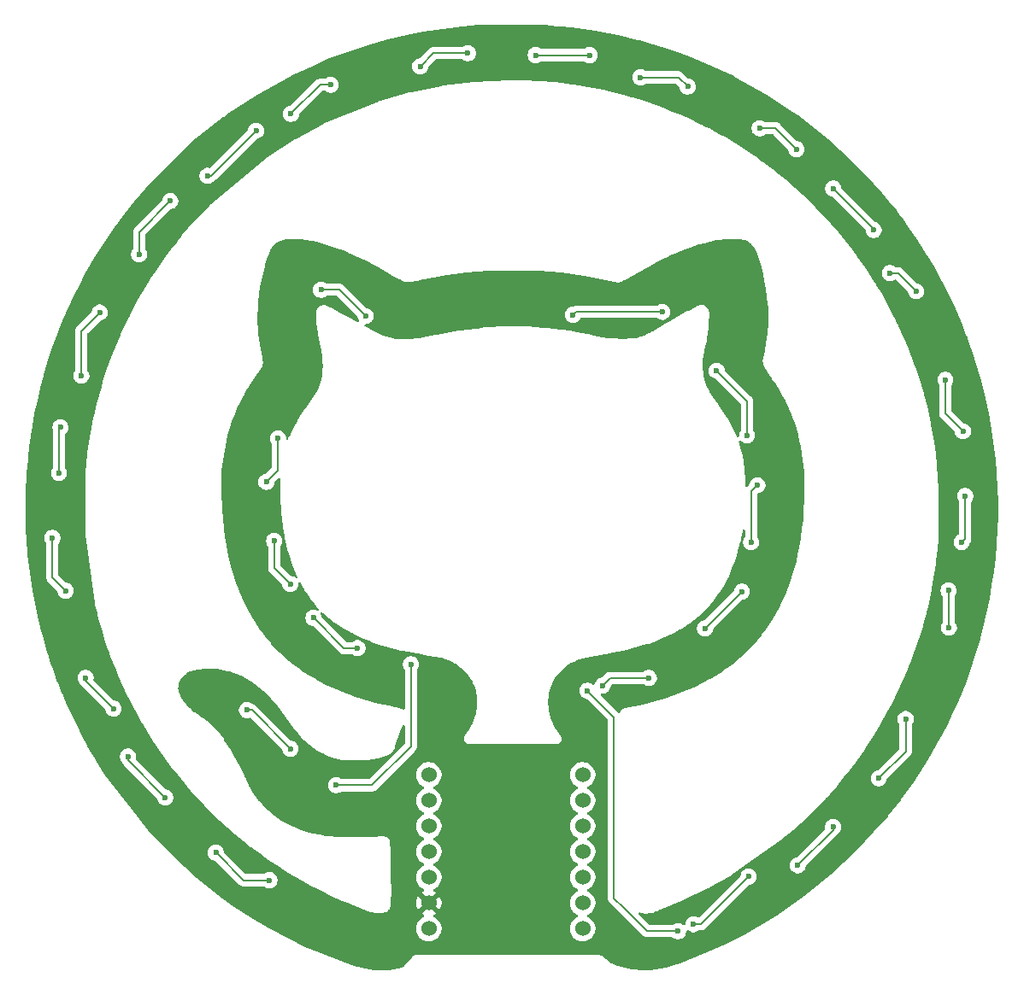
<source format=gbl>
%TF.GenerationSoftware,KiCad,Pcbnew,9.0.1*%
%TF.CreationDate,2025-04-13T21:02:41-04:00*%
%TF.ProjectId,SuperPixel,53757065-7250-4697-9865-6c2e6b696361,rev?*%
%TF.SameCoordinates,Original*%
%TF.FileFunction,Copper,L2,Bot*%
%TF.FilePolarity,Positive*%
%FSLAX46Y46*%
G04 Gerber Fmt 4.6, Leading zero omitted, Abs format (unit mm)*
G04 Created by KiCad (PCBNEW 9.0.1) date 2025-04-13 21:02:41*
%MOMM*%
%LPD*%
G01*
G04 APERTURE LIST*
%TA.AperFunction,ComponentPad*%
%ADD10C,1.524000*%
%TD*%
%TA.AperFunction,ViaPad*%
%ADD11C,0.600000*%
%TD*%
%TA.AperFunction,Conductor*%
%ADD12C,0.200000*%
%TD*%
G04 APERTURE END LIST*
D10*
%TO.P,U2,1,GPIO1/D0/A0*%
%TO.N,Net-(D1-DIN)*%
X162075000Y-127240000D03*
%TO.P,U2,2,GPIO2/DA/A1*%
%TO.N,unconnected-(U2-GPIO2{slash}DA{slash}A1-Pad2)*%
X162075000Y-124700000D03*
%TO.P,U2,3,GPIO3/D2/A2*%
%TO.N,unconnected-(U2-GPIO3{slash}D2{slash}A2-Pad3)*%
X162075000Y-122160000D03*
%TO.P,U2,4,GPIO4/D3/A3*%
%TO.N,unconnected-(U2-GPIO4{slash}D3{slash}A3-Pad4)*%
X162075000Y-119620000D03*
%TO.P,U2,5,GPIO5/D4/I2C_SDA*%
%TO.N,unconnected-(U2-GPIO5{slash}D4{slash}I2C_SDA-Pad5)*%
X162075000Y-117080000D03*
%TO.P,U2,6,GPIO9/D5/I2C_SCL*%
%TO.N,unconnected-(U2-GPIO9{slash}D5{slash}I2C_SCL-Pad6)*%
X162075000Y-114540000D03*
%TO.P,U2,7,U0TXD/D6/TX*%
%TO.N,unconnected-(U2-U0TXD{slash}D6{slash}TX-Pad7)*%
X162075000Y-112000000D03*
%TO.P,U2,8,U0RXD/D7/RX*%
%TO.N,unconnected-(U2-U0RXD{slash}D7{slash}RX-Pad8)*%
X146835000Y-112000000D03*
%TO.P,U2,9,GPIO7/D8/A8/SCK*%
%TO.N,unconnected-(U2-GPIO7{slash}D8{slash}A8{slash}SCK-Pad9)*%
X146835000Y-114540000D03*
%TO.P,U2,10,GPIO8/D9/A9/MISO*%
%TO.N,unconnected-(U2-GPIO8{slash}D9{slash}A9{slash}MISO-Pad10)*%
X146835000Y-117080000D03*
%TO.P,U2,11,GPIO9/D10/A10/MOSI*%
%TO.N,unconnected-(U2-GPIO9{slash}D10{slash}A10{slash}MOSI-Pad11)*%
X146835000Y-119620000D03*
%TO.P,U2,12,VCC_3V3*%
%TO.N,unconnected-(U2-VCC_3V3-Pad12)*%
X146835000Y-122160000D03*
%TO.P,U2,13,GND*%
%TO.N,GND*%
X146835000Y-124700000D03*
%TO.P,U2,14,VBUS*%
%TO.N,+5V*%
X146835000Y-127240000D03*
%TD*%
D11*
%TO.N,+5V*%
X110860000Y-93750000D03*
X199740000Y-77940000D03*
X131050000Y-122440000D03*
X178500000Y-122090000D03*
X128820000Y-105580000D03*
X133110000Y-93070000D03*
X124920000Y-52620000D03*
X198310000Y-93730000D03*
X175350000Y-71940000D03*
X114240000Y-66170000D03*
X135410000Y-96430000D03*
X140590000Y-66510000D03*
X183380000Y-120960000D03*
X145060000Y-101030000D03*
X179380000Y-83280000D03*
X117040000Y-110190000D03*
X133190000Y-46480000D03*
X199610000Y-88930000D03*
X110200000Y-82080000D03*
X121220000Y-55100000D03*
X110340000Y-77560000D03*
X136160000Y-63910000D03*
X118140000Y-60410000D03*
X130740000Y-82950000D03*
X150700000Y-40450000D03*
X198000000Y-72840000D03*
X186890000Y-53880000D03*
X145980000Y-41760000D03*
X178360000Y-78340000D03*
X177850000Y-93830000D03*
X137660000Y-113030000D03*
X183260000Y-49980000D03*
X190900000Y-57990000D03*
X199970000Y-84350000D03*
X195120000Y-64060000D03*
X109550000Y-88510000D03*
X186880000Y-117160000D03*
X139770000Y-99440000D03*
X129720000Y-48150000D03*
X192520000Y-62260000D03*
X191400000Y-112330000D03*
X167810000Y-42850000D03*
X169970000Y-66100000D03*
X162760000Y-40650000D03*
X112840000Y-102380000D03*
X112410000Y-72430000D03*
X178760000Y-88950000D03*
X137100000Y-43580000D03*
X172480000Y-43770000D03*
X120730000Y-114240000D03*
X198350000Y-97410000D03*
X173060000Y-126800000D03*
X125740000Y-119710000D03*
X131520000Y-88820000D03*
X157420000Y-40650000D03*
X171530000Y-127490000D03*
X115610000Y-105430000D03*
X161120000Y-66390000D03*
X131890000Y-78640000D03*
X179600000Y-47900000D03*
X174190000Y-97480000D03*
X162550000Y-103660000D03*
X194070000Y-106470000D03*
X133130000Y-109410000D03*
%TO.N,GND*%
X162500000Y-42410000D03*
X202500000Y-85370000D03*
X139390000Y-42110000D03*
X188070000Y-119390000D03*
X112610000Y-105430000D03*
X132980000Y-61830000D03*
X118410000Y-115390000D03*
X133080000Y-100080000D03*
X115630000Y-62880000D03*
X133580000Y-67120000D03*
X195560000Y-101070000D03*
X161910000Y-64130000D03*
X129990000Y-94350000D03*
X127360000Y-82930000D03*
X174640000Y-43580000D03*
X124150000Y-120310000D03*
X151020000Y-42070000D03*
X131660000Y-72030000D03*
X200490000Y-72960000D03*
X148080000Y-66080000D03*
X179160000Y-73090000D03*
X175560000Y-60960000D03*
X155840000Y-62800000D03*
%TO.N,Net-(D23-DOUT)*%
X164050000Y-103140000D03*
X168630000Y-102390000D03*
%TD*%
D12*
%TO.N,+5V*%
X186880000Y-117460000D02*
X183380000Y-120960000D01*
X135410000Y-96430000D02*
X138420000Y-99440000D01*
X138420000Y-99440000D02*
X139770000Y-99440000D01*
X110200000Y-82080000D02*
X110200000Y-77700000D01*
X131050000Y-122440000D02*
X128470000Y-122440000D01*
X178760000Y-83900000D02*
X179380000Y-83280000D01*
X110200000Y-77700000D02*
X110340000Y-77560000D01*
X141210000Y-113030000D02*
X137660000Y-113030000D01*
X199970000Y-88570000D02*
X199610000Y-88930000D01*
X198310000Y-93730000D02*
X198310000Y-97370000D01*
X110860000Y-93750000D02*
X109550000Y-92440000D01*
X131520000Y-88820000D02*
X131520000Y-91480000D01*
X186890000Y-53880000D02*
X190900000Y-57890000D01*
X198000000Y-76200000D02*
X199740000Y-77940000D01*
X165190000Y-106300000D02*
X162550000Y-103660000D01*
X117040000Y-110550000D02*
X117040000Y-110190000D01*
X193320000Y-62260000D02*
X195120000Y-64060000D01*
X181180000Y-47900000D02*
X183260000Y-49980000D01*
X194070000Y-106470000D02*
X194070000Y-109660000D01*
X137990000Y-63910000D02*
X136160000Y-63910000D01*
X171530000Y-127490000D02*
X168460000Y-127490000D01*
X198000000Y-72840000D02*
X198000000Y-76200000D01*
X140590000Y-66510000D02*
X137990000Y-63910000D01*
X161410000Y-66100000D02*
X161120000Y-66390000D01*
X186880000Y-117160000D02*
X186880000Y-117460000D01*
X199970000Y-84350000D02*
X199970000Y-88570000D01*
X165190000Y-108570000D02*
X165190000Y-106300000D01*
X118140000Y-60410000D02*
X118140000Y-58180000D01*
X129300000Y-105580000D02*
X128820000Y-105580000D01*
X192520000Y-62260000D02*
X193320000Y-62260000D01*
X109550000Y-92440000D02*
X109550000Y-88510000D01*
X171560000Y-42850000D02*
X172480000Y-43770000D01*
X112840000Y-102660000D02*
X112840000Y-102380000D01*
X198310000Y-97370000D02*
X198350000Y-97410000D01*
X178360000Y-78340000D02*
X178360000Y-74950000D01*
X169970000Y-66100000D02*
X161410000Y-66100000D01*
X165190000Y-124220000D02*
X165190000Y-108570000D01*
X194070000Y-109660000D02*
X191400000Y-112330000D01*
X147290000Y-40450000D02*
X150700000Y-40450000D01*
X174190000Y-97480000D02*
X174200000Y-97480000D01*
X145980000Y-41760000D02*
X147290000Y-40450000D01*
X179600000Y-47900000D02*
X181180000Y-47900000D01*
X128470000Y-122440000D02*
X125740000Y-119710000D01*
X145060000Y-101030000D02*
X145060000Y-109180000D01*
X115610000Y-105430000D02*
X112840000Y-102660000D01*
X190900000Y-57890000D02*
X190900000Y-57990000D01*
X173790000Y-126800000D02*
X173060000Y-126800000D01*
X112410000Y-72430000D02*
X112410000Y-68000000D01*
X178500000Y-122090000D02*
X173790000Y-126800000D01*
X118140000Y-58180000D02*
X121220000Y-55100000D01*
X112410000Y-68000000D02*
X114240000Y-66170000D01*
X168460000Y-127490000D02*
X166150000Y-125180000D01*
X167810000Y-42850000D02*
X171560000Y-42850000D01*
X124920000Y-52620000D02*
X125250000Y-52620000D01*
X131890000Y-81800000D02*
X130740000Y-82950000D01*
X178360000Y-74950000D02*
X175350000Y-71940000D01*
X133190000Y-46480000D02*
X133190000Y-46460000D01*
X133130000Y-109410000D02*
X129300000Y-105580000D01*
X133190000Y-46460000D02*
X136070000Y-43580000D01*
X166150000Y-125180000D02*
X165190000Y-124220000D01*
X136070000Y-43580000D02*
X137100000Y-43580000D01*
X120730000Y-114240000D02*
X117040000Y-110550000D01*
X131520000Y-91480000D02*
X133110000Y-93070000D01*
X178760000Y-88950000D02*
X178760000Y-83900000D01*
X157420000Y-40650000D02*
X162760000Y-40650000D01*
X125250000Y-52620000D02*
X129720000Y-48150000D01*
X145060000Y-109180000D02*
X141210000Y-113030000D01*
X131890000Y-78640000D02*
X131890000Y-81800000D01*
X174200000Y-97480000D02*
X177850000Y-93830000D01*
%TO.N,Net-(D23-DOUT)*%
X164050000Y-103140000D02*
X164800000Y-102390000D01*
X164800000Y-102390000D02*
X168630000Y-102390000D01*
%TD*%
%TA.AperFunction,Conductor*%
%TO.N,GND*%
G36*
X155244755Y-37618056D02*
G01*
X157581031Y-37636527D01*
X157585510Y-37636644D01*
X158648333Y-37684262D01*
X158649636Y-37684321D01*
X158656322Y-37684802D01*
X161000977Y-37917294D01*
X161006329Y-37917944D01*
X163297468Y-38247380D01*
X163302995Y-38248304D01*
X165550185Y-38676468D01*
X165555722Y-38677656D01*
X167558118Y-39155520D01*
X167772213Y-39206613D01*
X167777783Y-39208080D01*
X169064461Y-39579078D01*
X169068428Y-39580295D01*
X170737522Y-40123934D01*
X170739937Y-40124750D01*
X171929530Y-40540874D01*
X172397798Y-40704676D01*
X172401755Y-40706137D01*
X173648926Y-41190614D01*
X173655923Y-41193582D01*
X177063732Y-42764425D01*
X177072305Y-42768789D01*
X180283212Y-44563172D01*
X180307006Y-44576469D01*
X180315327Y-44581558D01*
X182879382Y-46291995D01*
X183418809Y-46651837D01*
X183426417Y-46657340D01*
X186437946Y-49014136D01*
X186444369Y-49019522D01*
X187590160Y-50048311D01*
X187594097Y-50052004D01*
X189108183Y-51535516D01*
X189120339Y-51547426D01*
X189121121Y-51548199D01*
X190197878Y-52622078D01*
X190201385Y-52625721D01*
X190268953Y-52698842D01*
X190907378Y-53389735D01*
X190960742Y-53447484D01*
X190962722Y-53449680D01*
X191136066Y-53646510D01*
X191706257Y-54293959D01*
X191708190Y-54296207D01*
X192431356Y-55158062D01*
X192433217Y-55160334D01*
X193135599Y-56039273D01*
X193137376Y-56041553D01*
X193466030Y-56473612D01*
X193818494Y-56936974D01*
X193820261Y-56939355D01*
X194479771Y-57850803D01*
X194481481Y-57853226D01*
X195119019Y-58780200D01*
X195120670Y-58782663D01*
X195735714Y-59724390D01*
X195737274Y-59726843D01*
X196090475Y-60296698D01*
X196320216Y-60667364D01*
X196321721Y-60669857D01*
X196882289Y-61623580D01*
X196883734Y-61626107D01*
X197421730Y-62592678D01*
X197423116Y-62595238D01*
X197938279Y-63574188D01*
X197939605Y-63576780D01*
X198431668Y-64567604D01*
X198432932Y-64570227D01*
X198901645Y-65572435D01*
X198902845Y-65575081D01*
X199349577Y-66591700D01*
X199350712Y-66594368D01*
X199435650Y-66800625D01*
X199761230Y-67591237D01*
X199773603Y-67621281D01*
X199774666Y-67623950D01*
X200054937Y-68352467D01*
X200173457Y-68660540D01*
X200174466Y-68663258D01*
X200221220Y-68793819D01*
X200545170Y-69698448D01*
X200548882Y-69708812D01*
X200549821Y-69711535D01*
X200689760Y-70133119D01*
X200899711Y-70765627D01*
X200900592Y-70768389D01*
X201225754Y-71830427D01*
X201226563Y-71833181D01*
X201529200Y-72910067D01*
X201529936Y-72912809D01*
X201807873Y-73996497D01*
X201808544Y-73999246D01*
X201887224Y-74338085D01*
X202061570Y-75088921D01*
X202062181Y-75091695D01*
X202290195Y-76186927D01*
X202290742Y-76189713D01*
X202493618Y-77289886D01*
X202494101Y-77292685D01*
X202670860Y-78391812D01*
X202671508Y-78396381D01*
X202956694Y-80717929D01*
X202957260Y-80723617D01*
X203280574Y-84962053D01*
X203280908Y-84973953D01*
X203253970Y-86326466D01*
X203253871Y-86329532D01*
X203192475Y-87703598D01*
X203192301Y-87706660D01*
X203096932Y-89078867D01*
X203096681Y-89081925D01*
X202967404Y-90451290D01*
X202967078Y-90454339D01*
X202803972Y-91820084D01*
X202803571Y-91823125D01*
X202606726Y-93184466D01*
X202606249Y-93187497D01*
X202375769Y-94543685D01*
X202375232Y-94546628D01*
X202165735Y-95621633D01*
X202165144Y-95624489D01*
X201930366Y-96694511D01*
X201929707Y-96697352D01*
X201669847Y-97761484D01*
X201669122Y-97764309D01*
X201384304Y-98822044D01*
X201383513Y-98824852D01*
X201073870Y-99875680D01*
X201073012Y-99878467D01*
X200738791Y-100921566D01*
X200737864Y-100924349D01*
X200382566Y-101949155D01*
X200381566Y-101951929D01*
X200002058Y-102967835D01*
X200000994Y-102970585D01*
X199597394Y-103977279D01*
X199596264Y-103980003D01*
X199168858Y-104976774D01*
X199167664Y-104979470D01*
X198716677Y-105965794D01*
X198715419Y-105968462D01*
X198241041Y-106943911D01*
X198239770Y-106946448D01*
X197729481Y-107937411D01*
X197728206Y-107939823D01*
X197196144Y-108919496D01*
X197194815Y-108921879D01*
X196641379Y-109889526D01*
X196639999Y-109891879D01*
X196065378Y-110847173D01*
X196063946Y-110849495D01*
X195468477Y-111791870D01*
X195466995Y-111794160D01*
X194853404Y-112719493D01*
X194851021Y-112722957D01*
X193600776Y-114476275D01*
X193597092Y-114481180D01*
X192329474Y-116084763D01*
X192325353Y-116089707D01*
X190924029Y-117684769D01*
X190920392Y-117688733D01*
X189269396Y-119411189D01*
X189265028Y-119415524D01*
X186637775Y-121897354D01*
X186631020Y-121903287D01*
X184071541Y-123991841D01*
X184063533Y-123997854D01*
X181288758Y-125911047D01*
X181281683Y-125915579D01*
X178003326Y-127862371D01*
X177996674Y-127866050D01*
X176159153Y-128810006D01*
X176152979Y-128812966D01*
X173963743Y-129788875D01*
X173958784Y-129790957D01*
X172477009Y-130375864D01*
X172464593Y-130380766D01*
X172459159Y-130381509D01*
X172403400Y-130404920D01*
X172402160Y-130405410D01*
X172402157Y-130405410D01*
X172341454Y-130429373D01*
X172338203Y-130430912D01*
X171891941Y-130608045D01*
X171887368Y-130609757D01*
X171375665Y-130789887D01*
X171371028Y-130791417D01*
X170852643Y-130951259D01*
X170847950Y-130952605D01*
X170324102Y-131091801D01*
X170318481Y-131093155D01*
X169824834Y-131199967D01*
X169818270Y-131201204D01*
X169319987Y-131281213D01*
X169313365Y-131282094D01*
X168811214Y-131335181D01*
X168805174Y-131335670D01*
X168595167Y-131347506D01*
X168441631Y-131356159D01*
X168436159Y-131356346D01*
X168071778Y-131360769D01*
X168066304Y-131360714D01*
X167702102Y-131349050D01*
X167696635Y-131348754D01*
X167333300Y-131321024D01*
X167327750Y-131320475D01*
X166979955Y-131278133D01*
X166974339Y-131277319D01*
X166628820Y-131219103D01*
X166623247Y-131218032D01*
X166280775Y-131144073D01*
X166275256Y-131142748D01*
X165936697Y-131053240D01*
X165930959Y-131051574D01*
X165611584Y-130950447D01*
X165605650Y-130948402D01*
X165291944Y-130831296D01*
X165286122Y-130828953D01*
X164978749Y-130696127D01*
X164973051Y-130693491D01*
X164730101Y-130573566D01*
X164704121Y-130556378D01*
X164064294Y-130005968D01*
X164060737Y-130002908D01*
X164027535Y-129969669D01*
X164010957Y-129960085D01*
X164002184Y-129952538D01*
X164002182Y-129952536D01*
X163996448Y-129947604D01*
X163979781Y-129939581D01*
X163958338Y-129929259D01*
X163950064Y-129924884D01*
X163935293Y-129916345D01*
X163913443Y-129903714D01*
X163913441Y-129903713D01*
X163913439Y-129903712D01*
X163906138Y-129901752D01*
X163906137Y-129901752D01*
X163894952Y-129898748D01*
X163877704Y-129890446D01*
X163831547Y-129881721D01*
X163827023Y-129880506D01*
X163827021Y-129880505D01*
X163786173Y-129869537D01*
X163786169Y-129869536D01*
X163786168Y-129869536D01*
X163786167Y-129869535D01*
X163786162Y-129869535D01*
X163778594Y-129869531D01*
X163778594Y-129869530D01*
X163767016Y-129869523D01*
X163748213Y-129865970D01*
X163701375Y-129869488D01*
X163696679Y-129869486D01*
X145609264Y-129859526D01*
X145589935Y-129857999D01*
X145573241Y-129855355D01*
X145573240Y-129855355D01*
X145573239Y-129855355D01*
X145569968Y-129855698D01*
X145540403Y-129858803D01*
X145540402Y-129858802D01*
X145533901Y-129859484D01*
X145494384Y-129859464D01*
X145468662Y-129866339D01*
X145458991Y-129867356D01*
X145458988Y-129867357D01*
X145442175Y-129869123D01*
X145442174Y-129869124D01*
X145411354Y-129880951D01*
X145411355Y-129880952D01*
X145405256Y-129883292D01*
X145367071Y-129893502D01*
X145344009Y-129906798D01*
X145334931Y-129910283D01*
X145334931Y-129910284D01*
X145319148Y-129916342D01*
X145319139Y-129916347D01*
X145292437Y-129935742D01*
X145292438Y-129935743D01*
X145287150Y-129939583D01*
X145252907Y-129959331D01*
X145234070Y-129978145D01*
X145226199Y-129983864D01*
X145226198Y-129983864D01*
X145212529Y-129993795D01*
X145212517Y-129993806D01*
X145191745Y-130019455D01*
X145187635Y-130024529D01*
X145159669Y-130052466D01*
X145146341Y-130075519D01*
X145140220Y-130083078D01*
X145140219Y-130083079D01*
X144419104Y-130973492D01*
X144361615Y-131013201D01*
X144359161Y-131013983D01*
X144233898Y-131052470D01*
X144124652Y-131086035D01*
X144118128Y-131087847D01*
X143711481Y-131188842D01*
X143704862Y-131190295D01*
X143293298Y-131268927D01*
X143286681Y-131270007D01*
X142867576Y-131326808D01*
X142860981Y-131327522D01*
X142439443Y-131361827D01*
X142432819Y-131362188D01*
X142009679Y-131373912D01*
X142003576Y-131373931D01*
X141787366Y-131369277D01*
X141781797Y-131369032D01*
X141565653Y-131354641D01*
X141560101Y-131354146D01*
X141358224Y-131331556D01*
X141348026Y-131329983D01*
X139452538Y-130956230D01*
X139432593Y-130950529D01*
X134808474Y-129198583D01*
X134795263Y-129192674D01*
X131045976Y-127245815D01*
X130904823Y-127172520D01*
X130895660Y-127167254D01*
X130149464Y-126695055D01*
X130136843Y-126684977D01*
X130136756Y-126685092D01*
X130130295Y-126680153D01*
X130084669Y-126653920D01*
X130083468Y-126653221D01*
X130081788Y-126652230D01*
X130035755Y-126623100D01*
X130028658Y-126620885D01*
X130016291Y-126613589D01*
X130016238Y-126613532D01*
X130016066Y-126613456D01*
X129131686Y-126089181D01*
X129128863Y-126087456D01*
X128203996Y-125505289D01*
X128201257Y-125503514D01*
X127292183Y-124896839D01*
X127289546Y-124895028D01*
X126639952Y-124436010D01*
X126397007Y-124264339D01*
X126394331Y-124262394D01*
X125518966Y-123608144D01*
X125516343Y-123606128D01*
X124658752Y-122928769D01*
X124656184Y-122926684D01*
X123821431Y-122230412D01*
X123817471Y-122226964D01*
X122641316Y-121158322D01*
X122637850Y-121155050D01*
X122488755Y-121008735D01*
X121084999Y-119631153D01*
X124939500Y-119631153D01*
X124939500Y-119788846D01*
X124970261Y-119943489D01*
X124970264Y-119943501D01*
X125030602Y-120089172D01*
X125030609Y-120089185D01*
X125118210Y-120220288D01*
X125118213Y-120220292D01*
X125229707Y-120331786D01*
X125229711Y-120331789D01*
X125360814Y-120419390D01*
X125360827Y-120419397D01*
X125506498Y-120479735D01*
X125506503Y-120479737D01*
X125571147Y-120492595D01*
X125661849Y-120510638D01*
X125723760Y-120543023D01*
X125725339Y-120544574D01*
X127985139Y-122804374D01*
X127985149Y-122804385D01*
X127989479Y-122808715D01*
X127989480Y-122808716D01*
X128101284Y-122920520D01*
X128139950Y-122942843D01*
X128188095Y-122970639D01*
X128188097Y-122970641D01*
X128226151Y-122992611D01*
X128238215Y-122999577D01*
X128390943Y-123040501D01*
X128390946Y-123040501D01*
X128556653Y-123040501D01*
X128556669Y-123040500D01*
X130470234Y-123040500D01*
X130537273Y-123060185D01*
X130539125Y-123061398D01*
X130670814Y-123149390D01*
X130670827Y-123149397D01*
X130816498Y-123209735D01*
X130816503Y-123209737D01*
X130967569Y-123239786D01*
X130971153Y-123240499D01*
X130971156Y-123240500D01*
X130971158Y-123240500D01*
X131128844Y-123240500D01*
X131128845Y-123240499D01*
X131283497Y-123209737D01*
X131429179Y-123149394D01*
X131560289Y-123061789D01*
X131671789Y-122950289D01*
X131759394Y-122819179D01*
X131819737Y-122673497D01*
X131850500Y-122518842D01*
X131850500Y-122361158D01*
X131850500Y-122361155D01*
X131850499Y-122361153D01*
X131845447Y-122335754D01*
X131819737Y-122206503D01*
X131804138Y-122168844D01*
X131759397Y-122060827D01*
X131759390Y-122060814D01*
X131671789Y-121929711D01*
X131671786Y-121929707D01*
X131560292Y-121818213D01*
X131560288Y-121818210D01*
X131429185Y-121730609D01*
X131429172Y-121730602D01*
X131283501Y-121670264D01*
X131283489Y-121670261D01*
X131128845Y-121639500D01*
X131128842Y-121639500D01*
X130971158Y-121639500D01*
X130971155Y-121639500D01*
X130816510Y-121670261D01*
X130816498Y-121670264D01*
X130670827Y-121730602D01*
X130670814Y-121730609D01*
X130539125Y-121818602D01*
X130472447Y-121839480D01*
X130470234Y-121839500D01*
X128770097Y-121839500D01*
X128703058Y-121819815D01*
X128682416Y-121803181D01*
X126574574Y-119695339D01*
X126541089Y-119634016D01*
X126540638Y-119631849D01*
X126518516Y-119520639D01*
X126509737Y-119476503D01*
X126484479Y-119415524D01*
X126449397Y-119330827D01*
X126449390Y-119330814D01*
X126361789Y-119199711D01*
X126361786Y-119199707D01*
X126250292Y-119088213D01*
X126250288Y-119088210D01*
X126119185Y-119000609D01*
X126119172Y-119000602D01*
X125973501Y-118940264D01*
X125973489Y-118940261D01*
X125818845Y-118909500D01*
X125818842Y-118909500D01*
X125661158Y-118909500D01*
X125661155Y-118909500D01*
X125506510Y-118940261D01*
X125506498Y-118940264D01*
X125360827Y-119000602D01*
X125360814Y-119000609D01*
X125229711Y-119088210D01*
X125229707Y-119088213D01*
X125118213Y-119199707D01*
X125118210Y-119199711D01*
X125030609Y-119330814D01*
X125030602Y-119330827D01*
X124970264Y-119476498D01*
X124970261Y-119476510D01*
X124939500Y-119631153D01*
X121084999Y-119631153D01*
X120949526Y-119498206D01*
X120947937Y-119496617D01*
X119307246Y-117824569D01*
X119298197Y-117814264D01*
X119290470Y-117804416D01*
X117937506Y-116079973D01*
X114811776Y-112096024D01*
X114804912Y-112086358D01*
X114195619Y-111134978D01*
X114194046Y-111132456D01*
X113732157Y-110371689D01*
X113595990Y-110147410D01*
X113595901Y-110147263D01*
X113594389Y-110144705D01*
X113591984Y-110140521D01*
X113575103Y-110111153D01*
X116239500Y-110111153D01*
X116239500Y-110268846D01*
X116270261Y-110423489D01*
X116270264Y-110423501D01*
X116330602Y-110569172D01*
X116330609Y-110569185D01*
X116418210Y-110700288D01*
X116418213Y-110700292D01*
X116449869Y-110731948D01*
X116473719Y-110765435D01*
X116478897Y-110776092D01*
X116480423Y-110781785D01*
X116486039Y-110791512D01*
X116488255Y-110795350D01*
X116559477Y-110918712D01*
X116559481Y-110918717D01*
X116678349Y-111037585D01*
X116678355Y-111037590D01*
X119895425Y-114254660D01*
X119928910Y-114315983D01*
X119929361Y-114318149D01*
X119960261Y-114473491D01*
X119960264Y-114473501D01*
X120020602Y-114619172D01*
X120020609Y-114619185D01*
X120108210Y-114750288D01*
X120108213Y-114750292D01*
X120219707Y-114861786D01*
X120219711Y-114861789D01*
X120350814Y-114949390D01*
X120350827Y-114949397D01*
X120496498Y-115009735D01*
X120496503Y-115009737D01*
X120639198Y-115038121D01*
X120651153Y-115040499D01*
X120651156Y-115040500D01*
X120651158Y-115040500D01*
X120808844Y-115040500D01*
X120808845Y-115040499D01*
X120963497Y-115009737D01*
X121109179Y-114949394D01*
X121240289Y-114861789D01*
X121351789Y-114750289D01*
X121439394Y-114619179D01*
X121499737Y-114473497D01*
X121530500Y-114318842D01*
X121530500Y-114161158D01*
X121530500Y-114161155D01*
X121530499Y-114161153D01*
X121509457Y-114055368D01*
X121499737Y-114006503D01*
X121478441Y-113955089D01*
X121439397Y-113860827D01*
X121439390Y-113860814D01*
X121351789Y-113729711D01*
X121351786Y-113729707D01*
X121240292Y-113618213D01*
X121240288Y-113618210D01*
X121109185Y-113530609D01*
X121109172Y-113530602D01*
X120963501Y-113470264D01*
X120963491Y-113470261D01*
X120808149Y-113439361D01*
X120746238Y-113406976D01*
X120744660Y-113405425D01*
X117848805Y-110509570D01*
X117815320Y-110448247D01*
X117814869Y-110397697D01*
X117840500Y-110268844D01*
X117840500Y-110111155D01*
X117840499Y-110111153D01*
X117824101Y-110028716D01*
X117809737Y-109956503D01*
X117809735Y-109956498D01*
X117749397Y-109810827D01*
X117749390Y-109810814D01*
X117661789Y-109679711D01*
X117661786Y-109679707D01*
X117550292Y-109568213D01*
X117550288Y-109568210D01*
X117419185Y-109480609D01*
X117419172Y-109480602D01*
X117273501Y-109420264D01*
X117273489Y-109420261D01*
X117118845Y-109389500D01*
X117118842Y-109389500D01*
X116961158Y-109389500D01*
X116961155Y-109389500D01*
X116806510Y-109420261D01*
X116806498Y-109420264D01*
X116660827Y-109480602D01*
X116660814Y-109480609D01*
X116529711Y-109568210D01*
X116529707Y-109568213D01*
X116418213Y-109679707D01*
X116418210Y-109679711D01*
X116330609Y-109810814D01*
X116330602Y-109810827D01*
X116270264Y-109956498D01*
X116270261Y-109956510D01*
X116239500Y-110111153D01*
X113575103Y-110111153D01*
X113020016Y-109145440D01*
X113018571Y-109142854D01*
X113004929Y-109117746D01*
X112468330Y-108130141D01*
X112466959Y-108127544D01*
X111941120Y-107101881D01*
X111939842Y-107099311D01*
X111437171Y-106058182D01*
X111435965Y-106055608D01*
X110988689Y-105069707D01*
X110958334Y-105002798D01*
X110957142Y-105000085D01*
X110799585Y-104629500D01*
X110504813Y-103936174D01*
X110503696Y-103933455D01*
X110494275Y-103909738D01*
X110076963Y-102859140D01*
X110075905Y-102856381D01*
X109884241Y-102338088D01*
X109884240Y-102338086D01*
X109870582Y-102301153D01*
X112039500Y-102301153D01*
X112039500Y-102458846D01*
X112070261Y-102613489D01*
X112070264Y-102613501D01*
X112130602Y-102759172D01*
X112130609Y-102759185D01*
X112218210Y-102890288D01*
X112218213Y-102890292D01*
X112329705Y-103001784D01*
X112329713Y-103001791D01*
X112331379Y-103002904D01*
X112350535Y-103018692D01*
X112358092Y-103026313D01*
X112359480Y-103028716D01*
X112471284Y-103140520D01*
X112471286Y-103140521D01*
X112478603Y-103147838D01*
X114775425Y-105444660D01*
X114808910Y-105505983D01*
X114809361Y-105508149D01*
X114840261Y-105663491D01*
X114840264Y-105663501D01*
X114900602Y-105809172D01*
X114900609Y-105809185D01*
X114988210Y-105940288D01*
X114988213Y-105940292D01*
X115099707Y-106051786D01*
X115099711Y-106051789D01*
X115230814Y-106139390D01*
X115230827Y-106139397D01*
X115326369Y-106178971D01*
X115376503Y-106199737D01*
X115531153Y-106230499D01*
X115531156Y-106230500D01*
X115531158Y-106230500D01*
X115688844Y-106230500D01*
X115688845Y-106230499D01*
X115843497Y-106199737D01*
X115989179Y-106139394D01*
X116120289Y-106051789D01*
X116231789Y-105940289D01*
X116319394Y-105809179D01*
X116379737Y-105663497D01*
X116410500Y-105508842D01*
X116410500Y-105351158D01*
X116410500Y-105351155D01*
X116410499Y-105351153D01*
X116404820Y-105322604D01*
X116379737Y-105196503D01*
X116339569Y-105099528D01*
X116319397Y-105050827D01*
X116319390Y-105050814D01*
X116231789Y-104919711D01*
X116231786Y-104919707D01*
X116120292Y-104808213D01*
X116120288Y-104808210D01*
X115989185Y-104720609D01*
X115989172Y-104720602D01*
X115843501Y-104660264D01*
X115843491Y-104660261D01*
X115688151Y-104629362D01*
X115626241Y-104596977D01*
X115624662Y-104595426D01*
X114647604Y-103618368D01*
X113662076Y-102632841D01*
X113628592Y-102571519D01*
X113628141Y-102520973D01*
X113640500Y-102458842D01*
X113640500Y-102301158D01*
X113640500Y-102301155D01*
X113640499Y-102301153D01*
X113632243Y-102259647D01*
X113609737Y-102146503D01*
X113593235Y-102106664D01*
X113549397Y-102000827D01*
X113549390Y-102000814D01*
X113461789Y-101869711D01*
X113461786Y-101869707D01*
X113350292Y-101758213D01*
X113350288Y-101758210D01*
X113219185Y-101670609D01*
X113219172Y-101670602D01*
X113073501Y-101610264D01*
X113073489Y-101610261D01*
X112918845Y-101579500D01*
X112918842Y-101579500D01*
X112761158Y-101579500D01*
X112761155Y-101579500D01*
X112606510Y-101610261D01*
X112606498Y-101610264D01*
X112460827Y-101670602D01*
X112460814Y-101670609D01*
X112329711Y-101758210D01*
X112329707Y-101758213D01*
X112218213Y-101869707D01*
X112218210Y-101869711D01*
X112130609Y-102000814D01*
X112130602Y-102000827D01*
X112070264Y-102146498D01*
X112070261Y-102146510D01*
X112039500Y-102301153D01*
X109870582Y-102301153D01*
X109674833Y-101771813D01*
X109673831Y-101768996D01*
X109673696Y-101768602D01*
X109304527Y-100690221D01*
X109303575Y-100687320D01*
X109292086Y-100650827D01*
X109144911Y-100183329D01*
X108961112Y-99599498D01*
X108960223Y-99596549D01*
X108937865Y-99518842D01*
X108644848Y-98500433D01*
X108644066Y-98497580D01*
X108356027Y-97394027D01*
X108355292Y-97391061D01*
X108341236Y-97331158D01*
X108094719Y-96280568D01*
X108094067Y-96277626D01*
X108077354Y-96197552D01*
X107831627Y-95020264D01*
X107831049Y-95017310D01*
X107825471Y-94986863D01*
X107599553Y-93753747D01*
X107599056Y-93750828D01*
X107408164Y-92542065D01*
X107398673Y-92481966D01*
X107398235Y-92478951D01*
X107334002Y-91995390D01*
X107229090Y-91205588D01*
X107228728Y-91202578D01*
X107197240Y-90910772D01*
X107090904Y-89925329D01*
X107090630Y-89922476D01*
X107089952Y-89914443D01*
X107002907Y-88882950D01*
X107002718Y-88880367D01*
X106974763Y-88431153D01*
X108749500Y-88431153D01*
X108749500Y-88588846D01*
X108780261Y-88743489D01*
X108780264Y-88743501D01*
X108840602Y-88889172D01*
X108840609Y-88889185D01*
X108928602Y-89020874D01*
X108949480Y-89087551D01*
X108949500Y-89089765D01*
X108949500Y-92353330D01*
X108949499Y-92353348D01*
X108949499Y-92519054D01*
X108949498Y-92519054D01*
X108990423Y-92671785D01*
X109007990Y-92702211D01*
X109032339Y-92744385D01*
X109069479Y-92808715D01*
X109188349Y-92927585D01*
X109188355Y-92927590D01*
X110025425Y-93764660D01*
X110058910Y-93825983D01*
X110059361Y-93828149D01*
X110090261Y-93983491D01*
X110090264Y-93983501D01*
X110150602Y-94129172D01*
X110150609Y-94129185D01*
X110238210Y-94260288D01*
X110238213Y-94260292D01*
X110349707Y-94371786D01*
X110349711Y-94371789D01*
X110480814Y-94459390D01*
X110480827Y-94459397D01*
X110626498Y-94519735D01*
X110626503Y-94519737D01*
X110781153Y-94550499D01*
X110781156Y-94550500D01*
X110781158Y-94550500D01*
X110938844Y-94550500D01*
X110938845Y-94550499D01*
X111093497Y-94519737D01*
X111239179Y-94459394D01*
X111370289Y-94371789D01*
X111481789Y-94260289D01*
X111569394Y-94129179D01*
X111574066Y-94117901D01*
X111591430Y-94075978D01*
X111629737Y-93983497D01*
X111660500Y-93828842D01*
X111660500Y-93671158D01*
X111660500Y-93671155D01*
X111660499Y-93671153D01*
X111651078Y-93623793D01*
X111629737Y-93516503D01*
X111621451Y-93496498D01*
X111569397Y-93370827D01*
X111569390Y-93370814D01*
X111481789Y-93239711D01*
X111481786Y-93239707D01*
X111370292Y-93128213D01*
X111370288Y-93128210D01*
X111239185Y-93040609D01*
X111239172Y-93040602D01*
X111093501Y-92980264D01*
X111093491Y-92980261D01*
X110938151Y-92949362D01*
X110876241Y-92916977D01*
X110874662Y-92915426D01*
X110186819Y-92227583D01*
X110153334Y-92166260D01*
X110150500Y-92139902D01*
X110150500Y-89089765D01*
X110170185Y-89022726D01*
X110171398Y-89020874D01*
X110259390Y-88889185D01*
X110259390Y-88889184D01*
X110259394Y-88889179D01*
X110263074Y-88880296D01*
X110295489Y-88802038D01*
X110319737Y-88743497D01*
X110350500Y-88588842D01*
X110350500Y-88431158D01*
X110350500Y-88431155D01*
X110350499Y-88431153D01*
X110346920Y-88413162D01*
X110319737Y-88276503D01*
X110296584Y-88220606D01*
X110259397Y-88130827D01*
X110259390Y-88130814D01*
X110171789Y-87999711D01*
X110171786Y-87999707D01*
X110060292Y-87888213D01*
X110060288Y-87888210D01*
X109929185Y-87800609D01*
X109929172Y-87800602D01*
X109783501Y-87740264D01*
X109783489Y-87740261D01*
X109628845Y-87709500D01*
X109628842Y-87709500D01*
X109471158Y-87709500D01*
X109471155Y-87709500D01*
X109316510Y-87740261D01*
X109316498Y-87740264D01*
X109170827Y-87800602D01*
X109170814Y-87800609D01*
X109039711Y-87888210D01*
X109039707Y-87888213D01*
X108928213Y-87999707D01*
X108928210Y-87999711D01*
X108840609Y-88130814D01*
X108840602Y-88130827D01*
X108780264Y-88276498D01*
X108780261Y-88276510D01*
X108749500Y-88431153D01*
X106974763Y-88431153D01*
X106937913Y-87839005D01*
X106937774Y-87836276D01*
X106933260Y-87723809D01*
X106895935Y-86793841D01*
X106895858Y-86791231D01*
X106876997Y-85748002D01*
X106876979Y-85745310D01*
X106877168Y-85697751D01*
X106879365Y-85142652D01*
X112789211Y-85142652D01*
X112789494Y-85209935D01*
X112789494Y-85210816D01*
X112789299Y-85277984D01*
X112789814Y-85285780D01*
X112795973Y-86743841D01*
X112796018Y-86754641D01*
X112795262Y-86757666D01*
X112796295Y-86820401D01*
X112796299Y-86821223D01*
X112796300Y-86821225D01*
X112796566Y-86884010D01*
X112797559Y-86897105D01*
X112816571Y-88050263D01*
X112817053Y-88079523D01*
X112813259Y-88109957D01*
X112818132Y-88145117D01*
X112818257Y-88152650D01*
X112818258Y-88152652D01*
X112818719Y-88180622D01*
X112818720Y-88180624D01*
X112822789Y-88194869D01*
X112824747Y-88201720D01*
X112828342Y-88218753D01*
X113760555Y-94942626D01*
X113760555Y-94942627D01*
X113762074Y-94953589D01*
X113761221Y-94974819D01*
X113771094Y-95018651D01*
X113771807Y-95023790D01*
X113771810Y-95023807D01*
X113777256Y-95063085D01*
X113781211Y-95072451D01*
X113787944Y-95093432D01*
X113851179Y-95374146D01*
X113886013Y-95528785D01*
X113888858Y-95541412D01*
X114139925Y-96540125D01*
X114415581Y-97532286D01*
X114415589Y-97532312D01*
X114715686Y-98517397D01*
X114958666Y-99249585D01*
X115040039Y-99494792D01*
X115190888Y-99914355D01*
X115190900Y-99914388D01*
X115192448Y-99918697D01*
X115214235Y-99979295D01*
X115214234Y-99979295D01*
X115232822Y-100030994D01*
X115232823Y-100031001D01*
X115236238Y-100040498D01*
X115386891Y-100459512D01*
X115756027Y-101410968D01*
X116148831Y-102352994D01*
X116564988Y-103284841D01*
X116564999Y-103284864D01*
X117004304Y-104206074D01*
X117052739Y-104301442D01*
X117202373Y-104596071D01*
X117202374Y-104596073D01*
X117205536Y-104602300D01*
X117205538Y-104602306D01*
X117217153Y-104625175D01*
X117217153Y-104625178D01*
X117469446Y-105121931D01*
X117959530Y-106032158D01*
X118432412Y-106862137D01*
X118471309Y-106930407D01*
X119004463Y-107816120D01*
X119198589Y-108121787D01*
X119526689Y-108638409D01*
X119558693Y-108688801D01*
X119680035Y-108870108D01*
X119804910Y-109056694D01*
X119804910Y-109056695D01*
X119804912Y-109056698D01*
X119817581Y-109075628D01*
X119817587Y-109075649D01*
X119940333Y-109259058D01*
X120130899Y-109543805D01*
X120720793Y-110380605D01*
X121330796Y-111202862D01*
X121960549Y-112010092D01*
X122609682Y-112801822D01*
X123277814Y-113577585D01*
X123576985Y-113908379D01*
X123576988Y-113908384D01*
X123621186Y-113957254D01*
X123966306Y-114338874D01*
X124618756Y-115026592D01*
X124674571Y-115085424D01*
X125400443Y-115814870D01*
X125684778Y-116087290D01*
X126143493Y-116526783D01*
X126903320Y-117220778D01*
X127679483Y-117896454D01*
X128024800Y-118182864D01*
X128024801Y-118182865D01*
X128075518Y-118224932D01*
X128126235Y-118266999D01*
X128126237Y-118266999D01*
X128135109Y-118274358D01*
X128470769Y-118552768D01*
X129208356Y-119135370D01*
X129276701Y-119189354D01*
X129574723Y-119413398D01*
X130097633Y-119806507D01*
X130590499Y-120158910D01*
X130933061Y-120403845D01*
X130933070Y-120403851D01*
X131775455Y-120976239D01*
X131782539Y-120981052D01*
X132645570Y-121537790D01*
X133024541Y-121769630D01*
X133027397Y-121771378D01*
X133027402Y-121771383D01*
X133032282Y-121774368D01*
X133083613Y-121805769D01*
X133083613Y-121805770D01*
X133139822Y-121840156D01*
X133139824Y-121840156D01*
X133146934Y-121844506D01*
X133147059Y-121844572D01*
X133500559Y-122060821D01*
X133517828Y-122071385D01*
X134399038Y-122581143D01*
X135292511Y-123069089D01*
X135695788Y-123276627D01*
X136197682Y-123534917D01*
X136197693Y-123534922D01*
X136197706Y-123534929D01*
X137114077Y-123978382D01*
X138041070Y-124399179D01*
X138452386Y-124573837D01*
X138455380Y-124576107D01*
X138512988Y-124599572D01*
X138513849Y-124599938D01*
X138570244Y-124623884D01*
X138570914Y-124624070D01*
X138584542Y-124628718D01*
X139972342Y-125194005D01*
X139974012Y-125194700D01*
X140184560Y-125284065D01*
X140184572Y-125284070D01*
X140623169Y-125443451D01*
X141069578Y-125579419D01*
X141232078Y-125619669D01*
X141232087Y-125619674D01*
X141254579Y-125625244D01*
X141254582Y-125625246D01*
X141272612Y-125629711D01*
X141296047Y-125635515D01*
X141296047Y-125635514D01*
X141296063Y-125635518D01*
X141296063Y-125635519D01*
X141338504Y-125646029D01*
X141354562Y-125650006D01*
X141354565Y-125650006D01*
X141360023Y-125651358D01*
X141360046Y-125651357D01*
X141367697Y-125653243D01*
X141367913Y-125653297D01*
X141367932Y-125653308D01*
X141368020Y-125653324D01*
X141388449Y-125658380D01*
X141422945Y-125666918D01*
X141680891Y-125709586D01*
X141941398Y-125731801D01*
X142003075Y-125732192D01*
X142006224Y-125732213D01*
X142006294Y-125732233D01*
X142052209Y-125732512D01*
X142052255Y-125732513D01*
X142157093Y-125733219D01*
X142157096Y-125733219D01*
X142157096Y-125733218D01*
X142157102Y-125733219D01*
X142324706Y-125705751D01*
X142485329Y-125650561D01*
X142634419Y-125569211D01*
X142767752Y-125464008D01*
X142793298Y-125435668D01*
X142824684Y-125400864D01*
X142824689Y-125400868D01*
X142836198Y-125388095D01*
X142836950Y-125387262D01*
X142836989Y-125387219D01*
X142860264Y-125361432D01*
X142868761Y-125352019D01*
X142868762Y-125352016D01*
X142871050Y-125348696D01*
X142873892Y-125343859D01*
X142938956Y-125246701D01*
X142963825Y-125194700D01*
X142994275Y-125131031D01*
X142994277Y-125131026D01*
X142994278Y-125131024D01*
X143031166Y-125012659D01*
X143032185Y-125010379D01*
X143035977Y-124986603D01*
X143047485Y-124914448D01*
X143047485Y-124914443D01*
X143050285Y-124896888D01*
X143054511Y-124870400D01*
X143072518Y-124719760D01*
X143074043Y-124700692D01*
X143083179Y-124586445D01*
X143083184Y-124586368D01*
X143084611Y-124568530D01*
X143084774Y-124564483D01*
X143084917Y-124562529D01*
X143085120Y-124561983D01*
X143085955Y-124553174D01*
X143086877Y-124547002D01*
X143086880Y-124546994D01*
X143087899Y-124488344D01*
X143087979Y-124485548D01*
X143090364Y-124426898D01*
X143090362Y-124426891D01*
X143089795Y-124420621D01*
X143089308Y-124407293D01*
X143099716Y-123808682D01*
X143101323Y-123802494D01*
X143100859Y-123742913D01*
X143101896Y-123683313D01*
X143101895Y-123683311D01*
X143101029Y-123675707D01*
X143100235Y-123662625D01*
X143086336Y-121874943D01*
X143086676Y-121873607D01*
X143085825Y-121809232D01*
X143085323Y-121744548D01*
X143085322Y-121744546D01*
X143085287Y-121739972D01*
X143084832Y-121733980D01*
X143067746Y-120440170D01*
X143068645Y-120436391D01*
X143066877Y-120374320D01*
X143066058Y-120312278D01*
X143066056Y-120312273D01*
X143065911Y-120311268D01*
X143064673Y-120296980D01*
X143041681Y-119489596D01*
X143042660Y-119485121D01*
X143039806Y-119423780D01*
X143038060Y-119362442D01*
X143038059Y-119362438D01*
X143037615Y-119359676D01*
X143036177Y-119345763D01*
X143006886Y-118716023D01*
X143004913Y-118672426D01*
X143004845Y-118672137D01*
X143004665Y-118668255D01*
X143003432Y-118664385D01*
X143000830Y-118654941D01*
X142992827Y-118620660D01*
X142976733Y-118551723D01*
X142927014Y-118438183D01*
X142927012Y-118438180D01*
X142927010Y-118438176D01*
X142868603Y-118352091D01*
X142868601Y-118352088D01*
X142864893Y-118346623D01*
X142860520Y-118338923D01*
X142857790Y-118336154D01*
X142857423Y-118335613D01*
X142813883Y-118291622D01*
X142813843Y-118291548D01*
X142813827Y-118291565D01*
X142811862Y-118289577D01*
X142811733Y-118289446D01*
X142796864Y-118274358D01*
X142767684Y-118244748D01*
X142685860Y-118189931D01*
X142657446Y-118170895D01*
X142657443Y-118170893D01*
X142657441Y-118170892D01*
X142534610Y-118120684D01*
X142476875Y-118109844D01*
X142476855Y-118109840D01*
X142476780Y-118109826D01*
X142476630Y-118109797D01*
X142469693Y-118108493D01*
X142469694Y-118108490D01*
X142432334Y-118101445D01*
X142431801Y-118101372D01*
X142429756Y-118100988D01*
X142429697Y-118100978D01*
X142404643Y-118096268D01*
X142396534Y-118095823D01*
X142396560Y-118095344D01*
X142384993Y-118095000D01*
X142357015Y-118091191D01*
X142356987Y-118091188D01*
X142328698Y-118088800D01*
X142327357Y-118088680D01*
X142314984Y-118087499D01*
X142309138Y-118085724D01*
X142289538Y-118085072D01*
X142289509Y-118085070D01*
X142283810Y-118084881D01*
X142283807Y-118084881D01*
X142281234Y-118084795D01*
X142281226Y-118084795D01*
X142279137Y-118084725D01*
X142227204Y-118083003D01*
X142225806Y-118082957D01*
X142225805Y-118082956D01*
X142197698Y-118082025D01*
X142197694Y-118082025D01*
X142197574Y-118082021D01*
X142197516Y-118082021D01*
X142177373Y-118081354D01*
X142174293Y-118082070D01*
X142169677Y-118082079D01*
X142164043Y-118082091D01*
X142164043Y-118082092D01*
X142106102Y-118082217D01*
X142046095Y-118084468D01*
X142034249Y-118083674D01*
X142034233Y-118084079D01*
X142026114Y-118083747D01*
X142026113Y-118083747D01*
X142026111Y-118083747D01*
X142026108Y-118083747D01*
X141965818Y-118089192D01*
X141965819Y-118089193D01*
X141964712Y-118089292D01*
X141903376Y-118093769D01*
X141899236Y-118095207D01*
X141887179Y-118096297D01*
X141887178Y-118096298D01*
X141642757Y-118118381D01*
X141639653Y-118118622D01*
X140547914Y-118189682D01*
X140540259Y-118189943D01*
X139109496Y-118194548D01*
X139104690Y-118194471D01*
X138188523Y-118161890D01*
X138175850Y-118161439D01*
X138171128Y-118160092D01*
X138110131Y-118159102D01*
X138108912Y-118159059D01*
X138068811Y-118157633D01*
X138068492Y-118157621D01*
X137622495Y-118140611D01*
X137617073Y-118140285D01*
X137138307Y-118100973D01*
X137132904Y-118100410D01*
X136656288Y-118040163D01*
X136651197Y-118039412D01*
X136031143Y-117934731D01*
X136026366Y-117933828D01*
X135410845Y-117804912D01*
X135406107Y-117803822D01*
X135020793Y-117707213D01*
X134796219Y-117650906D01*
X134791407Y-117649595D01*
X134416396Y-117539185D01*
X134399726Y-117534277D01*
X134394748Y-117532696D01*
X134008438Y-117401042D01*
X134003530Y-117399253D01*
X133623107Y-117251446D01*
X133618280Y-117249453D01*
X133244494Y-117085789D01*
X133239585Y-117083510D01*
X132896390Y-116915030D01*
X132891446Y-116912463D01*
X132556258Y-116728678D01*
X132551454Y-116725900D01*
X132224930Y-116527173D01*
X132220211Y-116524153D01*
X131902990Y-116310875D01*
X131898552Y-116307748D01*
X131582525Y-116074556D01*
X131578364Y-116071347D01*
X131272468Y-115824949D01*
X131268446Y-115821567D01*
X130973243Y-115562411D01*
X130969369Y-115558861D01*
X130689700Y-115291532D01*
X130684905Y-115286690D01*
X130334607Y-114912917D01*
X130334606Y-114912916D01*
X130324895Y-114902554D01*
X130320595Y-114895129D01*
X130279952Y-114854598D01*
X130278522Y-114853072D01*
X130278496Y-114853046D01*
X130236940Y-114808706D01*
X130233144Y-114805156D01*
X130072517Y-114634103D01*
X130011506Y-114569131D01*
X130006141Y-114563029D01*
X129961845Y-114509181D01*
X129765171Y-114270098D01*
X129760240Y-114263686D01*
X129538611Y-113955067D01*
X129534967Y-113949700D01*
X129391292Y-113725672D01*
X129388732Y-113721501D01*
X129347811Y-113651786D01*
X129253690Y-113491436D01*
X129251323Y-113487213D01*
X129137937Y-113275311D01*
X129127098Y-113255054D01*
X129124654Y-113250238D01*
X128644885Y-112251348D01*
X128644885Y-112251347D01*
X128641118Y-112243505D01*
X128640984Y-112242799D01*
X128612588Y-112184105D01*
X128604810Y-112167911D01*
X128581680Y-112119751D01*
X128580115Y-112116984D01*
X128571589Y-112099361D01*
X127989645Y-110896476D01*
X127985911Y-110881766D01*
X127961040Y-110837348D01*
X127938865Y-110791512D01*
X127937153Y-110789530D01*
X127922803Y-110769060D01*
X127922538Y-110768587D01*
X127310635Y-109675767D01*
X127304769Y-109665291D01*
X127299328Y-109648726D01*
X127272687Y-109607993D01*
X127270599Y-109604264D01*
X127248908Y-109565525D01*
X127248906Y-109565523D01*
X127248905Y-109565521D01*
X127245111Y-109561626D01*
X127230168Y-109542984D01*
X126585948Y-108558000D01*
X126578206Y-108539509D01*
X126550012Y-108503056D01*
X126524788Y-108464489D01*
X126518302Y-108458687D01*
X126502900Y-108442141D01*
X125830946Y-107573338D01*
X125821211Y-107554628D01*
X125790775Y-107521400D01*
X125764603Y-107487560D01*
X125763221Y-107485773D01*
X125755275Y-107479724D01*
X125738947Y-107464816D01*
X125620429Y-107335424D01*
X125517619Y-107223181D01*
X125506663Y-107205746D01*
X125473288Y-107174782D01*
X125469883Y-107171064D01*
X125469882Y-107171063D01*
X125442524Y-107141194D01*
X125437576Y-107138041D01*
X125434613Y-107136152D01*
X125416925Y-107122491D01*
X125182119Y-106904646D01*
X125170067Y-106888480D01*
X125133989Y-106859993D01*
X125100291Y-106828729D01*
X125100289Y-106828727D01*
X125100288Y-106828727D01*
X125092472Y-106824596D01*
X125073572Y-106812287D01*
X124810774Y-106604782D01*
X124801050Y-106597104D01*
X124790774Y-106584985D01*
X124749502Y-106556402D01*
X124746454Y-106553995D01*
X124746452Y-106553993D01*
X124710101Y-106525290D01*
X124710098Y-106525288D01*
X124710097Y-106525288D01*
X124706869Y-106523898D01*
X124685318Y-106511951D01*
X124365141Y-106290214D01*
X124365140Y-106290213D01*
X124353389Y-106282074D01*
X124349228Y-106277405D01*
X124299318Y-106244628D01*
X124298062Y-106243758D01*
X124247221Y-106208549D01*
X124240422Y-106204498D01*
X124145196Y-106139390D01*
X123955941Y-106009992D01*
X123952219Y-106007344D01*
X123624717Y-105765040D01*
X123621086Y-105762249D01*
X123303415Y-105508380D01*
X123298578Y-105504308D01*
X123295019Y-105501153D01*
X128019500Y-105501153D01*
X128019500Y-105658846D01*
X128050261Y-105813489D01*
X128050264Y-105813501D01*
X128110602Y-105959172D01*
X128110609Y-105959185D01*
X128198210Y-106090288D01*
X128198213Y-106090292D01*
X128309707Y-106201786D01*
X128309711Y-106201789D01*
X128440814Y-106289390D01*
X128440827Y-106289397D01*
X128555485Y-106336889D01*
X128586503Y-106349737D01*
X128733909Y-106379058D01*
X128741153Y-106380499D01*
X128741156Y-106380500D01*
X128741158Y-106380500D01*
X128898844Y-106380500D01*
X128898845Y-106380499D01*
X129053497Y-106349737D01*
X129095040Y-106332528D01*
X129164509Y-106325060D01*
X129226989Y-106356335D01*
X129230174Y-106359409D01*
X132295425Y-109424660D01*
X132328910Y-109485983D01*
X132329361Y-109488149D01*
X132360261Y-109643491D01*
X132360264Y-109643501D01*
X132420602Y-109789172D01*
X132420609Y-109789185D01*
X132508210Y-109920288D01*
X132508213Y-109920292D01*
X132619707Y-110031786D01*
X132619711Y-110031789D01*
X132750814Y-110119390D01*
X132750827Y-110119397D01*
X132896498Y-110179735D01*
X132896503Y-110179737D01*
X133051153Y-110210499D01*
X133051156Y-110210500D01*
X133051158Y-110210500D01*
X133208844Y-110210500D01*
X133208845Y-110210499D01*
X133363497Y-110179737D01*
X133509179Y-110119394D01*
X133640289Y-110031789D01*
X133751789Y-109920289D01*
X133839394Y-109789179D01*
X133899737Y-109643497D01*
X133930500Y-109488842D01*
X133930500Y-109331158D01*
X133930500Y-109331155D01*
X133930499Y-109331153D01*
X133916158Y-109259056D01*
X133899737Y-109176503D01*
X133875399Y-109117746D01*
X133839397Y-109030827D01*
X133839390Y-109030814D01*
X133751789Y-108899711D01*
X133751786Y-108899707D01*
X133640292Y-108788213D01*
X133640288Y-108788210D01*
X133509185Y-108700609D01*
X133509172Y-108700602D01*
X133363501Y-108640264D01*
X133363491Y-108640261D01*
X133208149Y-108609361D01*
X133146238Y-108576976D01*
X133144660Y-108575425D01*
X129787590Y-105218355D01*
X129787588Y-105218352D01*
X129668717Y-105099481D01*
X129668716Y-105099480D01*
X129581904Y-105049360D01*
X129581904Y-105049359D01*
X129581900Y-105049358D01*
X129531785Y-105020423D01*
X129379057Y-104979499D01*
X129379055Y-104979499D01*
X129371206Y-104977396D01*
X129371856Y-104974968D01*
X129333960Y-104960663D01*
X129199185Y-104870609D01*
X129199172Y-104870602D01*
X129053501Y-104810264D01*
X129053489Y-104810261D01*
X128898845Y-104779500D01*
X128898842Y-104779500D01*
X128741158Y-104779500D01*
X128741155Y-104779500D01*
X128586510Y-104810261D01*
X128586498Y-104810264D01*
X128440827Y-104870602D01*
X128440814Y-104870609D01*
X128309711Y-104958210D01*
X128309707Y-104958213D01*
X128198213Y-105069707D01*
X128198210Y-105069711D01*
X128110609Y-105200814D01*
X128110602Y-105200827D01*
X128050264Y-105346498D01*
X128050261Y-105346510D01*
X128019500Y-105501153D01*
X123295019Y-105501153D01*
X123292319Y-105498759D01*
X123196077Y-105413428D01*
X123061377Y-105294000D01*
X123055519Y-105288455D01*
X122833052Y-105063733D01*
X122827566Y-105057819D01*
X122620476Y-104819450D01*
X122614848Y-104812478D01*
X122546016Y-104720609D01*
X122463320Y-104610236D01*
X122457739Y-104602135D01*
X122323002Y-104388889D01*
X122318077Y-104380361D01*
X122314335Y-104373242D01*
X122201073Y-104157784D01*
X122196148Y-104147236D01*
X122188105Y-104127663D01*
X122118361Y-103957936D01*
X122113931Y-103945231D01*
X122057384Y-103749386D01*
X122054359Y-103736267D01*
X122019466Y-103535750D01*
X122017862Y-103522054D01*
X122012025Y-103426503D01*
X122009239Y-103380915D01*
X122009182Y-103366806D01*
X122010505Y-103341803D01*
X122016636Y-103225909D01*
X122018180Y-103211905D01*
X122041665Y-103072336D01*
X122044521Y-103059546D01*
X122046970Y-103050785D01*
X122088041Y-102903835D01*
X122091863Y-102892360D01*
X122150546Y-102741247D01*
X122155472Y-102730196D01*
X122228628Y-102585560D01*
X122234535Y-102575162D01*
X122324597Y-102433098D01*
X122331391Y-102423435D01*
X122434610Y-102290629D01*
X122442291Y-102281667D01*
X122557683Y-102159371D01*
X122566394Y-102150999D01*
X122688602Y-102044538D01*
X122698346Y-102036873D01*
X122818194Y-101951929D01*
X122830503Y-101943204D01*
X122840958Y-101936553D01*
X122982424Y-101856207D01*
X122992174Y-101851226D01*
X123176064Y-101767333D01*
X123184867Y-101763720D01*
X123375312Y-101693973D01*
X123384365Y-101691048D01*
X123580607Y-101635868D01*
X123587891Y-101634058D01*
X123852888Y-101576728D01*
X123858312Y-101575682D01*
X124126656Y-101530192D01*
X124132121Y-101529393D01*
X124402219Y-101496060D01*
X124407626Y-101495512D01*
X124702627Y-101472216D01*
X124707846Y-101471916D01*
X125003636Y-101461266D01*
X125008926Y-101461190D01*
X125304867Y-101463213D01*
X125310283Y-101463368D01*
X125599757Y-101478042D01*
X125605221Y-101478442D01*
X125893806Y-101506070D01*
X125899289Y-101506720D01*
X126186009Y-101547195D01*
X126192299Y-101548250D01*
X126649855Y-101637089D01*
X126656903Y-101638672D01*
X126873470Y-101693978D01*
X127108212Y-101753925D01*
X127115146Y-101755912D01*
X127326230Y-101823131D01*
X127558984Y-101897250D01*
X127565800Y-101899641D01*
X128000457Y-102066504D01*
X128007207Y-102069326D01*
X128427127Y-102259651D01*
X128433758Y-102262898D01*
X128824338Y-102468846D01*
X128841405Y-102477845D01*
X128847843Y-102481489D01*
X129241939Y-102720372D01*
X129248137Y-102724387D01*
X129627635Y-102986601D01*
X129633216Y-102990692D01*
X130044214Y-103309986D01*
X130049193Y-103314066D01*
X130443359Y-103654572D01*
X130448128Y-103658912D01*
X130587763Y-103792828D01*
X130692734Y-103893501D01*
X130824066Y-104019454D01*
X130828602Y-104024037D01*
X131184484Y-104402779D01*
X131188078Y-104406774D01*
X131207854Y-104429738D01*
X131666427Y-104962231D01*
X131671127Y-104968034D01*
X133435806Y-107287034D01*
X133501380Y-107373206D01*
X133504495Y-107377486D01*
X133625676Y-107551827D01*
X133902834Y-107908422D01*
X134198604Y-108249739D01*
X134512144Y-108574808D01*
X134842564Y-108882704D01*
X134842573Y-108882712D01*
X134959350Y-108980443D01*
X134959359Y-108980450D01*
X134965198Y-108985337D01*
X134965205Y-108985347D01*
X134977833Y-108995914D01*
X134977840Y-108995925D01*
X135015734Y-109027637D01*
X135015734Y-109027638D01*
X135048666Y-109055198D01*
X135148528Y-109138770D01*
X135148536Y-109138776D01*
X135148542Y-109138781D01*
X135425610Y-109346620D01*
X135713340Y-109539428D01*
X135713349Y-109539433D01*
X135713356Y-109539438D01*
X135764899Y-109570135D01*
X136010919Y-109716657D01*
X136148896Y-109789179D01*
X136164215Y-109797231D01*
X136164215Y-109797232D01*
X136181569Y-109806353D01*
X136190081Y-109810827D01*
X136230398Y-109832020D01*
X136230423Y-109832030D01*
X136323908Y-109881166D01*
X136650508Y-110034527D01*
X136650517Y-110034530D01*
X136650524Y-110034534D01*
X136983659Y-110173063D01*
X136983666Y-110173065D01*
X136983667Y-110173066D01*
X137322711Y-110296502D01*
X137322716Y-110296503D01*
X137322720Y-110296505D01*
X137369381Y-110311156D01*
X137441854Y-110333912D01*
X137450841Y-110339120D01*
X137504606Y-110353616D01*
X137557699Y-110370287D01*
X137557707Y-110370287D01*
X137565707Y-110371689D01*
X137565671Y-110371893D01*
X137581344Y-110374308D01*
X137657740Y-110394907D01*
X137662581Y-110396318D01*
X137762711Y-110427746D01*
X137991564Y-110483067D01*
X138223608Y-110522928D01*
X138285701Y-110529357D01*
X138295804Y-110532739D01*
X138351114Y-110536129D01*
X138406247Y-110541832D01*
X138406254Y-110541830D01*
X138414373Y-110541605D01*
X138414377Y-110541772D01*
X138430397Y-110540989D01*
X138749269Y-110560537D01*
X138762052Y-110564086D01*
X138814859Y-110564558D01*
X138818086Y-110564755D01*
X138818087Y-110564756D01*
X138867562Y-110567790D01*
X138867563Y-110567789D01*
X138867567Y-110567790D01*
X138867787Y-110567745D01*
X138893596Y-110565263D01*
X139490322Y-110570607D01*
X139495843Y-110572007D01*
X139556136Y-110571196D01*
X139616408Y-110571736D01*
X139622083Y-110571040D01*
X139635509Y-110570128D01*
X140210428Y-110562399D01*
X140222501Y-110564844D01*
X140276131Y-110561515D01*
X140329879Y-110560793D01*
X140329882Y-110560792D01*
X140334042Y-110560187D01*
X140354975Y-110556622D01*
X140432061Y-110551837D01*
X140436579Y-110551640D01*
X140561195Y-110548478D01*
X140832145Y-110526515D01*
X140832157Y-110526513D01*
X140832161Y-110526513D01*
X141101446Y-110489588D01*
X141101457Y-110489585D01*
X141101463Y-110489585D01*
X141176658Y-110474984D01*
X141178254Y-110474674D01*
X141186394Y-110474984D01*
X141242772Y-110462149D01*
X141299576Y-110451126D01*
X141299586Y-110451120D01*
X141307285Y-110448548D01*
X141307467Y-110449093D01*
X141320861Y-110444371D01*
X141653251Y-110368704D01*
X141668045Y-110368403D01*
X141717313Y-110354120D01*
X141767323Y-110342736D01*
X141769205Y-110341742D01*
X141792557Y-110332307D01*
X142549915Y-110112758D01*
X142552852Y-110111947D01*
X142570663Y-110107260D01*
X142630517Y-110091512D01*
X142662170Y-110078664D01*
X142792864Y-110025622D01*
X142792869Y-110025619D01*
X142792875Y-110025617D01*
X142945464Y-109939486D01*
X143085777Y-109834536D01*
X143148223Y-109773927D01*
X143148583Y-109773578D01*
X143148592Y-109773587D01*
X143178475Y-109744562D01*
X143195925Y-109727624D01*
X143195926Y-109727621D01*
X143202017Y-109721710D01*
X143202114Y-109721600D01*
X143205182Y-109718622D01*
X143305031Y-109596456D01*
X143324857Y-109565525D01*
X143390169Y-109463631D01*
X143390171Y-109463625D01*
X143390174Y-109463622D01*
X143459481Y-109321879D01*
X143465931Y-109303647D01*
X143469521Y-109298119D01*
X143487920Y-109241484D01*
X143507740Y-109185377D01*
X143507740Y-109185365D01*
X143509361Y-109177717D01*
X143512741Y-109165084D01*
X143750720Y-108432569D01*
X143751652Y-108431114D01*
X143771058Y-108369969D01*
X143790905Y-108308880D01*
X143790905Y-108308878D01*
X143792071Y-108305290D01*
X143793881Y-108298057D01*
X143801824Y-108273032D01*
X143875572Y-108040668D01*
X143876770Y-108037085D01*
X143887667Y-108006082D01*
X144009404Y-107659718D01*
X144010343Y-107657145D01*
X144150221Y-107286973D01*
X144151649Y-107283370D01*
X144220982Y-107116410D01*
X144264872Y-107062047D01*
X144331186Y-107040042D01*
X144398870Y-107057382D01*
X144446434Y-107108563D01*
X144459500Y-107163967D01*
X144459500Y-108879903D01*
X144439815Y-108946942D01*
X144423181Y-108967584D01*
X140997584Y-112393181D01*
X140936261Y-112426666D01*
X140909903Y-112429500D01*
X138239766Y-112429500D01*
X138172727Y-112409815D01*
X138170875Y-112408602D01*
X138039185Y-112320609D01*
X138039172Y-112320602D01*
X137893501Y-112260264D01*
X137893489Y-112260261D01*
X137738845Y-112229500D01*
X137738842Y-112229500D01*
X137581158Y-112229500D01*
X137581155Y-112229500D01*
X137426510Y-112260261D01*
X137426498Y-112260264D01*
X137280827Y-112320602D01*
X137280814Y-112320609D01*
X137149711Y-112408210D01*
X137149707Y-112408213D01*
X137038213Y-112519707D01*
X137038210Y-112519711D01*
X136950609Y-112650814D01*
X136950602Y-112650827D01*
X136890264Y-112796498D01*
X136890261Y-112796510D01*
X136859500Y-112951153D01*
X136859500Y-113108846D01*
X136890261Y-113263489D01*
X136890264Y-113263501D01*
X136950602Y-113409172D01*
X136950609Y-113409185D01*
X137038210Y-113540288D01*
X137038213Y-113540292D01*
X137149707Y-113651786D01*
X137149711Y-113651789D01*
X137280814Y-113739390D01*
X137280827Y-113739397D01*
X137426008Y-113799532D01*
X137426503Y-113799737D01*
X137581153Y-113830499D01*
X137581156Y-113830500D01*
X137581158Y-113830500D01*
X137738844Y-113830500D01*
X137738845Y-113830499D01*
X137893497Y-113799737D01*
X138039179Y-113739394D01*
X138058283Y-113726629D01*
X138170875Y-113651398D01*
X138237553Y-113630520D01*
X138239766Y-113630500D01*
X141123331Y-113630500D01*
X141123347Y-113630501D01*
X141130943Y-113630501D01*
X141289054Y-113630501D01*
X141289057Y-113630501D01*
X141441785Y-113589577D01*
X141491904Y-113560639D01*
X141578716Y-113510520D01*
X141690520Y-113398716D01*
X141690520Y-113398714D01*
X141700728Y-113388507D01*
X141700730Y-113388504D01*
X143188595Y-111900639D01*
X145572500Y-111900639D01*
X145572500Y-112099361D01*
X145582720Y-112163885D01*
X145603587Y-112295637D01*
X145664993Y-112484629D01*
X145664994Y-112484632D01*
X145733437Y-112618957D01*
X145755213Y-112661694D01*
X145872019Y-112822464D01*
X146012536Y-112962981D01*
X146173306Y-113079787D01*
X146291832Y-113140179D01*
X146329780Y-113159515D01*
X146380576Y-113207490D01*
X146397371Y-113275311D01*
X146374833Y-113341446D01*
X146329780Y-113380485D01*
X146173305Y-113460213D01*
X146012533Y-113577021D01*
X145872021Y-113717533D01*
X145755213Y-113878305D01*
X145664994Y-114055367D01*
X145664993Y-114055370D01*
X145603587Y-114244362D01*
X145572500Y-114440639D01*
X145572500Y-114639360D01*
X145603587Y-114835637D01*
X145664993Y-115024629D01*
X145664994Y-115024632D01*
X145747097Y-115185766D01*
X145755213Y-115201694D01*
X145872019Y-115362464D01*
X146012536Y-115502981D01*
X146173306Y-115619787D01*
X146291832Y-115680179D01*
X146329780Y-115699515D01*
X146380576Y-115747490D01*
X146397371Y-115815311D01*
X146374833Y-115881446D01*
X146329780Y-115920485D01*
X146173305Y-116000213D01*
X146012533Y-116117021D01*
X145872021Y-116257533D01*
X145755213Y-116418305D01*
X145664994Y-116595367D01*
X145664993Y-116595370D01*
X145603587Y-116784362D01*
X145572500Y-116980639D01*
X145572500Y-117179360D01*
X145603587Y-117375637D01*
X145664993Y-117564629D01*
X145664994Y-117564632D01*
X145726208Y-117684769D01*
X145755213Y-117741694D01*
X145872019Y-117902464D01*
X146012536Y-118042981D01*
X146173306Y-118159787D01*
X146241377Y-118194471D01*
X146329780Y-118239515D01*
X146380576Y-118287490D01*
X146397371Y-118355311D01*
X146374833Y-118421446D01*
X146329780Y-118460485D01*
X146173305Y-118540213D01*
X146012533Y-118657021D01*
X145872021Y-118797533D01*
X145755213Y-118958305D01*
X145664994Y-119135367D01*
X145664993Y-119135370D01*
X145603587Y-119324362D01*
X145572500Y-119520639D01*
X145572500Y-119719360D01*
X145603587Y-119915637D01*
X145664993Y-120104629D01*
X145664994Y-120104632D01*
X145723925Y-120220288D01*
X145755213Y-120281694D01*
X145872019Y-120442464D01*
X146012536Y-120582981D01*
X146173306Y-120699787D01*
X146225739Y-120726503D01*
X146329780Y-120779515D01*
X146380576Y-120827490D01*
X146397371Y-120895311D01*
X146374833Y-120961446D01*
X146329780Y-121000485D01*
X146173305Y-121080213D01*
X146012533Y-121197021D01*
X145872021Y-121337533D01*
X145755213Y-121498305D01*
X145664994Y-121675367D01*
X145664993Y-121675370D01*
X145603587Y-121864362D01*
X145580337Y-122011158D01*
X145572500Y-122060639D01*
X145572500Y-122259361D01*
X145588043Y-122357498D01*
X145603587Y-122455637D01*
X145664993Y-122644629D01*
X145664994Y-122644632D01*
X145748599Y-122808713D01*
X145755213Y-122821694D01*
X145872019Y-122982464D01*
X146012536Y-123122981D01*
X146173306Y-123239787D01*
X146330332Y-123319796D01*
X146381127Y-123367769D01*
X146397922Y-123435590D01*
X146375385Y-123501725D01*
X146330332Y-123540764D01*
X146173566Y-123620641D01*
X146136283Y-123647729D01*
X146136282Y-123647730D01*
X146750906Y-124262352D01*
X146663429Y-124285792D01*
X146562070Y-124344311D01*
X146479311Y-124427070D01*
X146420792Y-124528429D01*
X146397352Y-124615905D01*
X145782730Y-124001282D01*
X145782729Y-124001283D01*
X145755643Y-124038564D01*
X145665457Y-124215562D01*
X145604075Y-124404476D01*
X145604075Y-124404479D01*
X145573000Y-124600678D01*
X145573000Y-124799321D01*
X145604075Y-124995520D01*
X145604075Y-124995523D01*
X145665457Y-125184437D01*
X145755641Y-125361432D01*
X145782730Y-125398715D01*
X145782731Y-125398716D01*
X146397352Y-124784094D01*
X146420792Y-124871571D01*
X146479311Y-124972930D01*
X146562070Y-125055689D01*
X146663429Y-125114208D01*
X146750905Y-125137647D01*
X146136283Y-125752268D01*
X146136283Y-125752269D01*
X146173567Y-125779358D01*
X146330331Y-125859234D01*
X146381127Y-125907209D01*
X146397922Y-125975030D01*
X146375384Y-126041165D01*
X146330331Y-126080204D01*
X146173305Y-126160213D01*
X146012533Y-126277021D01*
X145872021Y-126417533D01*
X145755213Y-126578305D01*
X145664994Y-126755367D01*
X145664993Y-126755370D01*
X145603587Y-126944362D01*
X145589470Y-127033497D01*
X145572500Y-127140639D01*
X145572500Y-127339361D01*
X145583872Y-127411158D01*
X145603587Y-127535637D01*
X145664993Y-127724629D01*
X145664994Y-127724632D01*
X145735177Y-127862371D01*
X145755213Y-127901694D01*
X145872019Y-128062464D01*
X146012536Y-128202981D01*
X146173306Y-128319787D01*
X146260149Y-128364035D01*
X146350367Y-128410005D01*
X146350370Y-128410006D01*
X146444866Y-128440709D01*
X146539364Y-128471413D01*
X146735639Y-128502500D01*
X146735640Y-128502500D01*
X146934360Y-128502500D01*
X146934361Y-128502500D01*
X147130636Y-128471413D01*
X147319632Y-128410005D01*
X147496694Y-128319787D01*
X147657464Y-128202981D01*
X147797981Y-128062464D01*
X147914787Y-127901694D01*
X148005005Y-127724632D01*
X148005373Y-127723501D01*
X148007219Y-127717815D01*
X148066413Y-127535636D01*
X148097500Y-127339361D01*
X148097500Y-127140639D01*
X148066413Y-126944364D01*
X148013206Y-126780609D01*
X148005006Y-126755370D01*
X148005005Y-126755367D01*
X147936462Y-126620845D01*
X147914787Y-126578306D01*
X147797981Y-126417536D01*
X147657464Y-126277019D01*
X147496694Y-126160213D01*
X147339667Y-126080203D01*
X147288872Y-126032229D01*
X147272077Y-125964408D01*
X147294614Y-125898273D01*
X147339669Y-125859234D01*
X147496422Y-125779364D01*
X147533716Y-125752268D01*
X146919095Y-125137647D01*
X147006571Y-125114208D01*
X147107930Y-125055689D01*
X147190689Y-124972930D01*
X147249208Y-124871571D01*
X147272647Y-124784094D01*
X147887268Y-125398715D01*
X147914362Y-125361425D01*
X148004542Y-125184437D01*
X148065924Y-124995523D01*
X148065924Y-124995520D01*
X148097000Y-124799321D01*
X148097000Y-124600678D01*
X148065924Y-124404479D01*
X148065924Y-124404476D01*
X148004542Y-124215562D01*
X147914358Y-124038567D01*
X147887268Y-124001283D01*
X147272647Y-124615904D01*
X147249208Y-124528429D01*
X147190689Y-124427070D01*
X147107930Y-124344311D01*
X147006571Y-124285792D01*
X146919094Y-124262352D01*
X147533716Y-123647731D01*
X147533715Y-123647730D01*
X147496432Y-123620641D01*
X147339668Y-123540765D01*
X147288872Y-123492790D01*
X147272077Y-123424969D01*
X147294615Y-123358834D01*
X147339667Y-123319796D01*
X147496694Y-123239787D01*
X147657464Y-123122981D01*
X147797981Y-122982464D01*
X147914787Y-122821694D01*
X148005005Y-122644632D01*
X148066413Y-122455636D01*
X148097500Y-122259361D01*
X148097500Y-122060639D01*
X148066413Y-121864364D01*
X148022953Y-121730606D01*
X148005006Y-121675370D01*
X148005005Y-121675367D01*
X147956263Y-121579707D01*
X147914787Y-121498306D01*
X147797981Y-121337536D01*
X147657464Y-121197019D01*
X147496694Y-121080213D01*
X147340218Y-121000484D01*
X147289423Y-120952510D01*
X147272628Y-120884689D01*
X147295165Y-120818554D01*
X147340218Y-120779515D01*
X147496694Y-120699787D01*
X147657464Y-120582981D01*
X147797981Y-120442464D01*
X147914787Y-120281694D01*
X148005005Y-120104632D01*
X148066413Y-119915636D01*
X148097500Y-119719361D01*
X148097500Y-119520639D01*
X148066413Y-119324364D01*
X148025229Y-119197611D01*
X148005006Y-119135370D01*
X148005005Y-119135367D01*
X147949405Y-119026247D01*
X147914787Y-118958306D01*
X147797981Y-118797536D01*
X147657464Y-118657019D01*
X147496694Y-118540213D01*
X147340218Y-118460484D01*
X147289423Y-118412510D01*
X147272628Y-118344689D01*
X147295165Y-118278554D01*
X147340218Y-118239515D01*
X147496694Y-118159787D01*
X147657464Y-118042981D01*
X147797981Y-117902464D01*
X147914787Y-117741694D01*
X148005005Y-117564632D01*
X148066413Y-117375636D01*
X148097500Y-117179361D01*
X148097500Y-116980639D01*
X148066413Y-116784364D01*
X148005005Y-116595368D01*
X148005005Y-116595367D01*
X147931246Y-116450609D01*
X147914787Y-116418306D01*
X147797981Y-116257536D01*
X147657464Y-116117019D01*
X147496694Y-116000213D01*
X147340218Y-115920484D01*
X147289423Y-115872510D01*
X147272628Y-115804689D01*
X147295165Y-115738554D01*
X147340218Y-115699515D01*
X147496694Y-115619787D01*
X147657464Y-115502981D01*
X147797981Y-115362464D01*
X147914787Y-115201694D01*
X148005005Y-115024632D01*
X148066413Y-114835636D01*
X148097500Y-114639361D01*
X148097500Y-114440639D01*
X148066413Y-114244364D01*
X148005005Y-114055368D01*
X148005005Y-114055367D01*
X147951164Y-113949700D01*
X147914787Y-113878306D01*
X147797981Y-113717536D01*
X147657464Y-113577019D01*
X147496694Y-113460213D01*
X147340218Y-113380484D01*
X147289423Y-113332510D01*
X147272628Y-113264689D01*
X147295165Y-113198554D01*
X147340218Y-113159515D01*
X147496694Y-113079787D01*
X147657464Y-112962981D01*
X147797981Y-112822464D01*
X147914787Y-112661694D01*
X148005005Y-112484632D01*
X148066413Y-112295636D01*
X148097500Y-112099361D01*
X148097500Y-111900639D01*
X160812500Y-111900639D01*
X160812500Y-112099361D01*
X160822720Y-112163885D01*
X160843587Y-112295637D01*
X160904993Y-112484629D01*
X160904994Y-112484632D01*
X160973437Y-112618957D01*
X160995213Y-112661694D01*
X161112019Y-112822464D01*
X161252536Y-112962981D01*
X161413306Y-113079787D01*
X161531832Y-113140179D01*
X161569780Y-113159515D01*
X161620576Y-113207490D01*
X161637371Y-113275311D01*
X161614833Y-113341446D01*
X161569780Y-113380485D01*
X161413305Y-113460213D01*
X161252533Y-113577021D01*
X161112021Y-113717533D01*
X160995213Y-113878305D01*
X160904994Y-114055367D01*
X160904993Y-114055370D01*
X160843587Y-114244362D01*
X160812500Y-114440639D01*
X160812500Y-114639360D01*
X160843587Y-114835637D01*
X160904993Y-115024629D01*
X160904994Y-115024632D01*
X160987097Y-115185766D01*
X160995213Y-115201694D01*
X161112019Y-115362464D01*
X161252536Y-115502981D01*
X161413306Y-115619787D01*
X161531832Y-115680179D01*
X161569780Y-115699515D01*
X161620576Y-115747490D01*
X161637371Y-115815311D01*
X161614833Y-115881446D01*
X161569780Y-115920485D01*
X161413305Y-116000213D01*
X161252533Y-116117021D01*
X161112021Y-116257533D01*
X160995213Y-116418305D01*
X160904994Y-116595367D01*
X160904993Y-116595370D01*
X160843587Y-116784362D01*
X160812500Y-116980639D01*
X160812500Y-117179360D01*
X160843587Y-117375637D01*
X160904993Y-117564629D01*
X160904994Y-117564632D01*
X160966208Y-117684769D01*
X160995213Y-117741694D01*
X161112019Y-117902464D01*
X161252536Y-118042981D01*
X161413306Y-118159787D01*
X161481377Y-118194471D01*
X161569780Y-118239515D01*
X161620576Y-118287490D01*
X161637371Y-118355311D01*
X161614833Y-118421446D01*
X161569780Y-118460485D01*
X161413305Y-118540213D01*
X161252533Y-118657021D01*
X161112021Y-118797533D01*
X160995213Y-118958305D01*
X160904994Y-119135367D01*
X160904993Y-119135370D01*
X160843587Y-119324362D01*
X160812500Y-119520639D01*
X160812500Y-119719360D01*
X160843587Y-119915637D01*
X160904993Y-120104629D01*
X160904994Y-120104632D01*
X160963925Y-120220288D01*
X160995213Y-120281694D01*
X161112019Y-120442464D01*
X161252536Y-120582981D01*
X161413306Y-120699787D01*
X161465739Y-120726503D01*
X161569780Y-120779515D01*
X161620576Y-120827490D01*
X161637371Y-120895311D01*
X161614833Y-120961446D01*
X161569780Y-121000485D01*
X161413305Y-121080213D01*
X161252533Y-121197021D01*
X161112021Y-121337533D01*
X160995213Y-121498305D01*
X160904994Y-121675367D01*
X160904993Y-121675370D01*
X160843587Y-121864362D01*
X160820337Y-122011158D01*
X160812500Y-122060639D01*
X160812500Y-122259361D01*
X160828043Y-122357498D01*
X160843587Y-122455637D01*
X160904993Y-122644629D01*
X160904994Y-122644632D01*
X160988599Y-122808713D01*
X160995213Y-122821694D01*
X161112019Y-122982464D01*
X161252536Y-123122981D01*
X161413306Y-123239787D01*
X161486935Y-123277303D01*
X161569780Y-123319515D01*
X161620576Y-123367490D01*
X161637371Y-123435311D01*
X161614833Y-123501446D01*
X161569780Y-123540485D01*
X161413305Y-123620213D01*
X161252533Y-123737021D01*
X161112021Y-123877533D01*
X160995213Y-124038305D01*
X160904994Y-124215367D01*
X160904993Y-124215370D01*
X160843587Y-124404362D01*
X160812500Y-124600639D01*
X160812500Y-124799360D01*
X160843587Y-124995637D01*
X160904993Y-125184629D01*
X160904994Y-125184632D01*
X160955661Y-125284070D01*
X160995213Y-125361694D01*
X161112019Y-125522464D01*
X161252536Y-125662981D01*
X161413306Y-125779787D01*
X161517697Y-125832977D01*
X161569780Y-125859515D01*
X161620576Y-125907490D01*
X161637371Y-125975311D01*
X161614833Y-126041446D01*
X161569780Y-126080485D01*
X161413305Y-126160213D01*
X161252533Y-126277021D01*
X161112021Y-126417533D01*
X160995213Y-126578305D01*
X160904994Y-126755367D01*
X160904993Y-126755370D01*
X160843587Y-126944362D01*
X160829470Y-127033497D01*
X160812500Y-127140639D01*
X160812500Y-127339361D01*
X160823872Y-127411158D01*
X160843587Y-127535637D01*
X160904993Y-127724629D01*
X160904994Y-127724632D01*
X160975177Y-127862371D01*
X160995213Y-127901694D01*
X161112019Y-128062464D01*
X161252536Y-128202981D01*
X161413306Y-128319787D01*
X161500149Y-128364035D01*
X161590367Y-128410005D01*
X161590370Y-128410006D01*
X161684866Y-128440709D01*
X161779364Y-128471413D01*
X161975639Y-128502500D01*
X161975640Y-128502500D01*
X162174360Y-128502500D01*
X162174361Y-128502500D01*
X162370636Y-128471413D01*
X162559632Y-128410005D01*
X162736694Y-128319787D01*
X162897464Y-128202981D01*
X163037981Y-128062464D01*
X163154787Y-127901694D01*
X163245005Y-127724632D01*
X163245373Y-127723501D01*
X163247219Y-127717815D01*
X163306413Y-127535636D01*
X163337500Y-127339361D01*
X163337500Y-127140639D01*
X163306413Y-126944364D01*
X163253206Y-126780609D01*
X163245006Y-126755370D01*
X163245005Y-126755367D01*
X163176462Y-126620845D01*
X163154787Y-126578306D01*
X163037981Y-126417536D01*
X162897464Y-126277019D01*
X162736694Y-126160213D01*
X162580218Y-126080484D01*
X162529423Y-126032510D01*
X162512628Y-125964689D01*
X162535165Y-125898554D01*
X162580218Y-125859515D01*
X162736694Y-125779787D01*
X162897464Y-125662981D01*
X163037981Y-125522464D01*
X163154787Y-125361694D01*
X163245005Y-125184632D01*
X163306413Y-124995636D01*
X163337500Y-124799361D01*
X163337500Y-124600639D01*
X163306413Y-124404364D01*
X163258045Y-124255500D01*
X163245006Y-124215370D01*
X163245005Y-124215367D01*
X163199035Y-124125149D01*
X163154787Y-124038306D01*
X163037981Y-123877536D01*
X162897464Y-123737019D01*
X162736694Y-123620213D01*
X162580218Y-123540484D01*
X162529423Y-123492510D01*
X162512628Y-123424689D01*
X162535165Y-123358554D01*
X162580218Y-123319515D01*
X162736694Y-123239787D01*
X162897464Y-123122981D01*
X163037981Y-122982464D01*
X163154787Y-122821694D01*
X163245005Y-122644632D01*
X163306413Y-122455636D01*
X163337500Y-122259361D01*
X163337500Y-122060639D01*
X163306413Y-121864364D01*
X163262953Y-121730606D01*
X163245006Y-121675370D01*
X163245005Y-121675367D01*
X163196263Y-121579707D01*
X163154787Y-121498306D01*
X163037981Y-121337536D01*
X162897464Y-121197019D01*
X162736694Y-121080213D01*
X162580218Y-121000484D01*
X162529423Y-120952510D01*
X162512628Y-120884689D01*
X162535165Y-120818554D01*
X162580218Y-120779515D01*
X162736694Y-120699787D01*
X162897464Y-120582981D01*
X163037981Y-120442464D01*
X163154787Y-120281694D01*
X163245005Y-120104632D01*
X163306413Y-119915636D01*
X163337500Y-119719361D01*
X163337500Y-119520639D01*
X163306413Y-119324364D01*
X163265229Y-119197611D01*
X163245006Y-119135370D01*
X163245005Y-119135367D01*
X163189405Y-119026247D01*
X163154787Y-118958306D01*
X163037981Y-118797536D01*
X162897464Y-118657019D01*
X162736694Y-118540213D01*
X162580218Y-118460484D01*
X162529423Y-118412510D01*
X162512628Y-118344689D01*
X162535165Y-118278554D01*
X162580218Y-118239515D01*
X162736694Y-118159787D01*
X162897464Y-118042981D01*
X163037981Y-117902464D01*
X163154787Y-117741694D01*
X163245005Y-117564632D01*
X163306413Y-117375636D01*
X163337500Y-117179361D01*
X163337500Y-116980639D01*
X163306413Y-116784364D01*
X163245005Y-116595368D01*
X163245005Y-116595367D01*
X163171246Y-116450609D01*
X163154787Y-116418306D01*
X163037981Y-116257536D01*
X162897464Y-116117019D01*
X162736694Y-116000213D01*
X162580218Y-115920484D01*
X162529423Y-115872510D01*
X162512628Y-115804689D01*
X162535165Y-115738554D01*
X162580218Y-115699515D01*
X162736694Y-115619787D01*
X162897464Y-115502981D01*
X163037981Y-115362464D01*
X163154787Y-115201694D01*
X163245005Y-115024632D01*
X163306413Y-114835636D01*
X163337500Y-114639361D01*
X163337500Y-114440639D01*
X163306413Y-114244364D01*
X163245005Y-114055368D01*
X163245005Y-114055367D01*
X163191164Y-113949700D01*
X163154787Y-113878306D01*
X163037981Y-113717536D01*
X162897464Y-113577019D01*
X162736694Y-113460213D01*
X162580218Y-113380484D01*
X162529423Y-113332510D01*
X162512628Y-113264689D01*
X162535165Y-113198554D01*
X162580218Y-113159515D01*
X162736694Y-113079787D01*
X162897464Y-112962981D01*
X163037981Y-112822464D01*
X163154787Y-112661694D01*
X163245005Y-112484632D01*
X163306413Y-112295636D01*
X163337500Y-112099361D01*
X163337500Y-111900639D01*
X163306413Y-111704364D01*
X163260183Y-111562080D01*
X163245006Y-111515370D01*
X163245005Y-111515367D01*
X163154786Y-111338305D01*
X163037981Y-111177536D01*
X162897464Y-111037019D01*
X162736694Y-110920213D01*
X162690108Y-110896476D01*
X162559632Y-110829994D01*
X162559629Y-110829993D01*
X162370637Y-110768587D01*
X162272498Y-110753043D01*
X162174361Y-110737500D01*
X161975639Y-110737500D01*
X161910214Y-110747862D01*
X161779362Y-110768587D01*
X161590370Y-110829993D01*
X161590367Y-110829994D01*
X161413305Y-110920213D01*
X161252533Y-111037021D01*
X161112021Y-111177533D01*
X160995213Y-111338305D01*
X160904994Y-111515367D01*
X160904993Y-111515370D01*
X160843587Y-111704362D01*
X160812500Y-111900639D01*
X148097500Y-111900639D01*
X148066413Y-111704364D01*
X148020183Y-111562080D01*
X148005006Y-111515370D01*
X148005005Y-111515367D01*
X147914786Y-111338305D01*
X147797981Y-111177536D01*
X147657464Y-111037019D01*
X147496694Y-110920213D01*
X147450108Y-110896476D01*
X147319632Y-110829994D01*
X147319629Y-110829993D01*
X147130637Y-110768587D01*
X147032498Y-110753043D01*
X146934361Y-110737500D01*
X146735639Y-110737500D01*
X146670214Y-110747862D01*
X146539362Y-110768587D01*
X146350370Y-110829993D01*
X146350367Y-110829994D01*
X146173305Y-110920213D01*
X146012533Y-111037021D01*
X145872021Y-111177533D01*
X145755213Y-111338305D01*
X145664994Y-111515367D01*
X145664993Y-111515370D01*
X145603587Y-111704362D01*
X145572500Y-111900639D01*
X143188595Y-111900639D01*
X145428713Y-109660521D01*
X145428716Y-109660520D01*
X145540520Y-109548716D01*
X145590639Y-109461904D01*
X145619577Y-109411785D01*
X145660500Y-109259058D01*
X145660500Y-109100943D01*
X145660500Y-101609765D01*
X145680185Y-101542726D01*
X145681398Y-101540874D01*
X145688532Y-101530198D01*
X145769394Y-101409179D01*
X145829737Y-101263497D01*
X145860500Y-101108842D01*
X145860500Y-100951158D01*
X145860500Y-100951155D01*
X145860499Y-100951153D01*
X145852964Y-100913273D01*
X145829737Y-100796503D01*
X145797480Y-100718627D01*
X145769397Y-100650827D01*
X145769390Y-100650814D01*
X145681789Y-100519711D01*
X145681786Y-100519707D01*
X145570292Y-100408213D01*
X145570288Y-100408210D01*
X145439185Y-100320609D01*
X145439172Y-100320602D01*
X145293501Y-100260264D01*
X145293489Y-100260261D01*
X145138845Y-100229500D01*
X145138842Y-100229500D01*
X144981158Y-100229500D01*
X144981155Y-100229500D01*
X144826510Y-100260261D01*
X144826498Y-100260264D01*
X144680827Y-100320602D01*
X144680814Y-100320609D01*
X144549711Y-100408210D01*
X144549707Y-100408213D01*
X144438213Y-100519707D01*
X144438210Y-100519711D01*
X144350609Y-100650814D01*
X144350602Y-100650827D01*
X144290264Y-100796498D01*
X144290261Y-100796510D01*
X144259500Y-100951153D01*
X144259500Y-101108846D01*
X144290261Y-101263489D01*
X144290264Y-101263501D01*
X144350602Y-101409172D01*
X144350609Y-101409185D01*
X144438602Y-101540874D01*
X144459480Y-101607551D01*
X144459500Y-101609765D01*
X144459500Y-105404874D01*
X144457133Y-105412932D01*
X144458416Y-105421231D01*
X144447437Y-105445955D01*
X144439815Y-105471913D01*
X144433468Y-105477412D01*
X144430060Y-105485088D01*
X144407454Y-105499953D01*
X144387011Y-105517668D01*
X144378699Y-105518863D01*
X144371682Y-105523478D01*
X144344630Y-105523761D01*
X144317853Y-105527612D01*
X144308397Y-105524141D01*
X144301816Y-105524211D01*
X144271956Y-105510767D01*
X144269559Y-105509888D01*
X144269006Y-105509540D01*
X144259176Y-105503226D01*
X144258608Y-105503011D01*
X144253057Y-105499526D01*
X144252940Y-105499394D01*
X144252079Y-105498961D01*
X144252077Y-105498960D01*
X144196870Y-105479705D01*
X144196869Y-105479704D01*
X144195457Y-105479211D01*
X144139406Y-105458149D01*
X144133375Y-105457557D01*
X144120117Y-105452933D01*
X144120101Y-105452929D01*
X144048604Y-105427992D01*
X144026048Y-105417480D01*
X144023565Y-105416003D01*
X144023561Y-105416001D01*
X143978392Y-105403261D01*
X143971221Y-105401002D01*
X143926905Y-105385547D01*
X143926904Y-105385546D01*
X143926899Y-105385545D01*
X143924009Y-105385331D01*
X143899511Y-105381015D01*
X143769498Y-105344348D01*
X143769495Y-105344347D01*
X143757334Y-105340917D01*
X143744121Y-105334071D01*
X143694113Y-105323085D01*
X143690611Y-105322098D01*
X143690610Y-105322097D01*
X143644824Y-105309185D01*
X143642579Y-105309156D01*
X143617601Y-105306280D01*
X143460805Y-105271838D01*
X143460805Y-105271837D01*
X143447116Y-105268830D01*
X143441697Y-105266184D01*
X143382896Y-105254724D01*
X143381450Y-105254407D01*
X143381448Y-105254406D01*
X143322205Y-105241394D01*
X143311806Y-105239861D01*
X142473349Y-105063502D01*
X142469759Y-105062691D01*
X141870698Y-104917999D01*
X141573908Y-104846314D01*
X141570363Y-104845402D01*
X140798378Y-104634514D01*
X140681333Y-104602540D01*
X140677798Y-104601518D01*
X140435585Y-104527561D01*
X139796270Y-104332353D01*
X139792776Y-104331229D01*
X139150293Y-104113957D01*
X139146808Y-104112720D01*
X138511029Y-103876361D01*
X138507581Y-103875020D01*
X137879154Y-103619810D01*
X137875749Y-103618368D01*
X137440958Y-103426498D01*
X137255171Y-103344511D01*
X137251834Y-103342979D01*
X136864111Y-103157872D01*
X136639808Y-103050785D01*
X136636369Y-103049077D01*
X136221325Y-102834901D01*
X136075421Y-102759609D01*
X136071948Y-102757747D01*
X135842246Y-102629711D01*
X135520640Y-102450448D01*
X135517194Y-102448454D01*
X134976073Y-102123637D01*
X134972692Y-102121533D01*
X134442276Y-101779508D01*
X134438965Y-101777297D01*
X133920065Y-101418599D01*
X133916563Y-101416087D01*
X133438480Y-101060437D01*
X133434812Y-101057600D01*
X133349555Y-100989079D01*
X132970602Y-100684516D01*
X132967055Y-100681554D01*
X132961712Y-100676921D01*
X132614931Y-100376195D01*
X132517142Y-100291393D01*
X132513696Y-100288290D01*
X132078679Y-99881574D01*
X132075351Y-99878344D01*
X131655952Y-99455753D01*
X131652703Y-99452353D01*
X131223559Y-98985630D01*
X131220400Y-98982057D01*
X131175891Y-98929707D01*
X130857449Y-98555162D01*
X130809837Y-98499162D01*
X130806788Y-98495431D01*
X130415303Y-97996962D01*
X130412402Y-97993116D01*
X130040599Y-97479845D01*
X130037849Y-97475889D01*
X129686233Y-96948511D01*
X129683638Y-96944451D01*
X129681090Y-96940288D01*
X129352671Y-96403640D01*
X129350407Y-96399783D01*
X129080129Y-95919697D01*
X129023329Y-95818804D01*
X129021324Y-95815096D01*
X128741920Y-95276786D01*
X128714092Y-95223172D01*
X128712221Y-95219412D01*
X128652176Y-95093432D01*
X128445637Y-94660091D01*
X128425273Y-94617365D01*
X128423525Y-94613530D01*
X128304514Y-94340292D01*
X128157215Y-94002108D01*
X128155619Y-93998269D01*
X127910203Y-93378052D01*
X127908726Y-93374121D01*
X127684602Y-92746127D01*
X127683357Y-92742454D01*
X127460338Y-92047157D01*
X127459254Y-92043590D01*
X127257815Y-91341935D01*
X127256822Y-91338261D01*
X127255928Y-91334742D01*
X127077117Y-90630814D01*
X127076248Y-90627160D01*
X126918399Y-89914406D01*
X126917647Y-89910739D01*
X126781844Y-89193519D01*
X126781202Y-89189824D01*
X126667551Y-88468703D01*
X126667063Y-88465289D01*
X126663908Y-88440827D01*
X126548679Y-87547377D01*
X126548320Y-87544281D01*
X126453168Y-86623562D01*
X126452897Y-86620574D01*
X126381049Y-85697726D01*
X126380847Y-85694623D01*
X126380742Y-85692622D01*
X126332351Y-84770256D01*
X126332232Y-84767234D01*
X126307120Y-83842007D01*
X126307075Y-83838884D01*
X126306913Y-83751303D01*
X126305367Y-82916195D01*
X126305380Y-82909944D01*
X126305384Y-82909262D01*
X126305796Y-82871153D01*
X129939500Y-82871153D01*
X129939500Y-83028846D01*
X129970261Y-83183489D01*
X129970264Y-83183501D01*
X130030602Y-83329172D01*
X130030609Y-83329185D01*
X130118210Y-83460288D01*
X130118213Y-83460292D01*
X130229707Y-83571786D01*
X130229711Y-83571789D01*
X130360814Y-83659390D01*
X130360827Y-83659397D01*
X130500576Y-83717282D01*
X130506503Y-83719737D01*
X130661153Y-83750499D01*
X130661156Y-83750500D01*
X130661158Y-83750500D01*
X130818844Y-83750500D01*
X130818845Y-83750499D01*
X130973497Y-83719737D01*
X131119179Y-83659394D01*
X131250289Y-83571789D01*
X131361789Y-83460289D01*
X131449394Y-83329179D01*
X131509737Y-83183497D01*
X131539849Y-83032116D01*
X131540638Y-83028150D01*
X131573023Y-82966239D01*
X131574518Y-82964716D01*
X131915249Y-82623985D01*
X131935502Y-82612926D01*
X131953180Y-82598085D01*
X131965589Y-82596497D01*
X131976570Y-82590502D01*
X131999591Y-82592148D01*
X132022485Y-82589220D01*
X132033782Y-82594593D01*
X132046262Y-82595486D01*
X132064737Y-82609317D01*
X132085581Y-82619231D01*
X132092180Y-82629861D01*
X132102195Y-82637358D01*
X132110260Y-82658981D01*
X132122435Y-82678591D01*
X132124972Y-82698425D01*
X132126612Y-82702822D01*
X132126913Y-82713599D01*
X132126820Y-82719569D01*
X132124980Y-82733572D01*
X132125572Y-82733641D01*
X132124639Y-82741711D01*
X132125085Y-82769707D01*
X132125398Y-82789397D01*
X132125531Y-82797714D01*
X132125532Y-82801625D01*
X132124656Y-82857681D01*
X132125591Y-82865754D01*
X132124995Y-82865822D01*
X132126837Y-82879794D01*
X132155738Y-84696057D01*
X132155833Y-84702063D01*
X132155935Y-84708436D01*
X132153037Y-84724087D01*
X132156978Y-84774095D01*
X132157041Y-84778011D01*
X132157042Y-84778012D01*
X132157778Y-84824283D01*
X132157779Y-84824289D01*
X132158748Y-84827687D01*
X132163114Y-84851936D01*
X132164609Y-84870884D01*
X132218087Y-85549262D01*
X132218331Y-85553123D01*
X132236627Y-85938251D01*
X132304030Y-86726213D01*
X132361149Y-87187457D01*
X132401220Y-87511038D01*
X132528058Y-88291623D01*
X132528060Y-88291633D01*
X132591731Y-88607443D01*
X132591731Y-88607444D01*
X132594603Y-88621694D01*
X132594356Y-88628892D01*
X132607595Y-88686137D01*
X132607947Y-88687880D01*
X132619227Y-88743824D01*
X132621862Y-88751518D01*
X132621164Y-88751756D01*
X132625705Y-88764442D01*
X132831528Y-89654377D01*
X132834261Y-89666193D01*
X132834808Y-89683125D01*
X132849055Y-89730170D01*
X132849990Y-89734210D01*
X132858047Y-89769044D01*
X132860139Y-89778085D01*
X132862403Y-89782339D01*
X132871612Y-89804645D01*
X133114526Y-90606685D01*
X133116618Y-90625888D01*
X133133556Y-90669520D01*
X133134929Y-90674053D01*
X133147125Y-90714323D01*
X133147126Y-90714325D01*
X133151232Y-90720934D01*
X133161495Y-90741491D01*
X133432408Y-91439355D01*
X133469884Y-91535890D01*
X133472635Y-91551733D01*
X133493652Y-91597118D01*
X133495074Y-91600779D01*
X133495079Y-91600790D01*
X133511759Y-91643757D01*
X133513967Y-91646772D01*
X133526442Y-91667924D01*
X133677417Y-91993933D01*
X133678721Y-91996846D01*
X133781836Y-92235426D01*
X133782404Y-92236739D01*
X133813106Y-92300592D01*
X133824416Y-92369541D01*
X133796655Y-92433658D01*
X133738635Y-92472588D01*
X133668779Y-92473971D01*
X133625373Y-92451566D01*
X133625354Y-92451595D01*
X133625101Y-92451425D01*
X133622691Y-92450182D01*
X133620287Y-92448209D01*
X133489185Y-92360609D01*
X133489172Y-92360602D01*
X133343501Y-92300264D01*
X133343491Y-92300261D01*
X133188151Y-92269362D01*
X133126241Y-92236977D01*
X133124662Y-92235426D01*
X132156819Y-91267583D01*
X132123334Y-91206260D01*
X132120500Y-91179902D01*
X132120500Y-89399765D01*
X132140185Y-89332726D01*
X132141398Y-89330874D01*
X132229390Y-89199185D01*
X132229390Y-89199184D01*
X132229394Y-89199179D01*
X132289737Y-89053497D01*
X132320500Y-88898842D01*
X132320500Y-88741158D01*
X132320500Y-88741155D01*
X132320499Y-88741153D01*
X132311619Y-88696510D01*
X132289737Y-88586503D01*
X132283241Y-88570821D01*
X132229397Y-88440827D01*
X132229390Y-88440814D01*
X132141789Y-88309711D01*
X132141786Y-88309707D01*
X132030292Y-88198213D01*
X132030288Y-88198210D01*
X131899185Y-88110609D01*
X131899172Y-88110602D01*
X131753501Y-88050264D01*
X131753489Y-88050261D01*
X131598845Y-88019500D01*
X131598842Y-88019500D01*
X131441158Y-88019500D01*
X131441155Y-88019500D01*
X131286510Y-88050261D01*
X131286498Y-88050264D01*
X131140827Y-88110602D01*
X131140814Y-88110609D01*
X131009711Y-88198210D01*
X131009707Y-88198213D01*
X130898213Y-88309707D01*
X130898210Y-88309711D01*
X130810609Y-88440814D01*
X130810602Y-88440827D01*
X130750264Y-88586498D01*
X130750261Y-88586510D01*
X130719500Y-88741153D01*
X130719500Y-88898846D01*
X130750261Y-89053489D01*
X130750264Y-89053501D01*
X130810602Y-89199172D01*
X130810609Y-89199185D01*
X130898602Y-89330874D01*
X130919480Y-89397551D01*
X130919500Y-89399765D01*
X130919500Y-91393330D01*
X130919499Y-91393348D01*
X130919499Y-91559054D01*
X130919498Y-91559054D01*
X130943002Y-91646772D01*
X130960423Y-91711785D01*
X130982532Y-91750078D01*
X131024726Y-91823161D01*
X131039479Y-91848714D01*
X131039481Y-91848717D01*
X131158349Y-91967585D01*
X131158355Y-91967590D01*
X132275425Y-93084660D01*
X132308910Y-93145983D01*
X132309361Y-93148149D01*
X132340261Y-93303491D01*
X132340264Y-93303501D01*
X132400602Y-93449172D01*
X132400609Y-93449185D01*
X132488210Y-93580288D01*
X132488213Y-93580292D01*
X132599707Y-93691786D01*
X132599711Y-93691789D01*
X132730814Y-93779390D01*
X132730827Y-93779397D01*
X132876498Y-93839735D01*
X132876503Y-93839737D01*
X133031153Y-93870499D01*
X133031156Y-93870500D01*
X133031158Y-93870500D01*
X133188844Y-93870500D01*
X133188845Y-93870499D01*
X133343497Y-93839737D01*
X133456166Y-93793067D01*
X133489172Y-93779397D01*
X133489172Y-93779396D01*
X133489179Y-93779394D01*
X133620289Y-93691789D01*
X133731789Y-93580289D01*
X133819394Y-93449179D01*
X133824853Y-93436001D01*
X133851851Y-93370821D01*
X133879737Y-93303497D01*
X133910500Y-93148842D01*
X133910500Y-93021650D01*
X133930185Y-92954611D01*
X133982989Y-92908856D01*
X134052147Y-92898912D01*
X134115703Y-92927937D01*
X134144003Y-92963469D01*
X134268826Y-93198400D01*
X134509874Y-93611145D01*
X134540627Y-93663802D01*
X134830907Y-94117901D01*
X134962421Y-94306465D01*
X134974179Y-94323325D01*
X134974181Y-94323328D01*
X134985061Y-94338928D01*
X134985061Y-94338929D01*
X134986012Y-94340292D01*
X135008984Y-94373232D01*
X135008990Y-94373241D01*
X135121250Y-94534240D01*
X135121269Y-94534266D01*
X135411008Y-94912235D01*
X135555763Y-95084420D01*
X135713712Y-95272300D01*
X135717484Y-95276786D01*
X135961113Y-95541412D01*
X135992038Y-95604065D01*
X135984181Y-95673491D01*
X135940037Y-95727649D01*
X135873620Y-95749343D01*
X135806019Y-95731686D01*
X135800997Y-95728502D01*
X135789183Y-95720608D01*
X135789172Y-95720602D01*
X135643501Y-95660264D01*
X135643489Y-95660261D01*
X135488845Y-95629500D01*
X135488842Y-95629500D01*
X135331158Y-95629500D01*
X135331155Y-95629500D01*
X135176510Y-95660261D01*
X135176498Y-95660264D01*
X135030827Y-95720602D01*
X135030814Y-95720609D01*
X134899711Y-95808210D01*
X134899707Y-95808213D01*
X134788213Y-95919707D01*
X134788210Y-95919711D01*
X134700609Y-96050814D01*
X134700602Y-96050827D01*
X134640264Y-96196498D01*
X134640261Y-96196510D01*
X134609500Y-96351153D01*
X134609500Y-96508846D01*
X134640261Y-96663489D01*
X134640264Y-96663501D01*
X134700602Y-96809172D01*
X134700609Y-96809185D01*
X134788210Y-96940288D01*
X134788213Y-96940292D01*
X134899707Y-97051786D01*
X134899711Y-97051789D01*
X135030814Y-97139390D01*
X135030827Y-97139397D01*
X135155649Y-97191099D01*
X135176503Y-97199737D01*
X135241147Y-97212595D01*
X135331849Y-97230638D01*
X135393760Y-97263023D01*
X135395339Y-97264574D01*
X137935139Y-99804374D01*
X137935149Y-99804385D01*
X137939479Y-99808715D01*
X137939480Y-99808716D01*
X138051284Y-99920520D01*
X138126007Y-99963661D01*
X138188215Y-99999577D01*
X138340943Y-100040501D01*
X138340946Y-100040501D01*
X138506653Y-100040501D01*
X138506669Y-100040500D01*
X139190234Y-100040500D01*
X139257273Y-100060185D01*
X139259125Y-100061398D01*
X139390814Y-100149390D01*
X139390827Y-100149397D01*
X139536498Y-100209735D01*
X139536503Y-100209737D01*
X139635858Y-100229500D01*
X139691153Y-100240499D01*
X139691156Y-100240500D01*
X139691158Y-100240500D01*
X139848844Y-100240500D01*
X139848845Y-100240499D01*
X140003497Y-100209737D01*
X140149179Y-100149394D01*
X140280289Y-100061789D01*
X140391789Y-99950289D01*
X140479394Y-99819179D01*
X140539737Y-99673497D01*
X140570500Y-99518842D01*
X140570500Y-99361158D01*
X140570500Y-99361155D01*
X140570499Y-99361153D01*
X140557875Y-99297687D01*
X140539737Y-99206503D01*
X140533474Y-99191383D01*
X140479397Y-99060827D01*
X140479390Y-99060814D01*
X140391789Y-98929711D01*
X140391786Y-98929707D01*
X140280292Y-98818213D01*
X140280288Y-98818210D01*
X140149185Y-98730609D01*
X140149172Y-98730602D01*
X140003501Y-98670264D01*
X140003489Y-98670261D01*
X139848845Y-98639500D01*
X139848842Y-98639500D01*
X139691158Y-98639500D01*
X139691155Y-98639500D01*
X139536510Y-98670261D01*
X139536498Y-98670264D01*
X139390827Y-98730602D01*
X139390814Y-98730609D01*
X139259125Y-98818602D01*
X139192447Y-98839480D01*
X139190234Y-98839500D01*
X138720097Y-98839500D01*
X138653058Y-98819815D01*
X138632416Y-98803181D01*
X136244574Y-96415339D01*
X136211089Y-96354016D01*
X136210638Y-96351849D01*
X136179999Y-96197822D01*
X136179737Y-96196503D01*
X136179735Y-96196498D01*
X136119397Y-96050827D01*
X136116521Y-96045446D01*
X136118433Y-96044423D01*
X136100482Y-95987076D01*
X136118971Y-95919697D01*
X136170953Y-95873010D01*
X136239924Y-95861839D01*
X136303986Y-95889729D01*
X136311803Y-95896852D01*
X136377544Y-95962109D01*
X136379723Y-95964272D01*
X136516913Y-96088836D01*
X136735736Y-96287521D01*
X137105766Y-96594638D01*
X137105772Y-96594642D01*
X137105775Y-96594645D01*
X137489080Y-96885013D01*
X137645183Y-96992681D01*
X137645197Y-96992698D01*
X137898829Y-97167657D01*
X138332360Y-97444898D01*
X138332368Y-97444902D01*
X138332370Y-97444904D01*
X138406668Y-97488842D01*
X138775333Y-97706861D01*
X138775339Y-97706864D01*
X138775342Y-97706866D01*
X138893020Y-97771024D01*
X139178671Y-97926761D01*
X139227186Y-97953211D01*
X139457268Y-98068425D01*
X139516186Y-98097929D01*
X139516192Y-98097930D01*
X139696994Y-98188469D01*
X140183381Y-98414181D01*
X140676271Y-98625315D01*
X140864435Y-98699368D01*
X140864436Y-98699369D01*
X140883844Y-98707007D01*
X140883857Y-98707017D01*
X140925749Y-98723504D01*
X140925749Y-98723505D01*
X141175622Y-98821847D01*
X141680976Y-99003641D01*
X142191493Y-99170388D01*
X142395352Y-99230351D01*
X142403958Y-99235155D01*
X142458429Y-99248905D01*
X142460739Y-99249584D01*
X142460740Y-99249585D01*
X142512316Y-99264757D01*
X142512323Y-99264759D01*
X142512329Y-99264759D01*
X142520349Y-99266014D01*
X142520304Y-99266301D01*
X142535636Y-99268395D01*
X144108908Y-99665549D01*
X144122829Y-99672243D01*
X144172609Y-99681630D01*
X144221713Y-99694026D01*
X144224658Y-99693983D01*
X144249430Y-99696116D01*
X146199811Y-100063910D01*
X146203681Y-100065692D01*
X146264490Y-100076107D01*
X146325127Y-100087542D01*
X146325139Y-100087541D01*
X146327095Y-100087650D01*
X146341169Y-100089240D01*
X146889204Y-100183108D01*
X146890353Y-100183311D01*
X147491617Y-100293129D01*
X147492663Y-100293326D01*
X147976355Y-100387233D01*
X147978963Y-100387769D01*
X147990360Y-100390242D01*
X147993938Y-100392011D01*
X148051302Y-100403468D01*
X148052303Y-100403686D01*
X148052336Y-100403704D01*
X148053583Y-100403971D01*
X148087805Y-100411778D01*
X148088528Y-100411945D01*
X148123967Y-100420253D01*
X148313027Y-100464576D01*
X148320912Y-100466702D01*
X148566965Y-100541874D01*
X148574704Y-100544522D01*
X148815738Y-100636001D01*
X148822044Y-100638596D01*
X148999632Y-100717519D01*
X149004568Y-100719846D01*
X149158196Y-100796503D01*
X149178918Y-100806843D01*
X149183811Y-100809422D01*
X149295069Y-100871284D01*
X149354068Y-100904088D01*
X149358772Y-100906841D01*
X149430786Y-100951155D01*
X149529195Y-101011712D01*
X149533746Y-101014651D01*
X149699430Y-101126869D01*
X149703847Y-101130004D01*
X149725784Y-101146303D01*
X149864285Y-101249211D01*
X149864443Y-101249328D01*
X149868626Y-101252577D01*
X150027645Y-101381626D01*
X150031596Y-101384972D01*
X150185057Y-101520518D01*
X150188866Y-101524026D01*
X150336055Y-101665401D01*
X150340445Y-101669835D01*
X150543246Y-101885261D01*
X150548093Y-101890724D01*
X150640129Y-102000814D01*
X150728620Y-102106664D01*
X150737403Y-102117169D01*
X150741898Y-102122878D01*
X150917261Y-102359694D01*
X150921900Y-102366413D01*
X150924375Y-102370264D01*
X151064343Y-102588007D01*
X151068970Y-102595820D01*
X151158594Y-102760632D01*
X151186286Y-102811556D01*
X151194561Y-102826772D01*
X151198601Y-102834897D01*
X151209572Y-102859148D01*
X151307017Y-103074554D01*
X151310436Y-103082908D01*
X151402238Y-103332830D01*
X151405024Y-103341357D01*
X151478556Y-103597393D01*
X151480719Y-103606098D01*
X151535662Y-103867315D01*
X151537045Y-103875120D01*
X151580675Y-104177325D01*
X151581468Y-104184159D01*
X151608312Y-104488813D01*
X151608726Y-104495682D01*
X151618635Y-104801534D01*
X151618674Y-104808100D01*
X151612805Y-105093279D01*
X151612518Y-105099528D01*
X151592266Y-105384168D01*
X151591665Y-105390395D01*
X151557130Y-105673275D01*
X151556039Y-105680458D01*
X151511767Y-105923631D01*
X151510013Y-105931722D01*
X151449710Y-106171014D01*
X151447420Y-106178971D01*
X151371236Y-106413849D01*
X151368586Y-106421217D01*
X151267211Y-106677401D01*
X151264295Y-106684173D01*
X151147813Y-106934010D01*
X151144501Y-106940596D01*
X151012944Y-107183868D01*
X151010183Y-107188711D01*
X150817933Y-107508928D01*
X150815948Y-107512123D01*
X150613853Y-107826704D01*
X150611772Y-107829838D01*
X150427635Y-108098200D01*
X150427247Y-108098762D01*
X150420917Y-108107878D01*
X150407006Y-108121791D01*
X150386007Y-108158160D01*
X150383058Y-108162409D01*
X150382934Y-108162508D01*
X150382372Y-108163386D01*
X150361054Y-108193468D01*
X150356518Y-108205713D01*
X150356517Y-108205712D01*
X150352872Y-108215550D01*
X150341114Y-108235919D01*
X150330089Y-108277058D01*
X150328086Y-108282468D01*
X150328085Y-108282473D01*
X150315279Y-108317045D01*
X150315278Y-108317051D01*
X150314066Y-108330040D01*
X150314067Y-108330041D01*
X150313760Y-108333336D01*
X150313093Y-108340492D01*
X150307006Y-108363213D01*
X150307006Y-108405806D01*
X150306471Y-108411547D01*
X150306471Y-108411549D01*
X150303049Y-108448261D01*
X150303049Y-108448268D01*
X150303536Y-108451122D01*
X150307006Y-108471474D01*
X150307006Y-108494997D01*
X150318030Y-108536140D01*
X150319000Y-108541828D01*
X150318999Y-108541830D01*
X150325193Y-108578164D01*
X150325196Y-108578172D01*
X150330646Y-108590036D01*
X150330645Y-108590036D01*
X150335025Y-108599569D01*
X150341114Y-108622291D01*
X150362407Y-108659172D01*
X150364819Y-108664422D01*
X150380210Y-108697923D01*
X150380211Y-108697925D01*
X150388546Y-108707973D01*
X150395244Y-108716048D01*
X150407006Y-108736419D01*
X150437124Y-108766537D01*
X150440802Y-108770971D01*
X150464348Y-108799357D01*
X150474993Y-108806901D01*
X150474994Y-108806901D01*
X150483556Y-108812969D01*
X150500192Y-108829605D01*
X150537089Y-108850907D01*
X150571868Y-108875555D01*
X150571871Y-108875556D01*
X150584100Y-108880086D01*
X150593943Y-108883732D01*
X150614320Y-108895497D01*
X150655478Y-108906525D01*
X150695447Y-108921330D01*
X150718883Y-108923514D01*
X150741614Y-108929605D01*
X150784229Y-108929604D01*
X150826663Y-108933560D01*
X150839523Y-108931366D01*
X150860348Y-108929603D01*
X159427168Y-108929603D01*
X159485957Y-108937419D01*
X159545914Y-108929603D01*
X159550673Y-108929603D01*
X159554254Y-108929131D01*
X159563310Y-108927335D01*
X159616635Y-108920384D01*
X159675039Y-108896279D01*
X159677967Y-108895495D01*
X159680541Y-108894008D01*
X159738452Y-108870108D01*
X159789178Y-108831286D01*
X159792095Y-108829603D01*
X159794430Y-108827267D01*
X159843106Y-108790016D01*
X159881211Y-108740486D01*
X159885281Y-108736417D01*
X159888103Y-108731528D01*
X159923464Y-108685567D01*
X159946159Y-108630972D01*
X159951173Y-108622289D01*
X159953718Y-108612789D01*
X159974051Y-108563879D01*
X159981168Y-108510342D01*
X159985281Y-108494995D01*
X159985281Y-108479411D01*
X159991419Y-108433244D01*
X159985281Y-108386158D01*
X159985281Y-108363211D01*
X159979455Y-108341469D01*
X159974384Y-108302565D01*
X159974381Y-108302557D01*
X159962195Y-108273032D01*
X159962193Y-108273029D01*
X159959123Y-108265590D01*
X159951173Y-108235917D01*
X159936108Y-108209824D01*
X159924108Y-108180748D01*
X159909508Y-108161671D01*
X159900592Y-108148309D01*
X159885283Y-108121792D01*
X159885279Y-108121787D01*
X159864265Y-108100773D01*
X159853474Y-108088453D01*
X159748127Y-107950800D01*
X159744783Y-107946218D01*
X159539100Y-107650240D01*
X159534898Y-107643769D01*
X159348094Y-107335424D01*
X159344281Y-107328661D01*
X159177148Y-107009246D01*
X159173765Y-107002258D01*
X159026937Y-106672985D01*
X159023999Y-106665799D01*
X158980400Y-106548846D01*
X158898217Y-106328392D01*
X158895561Y-106320455D01*
X158895061Y-106318776D01*
X158799881Y-105998925D01*
X158797629Y-105990214D01*
X158790799Y-105959179D01*
X158725614Y-105662986D01*
X158724007Y-105654172D01*
X158675922Y-105322579D01*
X158674959Y-105313679D01*
X158651055Y-104979469D01*
X158650740Y-104970485D01*
X158650780Y-104937667D01*
X158651144Y-104635769D01*
X158651495Y-104626623D01*
X158675699Y-104306100D01*
X158676756Y-104296810D01*
X158725082Y-103979387D01*
X158726836Y-103970211D01*
X158799043Y-103657311D01*
X158801488Y-103648294D01*
X158897145Y-103341788D01*
X158900267Y-103332971D01*
X159018938Y-103034317D01*
X159022692Y-103025816D01*
X159164101Y-102735674D01*
X159168463Y-102727517D01*
X159178125Y-102710965D01*
X159229177Y-102623501D01*
X159331288Y-102448564D01*
X159336261Y-102440731D01*
X159519496Y-102174723D01*
X159525026Y-102167306D01*
X159727642Y-101915744D01*
X159733712Y-101908759D01*
X159954805Y-101672803D01*
X159960656Y-101666963D01*
X160186657Y-101455998D01*
X160192116Y-101451196D01*
X160430411Y-101253688D01*
X160436129Y-101249226D01*
X160685258Y-101066374D01*
X160692212Y-101061626D01*
X160918644Y-100918087D01*
X160926925Y-100913277D01*
X161163328Y-100787942D01*
X161171971Y-100783779D01*
X161418129Y-100676788D01*
X161425682Y-100673797D01*
X161761259Y-100553552D01*
X161767627Y-100551464D01*
X162110032Y-100449437D01*
X162116539Y-100447690D01*
X162461851Y-100364972D01*
X162467846Y-100363693D01*
X164264043Y-100026755D01*
X164266782Y-100026273D01*
X164695413Y-99955795D01*
X165477283Y-99804374D01*
X165562374Y-99787895D01*
X165562378Y-99787894D01*
X165562394Y-99787891D01*
X166424266Y-99595471D01*
X167280335Y-99378690D01*
X168129913Y-99137722D01*
X168479223Y-99027863D01*
X168479229Y-99027862D01*
X168488255Y-99025024D01*
X168488262Y-99025024D01*
X168502716Y-99020477D01*
X168502727Y-99020475D01*
X168502746Y-99020474D01*
X168551118Y-99005256D01*
X168551119Y-99005257D01*
X168606785Y-98987745D01*
X168613975Y-98985484D01*
X168613976Y-98985483D01*
X168848561Y-98911687D01*
X169435361Y-98700560D01*
X170013098Y-98465765D01*
X170580818Y-98207690D01*
X171137584Y-97926761D01*
X171682475Y-97623443D01*
X171885320Y-97499485D01*
X171892310Y-97495216D01*
X171892319Y-97495214D01*
X171902082Y-97489246D01*
X171902099Y-97489242D01*
X171948544Y-97460855D01*
X171948545Y-97460856D01*
X172046232Y-97401153D01*
X173389500Y-97401153D01*
X173389500Y-97558846D01*
X173420261Y-97713489D01*
X173420264Y-97713501D01*
X173480602Y-97859172D01*
X173480609Y-97859185D01*
X173568210Y-97990288D01*
X173568213Y-97990292D01*
X173679707Y-98101786D01*
X173679711Y-98101789D01*
X173810814Y-98189390D01*
X173810827Y-98189397D01*
X173956498Y-98249735D01*
X173956503Y-98249737D01*
X174111153Y-98280499D01*
X174111156Y-98280500D01*
X174111158Y-98280500D01*
X174268844Y-98280500D01*
X174268845Y-98280499D01*
X174423497Y-98249737D01*
X174569179Y-98189394D01*
X174700289Y-98101789D01*
X174811789Y-97990289D01*
X174899394Y-97859179D01*
X174959737Y-97713497D01*
X174988155Y-97570633D01*
X175020540Y-97508722D01*
X175022035Y-97507200D01*
X177864664Y-94664571D01*
X177925985Y-94631088D01*
X177928152Y-94630637D01*
X177928841Y-94630500D01*
X177928842Y-94630500D01*
X178083497Y-94599737D01*
X178202369Y-94550499D01*
X178229172Y-94539397D01*
X178229172Y-94539396D01*
X178229179Y-94539394D01*
X178360289Y-94451789D01*
X178471789Y-94340289D01*
X178559394Y-94209179D01*
X178619737Y-94063497D01*
X178650500Y-93908842D01*
X178650500Y-93751158D01*
X178650500Y-93751155D01*
X178650499Y-93751153D01*
X178638690Y-93691786D01*
X178619737Y-93596503D01*
X178601988Y-93553653D01*
X178559397Y-93450827D01*
X178559390Y-93450814D01*
X178471789Y-93319711D01*
X178471786Y-93319707D01*
X178360292Y-93208213D01*
X178360288Y-93208210D01*
X178229185Y-93120609D01*
X178229172Y-93120602D01*
X178083501Y-93060264D01*
X178083489Y-93060261D01*
X177928845Y-93029500D01*
X177928842Y-93029500D01*
X177771158Y-93029500D01*
X177771155Y-93029500D01*
X177616510Y-93060261D01*
X177616498Y-93060264D01*
X177470827Y-93120602D01*
X177470814Y-93120609D01*
X177339711Y-93208210D01*
X177339707Y-93208213D01*
X177228213Y-93319707D01*
X177228210Y-93319711D01*
X177140609Y-93450814D01*
X177140602Y-93450827D01*
X177080264Y-93596498D01*
X177080261Y-93596508D01*
X177049362Y-93751848D01*
X177016977Y-93813759D01*
X177015426Y-93815337D01*
X174187020Y-96643744D01*
X174125697Y-96677229D01*
X174111509Y-96679464D01*
X174111164Y-96679497D01*
X173956510Y-96710261D01*
X173956498Y-96710264D01*
X173810827Y-96770602D01*
X173810814Y-96770609D01*
X173679711Y-96858210D01*
X173679707Y-96858213D01*
X173568213Y-96969707D01*
X173568210Y-96969711D01*
X173480609Y-97100814D01*
X173480602Y-97100827D01*
X173420264Y-97246498D01*
X173420261Y-97246510D01*
X173389500Y-97401153D01*
X172046232Y-97401153D01*
X172188325Y-97314310D01*
X172212640Y-97297823D01*
X172220589Y-97292434D01*
X172517107Y-97091381D01*
X172653507Y-96998896D01*
X173103271Y-96661861D01*
X173536612Y-96303958D01*
X173815178Y-96050827D01*
X173952537Y-95926010D01*
X173952545Y-95926001D01*
X173952565Y-95925984D01*
X174350199Y-95528785D01*
X174495045Y-95369736D01*
X174495052Y-95369732D01*
X174539415Y-95321017D01*
X174583781Y-95272300D01*
X174583781Y-95272298D01*
X174589892Y-95265589D01*
X174589948Y-95265517D01*
X174728598Y-95113263D01*
X175086915Y-94680359D01*
X175424373Y-94231005D01*
X175740220Y-93766206D01*
X176033748Y-93287000D01*
X176304302Y-92794458D01*
X176398832Y-92601263D01*
X176398840Y-92601255D01*
X176427796Y-92542072D01*
X176456755Y-92482885D01*
X176456755Y-92482884D01*
X176460702Y-92474818D01*
X176460712Y-92474793D01*
X176543863Y-92304842D01*
X176760591Y-91823161D01*
X176961691Y-91334750D01*
X177146955Y-90840114D01*
X177210459Y-90652359D01*
X177210463Y-90652355D01*
X177231573Y-90589941D01*
X177252685Y-90527523D01*
X177252685Y-90527519D01*
X177255921Y-90517952D01*
X177255936Y-90517896D01*
X177315762Y-90341005D01*
X177467749Y-89837896D01*
X177603170Y-89330077D01*
X177714705Y-88849033D01*
X177749022Y-88788175D01*
X177807743Y-88757142D01*
X177768693Y-88715200D01*
X177756287Y-88646441D01*
X177757808Y-88636278D01*
X177757843Y-88636096D01*
X177757896Y-88635822D01*
X177760046Y-88624944D01*
X177760049Y-88624939D01*
X177772821Y-88560296D01*
X177779069Y-88528670D01*
X177827721Y-88282474D01*
X177913191Y-87770296D01*
X177943642Y-87707412D01*
X178003257Y-87670972D01*
X178073109Y-87672548D01*
X178131020Y-87711638D01*
X178158605Y-87775832D01*
X178159500Y-87790707D01*
X178159500Y-88370234D01*
X178139815Y-88437273D01*
X178138602Y-88439125D01*
X178050609Y-88570814D01*
X178050602Y-88570827D01*
X177994138Y-88707147D01*
X177950297Y-88761551D01*
X177901581Y-88777765D01*
X177935771Y-88804094D01*
X177959293Y-88869885D01*
X177959500Y-88877044D01*
X177959500Y-89028846D01*
X177990261Y-89183489D01*
X177990264Y-89183501D01*
X178050602Y-89329172D01*
X178050609Y-89329185D01*
X178138210Y-89460288D01*
X178138213Y-89460292D01*
X178249707Y-89571786D01*
X178249711Y-89571789D01*
X178380814Y-89659390D01*
X178380827Y-89659397D01*
X178526498Y-89719735D01*
X178526503Y-89719737D01*
X178681153Y-89750499D01*
X178681156Y-89750500D01*
X178681158Y-89750500D01*
X178838844Y-89750500D01*
X178838845Y-89750499D01*
X178993497Y-89719737D01*
X179139179Y-89659394D01*
X179270289Y-89571789D01*
X179381789Y-89460289D01*
X179469394Y-89329179D01*
X179529737Y-89183497D01*
X179560500Y-89028842D01*
X179560500Y-88871158D01*
X179560500Y-88871155D01*
X179560499Y-88871153D01*
X179546700Y-88801783D01*
X179529737Y-88716503D01*
X179517881Y-88687880D01*
X179469397Y-88570827D01*
X179469390Y-88570814D01*
X179381398Y-88439125D01*
X179360520Y-88372447D01*
X179360500Y-88370234D01*
X179360500Y-84201825D01*
X179380185Y-84134786D01*
X179432989Y-84089031D01*
X179460307Y-84080208D01*
X179613497Y-84049737D01*
X179759179Y-83989394D01*
X179890289Y-83901789D01*
X180001789Y-83790289D01*
X180089394Y-83659179D01*
X180149737Y-83513497D01*
X180180500Y-83358842D01*
X180180500Y-83201158D01*
X180180500Y-83201155D01*
X180180499Y-83201153D01*
X180170849Y-83152641D01*
X180149737Y-83046503D01*
X180095871Y-82916458D01*
X180089397Y-82900827D01*
X180089390Y-82900814D01*
X180001789Y-82769711D01*
X180001786Y-82769707D01*
X179890292Y-82658213D01*
X179890288Y-82658210D01*
X179759185Y-82570609D01*
X179759172Y-82570602D01*
X179613501Y-82510264D01*
X179613489Y-82510261D01*
X179458845Y-82479500D01*
X179458842Y-82479500D01*
X179301158Y-82479500D01*
X179301155Y-82479500D01*
X179146510Y-82510261D01*
X179146498Y-82510264D01*
X179000827Y-82570602D01*
X179000814Y-82570609D01*
X178869711Y-82658210D01*
X178869707Y-82658213D01*
X178758213Y-82769707D01*
X178758210Y-82769711D01*
X178670609Y-82900814D01*
X178670602Y-82900827D01*
X178610264Y-83046498D01*
X178610261Y-83046508D01*
X178579361Y-83201849D01*
X178570595Y-83218605D01*
X178566576Y-83237084D01*
X178547831Y-83262124D01*
X178546976Y-83263760D01*
X178545426Y-83265338D01*
X178481592Y-83329172D01*
X178391286Y-83419478D01*
X178391285Y-83419478D01*
X178391284Y-83419479D01*
X178391284Y-83419480D01*
X178391278Y-83419486D01*
X178383642Y-83427121D01*
X178322317Y-83460602D01*
X178252626Y-83455613D01*
X178196695Y-83413738D01*
X178172282Y-83348272D01*
X178171981Y-83341302D01*
X178171798Y-83329185D01*
X178158551Y-82449847D01*
X178161127Y-82436745D01*
X178157561Y-82384146D01*
X178156767Y-82331431D01*
X178156675Y-82331110D01*
X178152235Y-82305593D01*
X178140004Y-82125178D01*
X178139779Y-82120573D01*
X178134027Y-81928669D01*
X178104883Y-81522402D01*
X178058842Y-81117702D01*
X178016520Y-80846752D01*
X177995986Y-80715288D01*
X177990384Y-80687159D01*
X177967416Y-80571832D01*
X177967686Y-80563327D01*
X177954567Y-80507319D01*
X177943334Y-80450916D01*
X177943332Y-80450913D01*
X177943332Y-80450909D01*
X177940719Y-80443216D01*
X177941206Y-80443050D01*
X177936329Y-80429452D01*
X177845083Y-80039881D01*
X177844209Y-80035840D01*
X177809461Y-79861409D01*
X177809460Y-79861408D01*
X177809457Y-79861389D01*
X177716977Y-79496427D01*
X177715817Y-79492675D01*
X177630789Y-79217551D01*
X177605807Y-79136718D01*
X177556988Y-79003526D01*
X177552400Y-78933811D01*
X177586233Y-78872679D01*
X177647745Y-78839542D01*
X177717407Y-78844922D01*
X177761096Y-78873175D01*
X177849707Y-78961786D01*
X177849711Y-78961789D01*
X177980814Y-79049390D01*
X177980827Y-79049397D01*
X178091359Y-79095180D01*
X178126503Y-79109737D01*
X178281153Y-79140499D01*
X178281156Y-79140500D01*
X178281158Y-79140500D01*
X178438844Y-79140500D01*
X178438845Y-79140499D01*
X178593497Y-79109737D01*
X178739179Y-79049394D01*
X178870289Y-78961789D01*
X178981789Y-78850289D01*
X179069394Y-78719179D01*
X179129737Y-78573497D01*
X179160500Y-78418842D01*
X179160500Y-78261158D01*
X179160500Y-78261155D01*
X179160499Y-78261153D01*
X179146837Y-78192470D01*
X179129737Y-78106503D01*
X179093427Y-78018842D01*
X179069397Y-77960827D01*
X179069390Y-77960814D01*
X178981398Y-77829125D01*
X178960520Y-77762447D01*
X178960500Y-77760234D01*
X178960500Y-75039059D01*
X178960501Y-75039046D01*
X178960501Y-74870945D01*
X178960501Y-74870943D01*
X178919577Y-74718215D01*
X178863812Y-74621628D01*
X178840520Y-74581284D01*
X178728716Y-74469480D01*
X178728713Y-74469478D01*
X176184574Y-71925339D01*
X176151089Y-71864016D01*
X176150638Y-71861849D01*
X176122861Y-71722208D01*
X176119737Y-71706503D01*
X176107835Y-71677769D01*
X176059397Y-71560827D01*
X176059390Y-71560814D01*
X175971789Y-71429711D01*
X175971786Y-71429707D01*
X175860292Y-71318213D01*
X175860288Y-71318210D01*
X175729185Y-71230609D01*
X175729172Y-71230602D01*
X175583501Y-71170264D01*
X175583489Y-71170261D01*
X175428845Y-71139500D01*
X175428842Y-71139500D01*
X175271158Y-71139500D01*
X175271155Y-71139500D01*
X175116510Y-71170261D01*
X175116498Y-71170264D01*
X174970827Y-71230602D01*
X174970814Y-71230609D01*
X174839711Y-71318210D01*
X174839707Y-71318213D01*
X174728213Y-71429707D01*
X174728210Y-71429711D01*
X174640609Y-71560814D01*
X174640602Y-71560827D01*
X174580264Y-71706498D01*
X174580261Y-71706510D01*
X174549500Y-71861153D01*
X174549500Y-72018846D01*
X174580261Y-72173489D01*
X174580264Y-72173501D01*
X174640602Y-72319172D01*
X174640609Y-72319185D01*
X174728210Y-72450288D01*
X174728213Y-72450292D01*
X174839707Y-72561786D01*
X174839711Y-72561789D01*
X174970814Y-72649390D01*
X174970827Y-72649397D01*
X175102993Y-72704141D01*
X175116503Y-72709737D01*
X175181147Y-72722595D01*
X175271849Y-72740638D01*
X175333760Y-72773023D01*
X175335339Y-72774574D01*
X177723181Y-75162416D01*
X177756666Y-75223739D01*
X177759500Y-75250097D01*
X177759500Y-77760234D01*
X177739815Y-77827273D01*
X177738602Y-77829125D01*
X177650609Y-77960814D01*
X177650602Y-77960827D01*
X177590264Y-78106498D01*
X177590261Y-78106510D01*
X177559500Y-78261153D01*
X177559500Y-78389323D01*
X177539815Y-78456362D01*
X177487011Y-78502117D01*
X177417853Y-78512061D01*
X177354297Y-78483036D01*
X177323444Y-78442422D01*
X176928784Y-77609566D01*
X176928784Y-77609565D01*
X176923879Y-77599215D01*
X176918853Y-77580192D01*
X176895758Y-77539871D01*
X176875871Y-77497902D01*
X176870547Y-77491636D01*
X176857444Y-77472977D01*
X176466796Y-76790941D01*
X176300194Y-76500068D01*
X176293561Y-76481162D01*
X176267568Y-76443105D01*
X176244657Y-76403105D01*
X176238534Y-76396940D01*
X176224130Y-76379508D01*
X175754161Y-75691427D01*
X175625300Y-75502761D01*
X175625300Y-75502762D01*
X175620498Y-75495731D01*
X175620353Y-75495318D01*
X175583542Y-75441624D01*
X175546421Y-75387274D01*
X175546419Y-75387272D01*
X175542487Y-75381515D01*
X175541278Y-75379975D01*
X175455134Y-75254319D01*
X175027755Y-74630913D01*
X175024063Y-74621628D01*
X174990572Y-74576675D01*
X174958887Y-74530457D01*
X174958886Y-74530456D01*
X174957594Y-74528571D01*
X174950936Y-74520155D01*
X174781920Y-74276681D01*
X174777415Y-74269705D01*
X174643030Y-74045431D01*
X174596765Y-73968220D01*
X174592740Y-73960961D01*
X174432682Y-73648074D01*
X174429150Y-73640559D01*
X174370071Y-73503080D01*
X174290526Y-73317975D01*
X174287366Y-73309840D01*
X174284677Y-73302125D01*
X174192719Y-73038253D01*
X174190020Y-73029473D01*
X174115836Y-72751968D01*
X174113802Y-72743050D01*
X174060227Y-72460058D01*
X174059037Y-72452487D01*
X174015865Y-72108343D01*
X174015243Y-72102113D01*
X174012873Y-72070264D01*
X173989448Y-71755537D01*
X173989142Y-71749300D01*
X173980949Y-71404929D01*
X173980956Y-71398773D01*
X173994073Y-70898735D01*
X173994565Y-70890482D01*
X174031637Y-70492842D01*
X174032942Y-70483075D01*
X174043247Y-70423930D01*
X174108084Y-70051789D01*
X174109364Y-70045444D01*
X174236550Y-69490394D01*
X174236847Y-69489830D01*
X174251261Y-69426192D01*
X174265842Y-69362561D01*
X174265841Y-69362556D01*
X174267288Y-69356245D01*
X174267727Y-69353490D01*
X174378780Y-68863210D01*
X174383942Y-68852145D01*
X174393298Y-68799114D01*
X174405196Y-68746590D01*
X174405196Y-68746585D01*
X174405638Y-68741786D01*
X174407028Y-68721299D01*
X174478220Y-68317815D01*
X174483951Y-68303245D01*
X174489634Y-68253125D01*
X174498399Y-68203453D01*
X174498120Y-68200260D01*
X174498437Y-68175493D01*
X174543297Y-67779910D01*
X174547517Y-67767273D01*
X174550702Y-67714617D01*
X174556646Y-67662204D01*
X174556602Y-67661915D01*
X174555455Y-67636030D01*
X174583378Y-67174447D01*
X174585398Y-67167797D01*
X174587351Y-67108767D01*
X174590916Y-67049838D01*
X174590914Y-67049829D01*
X174590343Y-67041734D01*
X174591124Y-67041678D01*
X174590009Y-67028432D01*
X174590278Y-67020292D01*
X174608244Y-66477332D01*
X174608259Y-66476924D01*
X174610572Y-66417786D01*
X174609693Y-66295229D01*
X174603448Y-66178487D01*
X174603605Y-66177533D01*
X174603158Y-66173061D01*
X174603147Y-66172845D01*
X174602524Y-66166619D01*
X174602527Y-66166603D01*
X174596048Y-66101856D01*
X174596048Y-66101852D01*
X174595998Y-66101361D01*
X174591584Y-66056870D01*
X174591520Y-66056589D01*
X174590492Y-66046304D01*
X174590382Y-66046014D01*
X174585399Y-66029413D01*
X174567254Y-65948840D01*
X174536361Y-65862485D01*
X174534526Y-65853636D01*
X174505069Y-65795114D01*
X174475488Y-65736235D01*
X174471020Y-65731216D01*
X174464990Y-65723894D01*
X174403739Y-65643430D01*
X174388076Y-65629247D01*
X174313440Y-65561664D01*
X174313438Y-65561663D01*
X174313436Y-65561661D01*
X174223190Y-65506140D01*
X174213939Y-65499421D01*
X174152420Y-65475817D01*
X174149084Y-65474533D01*
X174149078Y-65474531D01*
X174090771Y-65452102D01*
X174090535Y-65452054D01*
X174090530Y-65452053D01*
X174090016Y-65451947D01*
X174090014Y-65451946D01*
X174086387Y-65451197D01*
X174086386Y-65451197D01*
X173959144Y-65424938D01*
X173882842Y-65421834D01*
X173825620Y-65419507D01*
X173825619Y-65419507D01*
X173825617Y-65419507D01*
X173825613Y-65419507D01*
X173692996Y-65435792D01*
X173692989Y-65435794D01*
X173692986Y-65435794D01*
X173692985Y-65435795D01*
X173685252Y-65438061D01*
X173567734Y-65472496D01*
X173567731Y-65472497D01*
X173564746Y-65473372D01*
X173561351Y-65474999D01*
X173558135Y-65475645D01*
X173501785Y-65503557D01*
X173500709Y-65504073D01*
X173500675Y-65504090D01*
X173444358Y-65531148D01*
X173433157Y-65537550D01*
X172563260Y-65968447D01*
X172563259Y-65968447D01*
X172550601Y-65974718D01*
X172542002Y-65976759D01*
X172491719Y-66003883D01*
X172489758Y-66004855D01*
X172489759Y-66004855D01*
X172440440Y-66029286D01*
X172433694Y-66033811D01*
X172433439Y-66033432D01*
X172421366Y-66041836D01*
X171430881Y-66576169D01*
X171418941Y-66582609D01*
X171408241Y-66585650D01*
X171361118Y-66613802D01*
X171358692Y-66615111D01*
X171358687Y-66615115D01*
X171312746Y-66639900D01*
X171306162Y-66644657D01*
X171306110Y-66644586D01*
X171293014Y-66654489D01*
X170218961Y-67296170D01*
X170218635Y-67296364D01*
X169037705Y-67997010D01*
X169037706Y-67997011D01*
X169025714Y-68004125D01*
X169020002Y-68005876D01*
X168969167Y-68037673D01*
X168967880Y-68038438D01*
X168967867Y-68038447D01*
X168944820Y-68052120D01*
X168944176Y-68052499D01*
X168711862Y-68188438D01*
X168705431Y-68191950D01*
X168665170Y-68212416D01*
X168448162Y-68322726D01*
X168441531Y-68325853D01*
X168176961Y-68441204D01*
X168170157Y-68443934D01*
X167899717Y-68543270D01*
X167891705Y-68545907D01*
X167773234Y-68580470D01*
X167636830Y-68620264D01*
X167627551Y-68622586D01*
X167368197Y-68676971D01*
X167358766Y-68678572D01*
X167094594Y-68712985D01*
X167087885Y-68713674D01*
X166684853Y-68744017D01*
X166680941Y-68744249D01*
X166275758Y-68761902D01*
X166271840Y-68762011D01*
X165868107Y-68766828D01*
X165864336Y-68766816D01*
X165315431Y-68756670D01*
X165315431Y-68756669D01*
X165304032Y-68756458D01*
X165300453Y-68755485D01*
X165238276Y-68755244D01*
X165237344Y-68755227D01*
X165237330Y-68755227D01*
X165224431Y-68754988D01*
X165223796Y-68754974D01*
X165014094Y-68750014D01*
X165009195Y-68749801D01*
X164791571Y-68736029D01*
X164786683Y-68735623D01*
X164577350Y-68714037D01*
X164570107Y-68713074D01*
X164024111Y-68624014D01*
X164018206Y-68622903D01*
X163148921Y-68437484D01*
X163140028Y-68435010D01*
X163075344Y-68421786D01*
X163075343Y-68421786D01*
X163074809Y-68421676D01*
X163012466Y-68408379D01*
X163010311Y-68408489D01*
X163000608Y-68406506D01*
X163000607Y-68406505D01*
X161538307Y-68107542D01*
X161522970Y-68102605D01*
X161522927Y-68102751D01*
X161515143Y-68100425D01*
X161515140Y-68100424D01*
X161515136Y-68100423D01*
X161515135Y-68100423D01*
X161463090Y-68092051D01*
X161463090Y-68092052D01*
X161460503Y-68091636D01*
X161406310Y-68080557D01*
X161395613Y-68081200D01*
X161382116Y-68079030D01*
X161382115Y-68079030D01*
X160067024Y-67867538D01*
X160048139Y-67862380D01*
X160042624Y-67861014D01*
X159991898Y-67855314D01*
X159988969Y-67854984D01*
X159935664Y-67846413D01*
X159923661Y-67847645D01*
X159910406Y-67846156D01*
X158524287Y-67690389D01*
X158509638Y-67687043D01*
X158509559Y-67687422D01*
X158501605Y-67685757D01*
X158447253Y-67681650D01*
X158447252Y-67681650D01*
X158445003Y-67681480D01*
X158388599Y-67675142D01*
X158379439Y-67676524D01*
X158365447Y-67675467D01*
X158365446Y-67675466D01*
X157185482Y-67586297D01*
X157183824Y-67586161D01*
X156860522Y-67557362D01*
X156860510Y-67557361D01*
X156860507Y-67557361D01*
X156387544Y-67529311D01*
X156203836Y-67518416D01*
X155546382Y-67498910D01*
X154888576Y-67498855D01*
X154888575Y-67498855D01*
X154867391Y-67499480D01*
X154632233Y-67506425D01*
X154632231Y-67506425D01*
X154617849Y-67506849D01*
X154610186Y-67505284D01*
X154552145Y-67508787D01*
X154550174Y-67508846D01*
X154550173Y-67508847D01*
X154493956Y-67510506D01*
X154485933Y-67511804D01*
X154485832Y-67511185D01*
X154472102Y-67513621D01*
X152340767Y-67642320D01*
X152328271Y-67643074D01*
X152313069Y-67640918D01*
X152262701Y-67647034D01*
X152258943Y-67647260D01*
X152258941Y-67647260D01*
X152212066Y-67650092D01*
X152212061Y-67650092D01*
X152212059Y-67650093D01*
X152212057Y-67650093D01*
X152212049Y-67650095D01*
X152209354Y-67650995D01*
X152185068Y-67656462D01*
X149943736Y-67928666D01*
X149943735Y-67928665D01*
X149931359Y-67930168D01*
X149915832Y-67928932D01*
X149866157Y-67938088D01*
X149862360Y-67938550D01*
X149816018Y-67944178D01*
X149816008Y-67944181D01*
X149813107Y-67945349D01*
X149789299Y-67952257D01*
X147629944Y-68350329D01*
X147616588Y-68352790D01*
X147610929Y-68352467D01*
X147551933Y-68364708D01*
X147550555Y-68364963D01*
X147550508Y-68364973D01*
X147492563Y-68375656D01*
X147487149Y-68377409D01*
X147474158Y-68380849D01*
X146627695Y-68556511D01*
X146623976Y-68557224D01*
X145939664Y-68677567D01*
X145933841Y-68678449D01*
X145392119Y-68747388D01*
X145388865Y-68747758D01*
X145330797Y-68753594D01*
X145327292Y-68753897D01*
X145275749Y-68757603D01*
X145270560Y-68757977D01*
X145270559Y-68757977D01*
X145266793Y-68758248D01*
X145259144Y-68759323D01*
X144893208Y-68787514D01*
X144887438Y-68787823D01*
X144460555Y-68800752D01*
X144454776Y-68800792D01*
X144027755Y-68793819D01*
X144021981Y-68793590D01*
X143596443Y-68766771D01*
X143589158Y-68766096D01*
X143278555Y-68728031D01*
X143269811Y-68726641D01*
X142963410Y-68666645D01*
X142954788Y-68664635D01*
X142653127Y-68582843D01*
X142645388Y-68580470D01*
X142301776Y-68462748D01*
X142294909Y-68460167D01*
X141958512Y-68322190D01*
X141951811Y-68319206D01*
X141627938Y-68163395D01*
X141621277Y-68159938D01*
X140515607Y-67542772D01*
X140466667Y-67492912D01*
X140452451Y-67424503D01*
X140477476Y-67359269D01*
X140533796Y-67317920D01*
X140576047Y-67310500D01*
X140668844Y-67310500D01*
X140668845Y-67310499D01*
X140823497Y-67279737D01*
X140936166Y-67233067D01*
X140969172Y-67219397D01*
X140969172Y-67219396D01*
X140969179Y-67219394D01*
X141100289Y-67131789D01*
X141211789Y-67020289D01*
X141299394Y-66889179D01*
X141359737Y-66743497D01*
X141390500Y-66588842D01*
X141390500Y-66431158D01*
X141390500Y-66431155D01*
X141370231Y-66329258D01*
X141370231Y-66329257D01*
X141366630Y-66311153D01*
X160319500Y-66311153D01*
X160319500Y-66468846D01*
X160350261Y-66623489D01*
X160350264Y-66623501D01*
X160410602Y-66769172D01*
X160410609Y-66769185D01*
X160498210Y-66900288D01*
X160498213Y-66900292D01*
X160609707Y-67011786D01*
X160609711Y-67011789D01*
X160740814Y-67099390D01*
X160740827Y-67099397D01*
X160854857Y-67146629D01*
X160886503Y-67159737D01*
X161033728Y-67189022D01*
X161041153Y-67190499D01*
X161041156Y-67190500D01*
X161041158Y-67190500D01*
X161198844Y-67190500D01*
X161198845Y-67190499D01*
X161353497Y-67159737D01*
X161480597Y-67107091D01*
X161499172Y-67099397D01*
X161499172Y-67099396D01*
X161499179Y-67099394D01*
X161630289Y-67011789D01*
X161741789Y-66900289D01*
X161829394Y-66769179D01*
X161829395Y-66769177D01*
X161831069Y-66766047D01*
X161832377Y-66764715D01*
X161832779Y-66764114D01*
X161832892Y-66764190D01*
X161880031Y-66716203D01*
X161940427Y-66700500D01*
X169390234Y-66700500D01*
X169457273Y-66720185D01*
X169459125Y-66721398D01*
X169590814Y-66809390D01*
X169590827Y-66809397D01*
X169736498Y-66869735D01*
X169736503Y-66869737D01*
X169854293Y-66893167D01*
X169891153Y-66900499D01*
X169891156Y-66900500D01*
X169891158Y-66900500D01*
X170048844Y-66900500D01*
X170048845Y-66900499D01*
X170203497Y-66869737D01*
X170349179Y-66809394D01*
X170480289Y-66721789D01*
X170591789Y-66610289D01*
X170679394Y-66479179D01*
X170739737Y-66333497D01*
X170770500Y-66178842D01*
X170770500Y-66021158D01*
X170770500Y-66021155D01*
X170770499Y-66021153D01*
X170754560Y-65941025D01*
X170739737Y-65866503D01*
X170734407Y-65853636D01*
X170679397Y-65720827D01*
X170679390Y-65720814D01*
X170591789Y-65589711D01*
X170591786Y-65589707D01*
X170480292Y-65478213D01*
X170480288Y-65478210D01*
X170349185Y-65390609D01*
X170349172Y-65390602D01*
X170203501Y-65330264D01*
X170203489Y-65330261D01*
X170048845Y-65299500D01*
X170048842Y-65299500D01*
X169891158Y-65299500D01*
X169891155Y-65299500D01*
X169736510Y-65330261D01*
X169736498Y-65330264D01*
X169590827Y-65390602D01*
X169590814Y-65390609D01*
X169459125Y-65478602D01*
X169392447Y-65499480D01*
X169390234Y-65499500D01*
X161496669Y-65499500D01*
X161496653Y-65499499D01*
X161489057Y-65499499D01*
X161330943Y-65499499D01*
X161223587Y-65528265D01*
X161178210Y-65540424D01*
X161178209Y-65540425D01*
X161141432Y-65561659D01*
X161141430Y-65561661D01*
X161121986Y-65572887D01*
X161059986Y-65589500D01*
X161041155Y-65589500D01*
X160886510Y-65620261D01*
X160886498Y-65620264D01*
X160740827Y-65680602D01*
X160740814Y-65680609D01*
X160609711Y-65768210D01*
X160609707Y-65768213D01*
X160498213Y-65879707D01*
X160498210Y-65879711D01*
X160410609Y-66010814D01*
X160410602Y-66010827D01*
X160350264Y-66156498D01*
X160350261Y-66156510D01*
X160319500Y-66311153D01*
X141366630Y-66311153D01*
X141359738Y-66276510D01*
X141359737Y-66276503D01*
X141348281Y-66248846D01*
X141299397Y-66130827D01*
X141299390Y-66130814D01*
X141211789Y-65999711D01*
X141211786Y-65999707D01*
X141100292Y-65888213D01*
X141100288Y-65888210D01*
X140969185Y-65800609D01*
X140969172Y-65800602D01*
X140823501Y-65740264D01*
X140823491Y-65740261D01*
X140668149Y-65709361D01*
X140606238Y-65676976D01*
X140604660Y-65675425D01*
X138477590Y-63548355D01*
X138477588Y-63548352D01*
X138358717Y-63429481D01*
X138358716Y-63429480D01*
X138271904Y-63379360D01*
X138271904Y-63379359D01*
X138271900Y-63379358D01*
X138221785Y-63350423D01*
X138069057Y-63309499D01*
X137910943Y-63309499D01*
X137903347Y-63309499D01*
X137903331Y-63309500D01*
X136739766Y-63309500D01*
X136672727Y-63289815D01*
X136670875Y-63288602D01*
X136539185Y-63200609D01*
X136539172Y-63200602D01*
X136393501Y-63140264D01*
X136393489Y-63140261D01*
X136238845Y-63109500D01*
X136238842Y-63109500D01*
X136081158Y-63109500D01*
X136081155Y-63109500D01*
X135926510Y-63140261D01*
X135926498Y-63140264D01*
X135780827Y-63200602D01*
X135780814Y-63200609D01*
X135649711Y-63288210D01*
X135649707Y-63288213D01*
X135538213Y-63399707D01*
X135538210Y-63399711D01*
X135450609Y-63530814D01*
X135450602Y-63530827D01*
X135390264Y-63676498D01*
X135390261Y-63676510D01*
X135359500Y-63831153D01*
X135359500Y-63988846D01*
X135390261Y-64143489D01*
X135390264Y-64143501D01*
X135450602Y-64289172D01*
X135450609Y-64289185D01*
X135538210Y-64420288D01*
X135538213Y-64420292D01*
X135649707Y-64531786D01*
X135649711Y-64531789D01*
X135780814Y-64619390D01*
X135780827Y-64619397D01*
X135926498Y-64679735D01*
X135926503Y-64679737D01*
X136081153Y-64710499D01*
X136081156Y-64710500D01*
X136081158Y-64710500D01*
X136238844Y-64710500D01*
X136238845Y-64710499D01*
X136393497Y-64679737D01*
X136539179Y-64619394D01*
X136539185Y-64619390D01*
X136670875Y-64531398D01*
X136737553Y-64510520D01*
X136739766Y-64510500D01*
X137689903Y-64510500D01*
X137756942Y-64530185D01*
X137777584Y-64546819D01*
X139755425Y-66524660D01*
X139788910Y-66585983D01*
X139789361Y-66588149D01*
X139820261Y-66743491D01*
X139820264Y-66743501D01*
X139880602Y-66889172D01*
X139880608Y-66889183D01*
X139904895Y-66925531D01*
X139925772Y-66992208D01*
X139907287Y-67059588D01*
X139855308Y-67106278D01*
X139786338Y-67117454D01*
X139739715Y-67101763D01*
X138990422Y-66668439D01*
X138978259Y-66661405D01*
X138971532Y-66655139D01*
X138921362Y-66628500D01*
X138872145Y-66600038D01*
X138872141Y-66600036D01*
X138864638Y-66596922D01*
X138864790Y-66596555D01*
X138850857Y-66591064D01*
X137838995Y-66053807D01*
X137826206Y-66047016D01*
X137820592Y-66042087D01*
X137768114Y-66016172D01*
X137766508Y-66015319D01*
X137766507Y-66015318D01*
X137716420Y-65988725D01*
X137716419Y-65988724D01*
X137716418Y-65988724D01*
X137716416Y-65988723D01*
X137708803Y-65985882D01*
X137709044Y-65985234D01*
X137696161Y-65980640D01*
X137117846Y-65695059D01*
X136816488Y-65546243D01*
X136816488Y-65546242D01*
X136805291Y-65540713D01*
X136801674Y-65537655D01*
X136746274Y-65511570D01*
X136745200Y-65511040D01*
X136691382Y-65484464D01*
X136689119Y-65483694D01*
X136686715Y-65483112D01*
X136684414Y-65482453D01*
X136684411Y-65482452D01*
X136561901Y-65447393D01*
X136561898Y-65447392D01*
X136561896Y-65447392D01*
X136561894Y-65447391D01*
X136435352Y-65432467D01*
X136435343Y-65432466D01*
X136308054Y-65438059D01*
X136308051Y-65438060D01*
X136197221Y-65461129D01*
X136197196Y-65461135D01*
X136188972Y-65462847D01*
X136185405Y-65463222D01*
X136183308Y-65464026D01*
X136183292Y-65464030D01*
X136179550Y-65465465D01*
X136179542Y-65465468D01*
X136171327Y-65468621D01*
X136171122Y-65468637D01*
X136119501Y-65488510D01*
X136119396Y-65488551D01*
X136056452Y-65512716D01*
X136055809Y-65513042D01*
X135933118Y-65591961D01*
X135933116Y-65591962D01*
X135829074Y-65694236D01*
X135748063Y-65815549D01*
X135748058Y-65815559D01*
X135693467Y-65950842D01*
X135693464Y-65950852D01*
X135667586Y-66094412D01*
X135667586Y-66094419D01*
X135667586Y-66094420D01*
X135667913Y-66107210D01*
X135666578Y-66113444D01*
X135669615Y-66173306D01*
X135669649Y-66174596D01*
X135669655Y-66174803D01*
X135671224Y-66233207D01*
X135672280Y-66239843D01*
X135673660Y-66253038D01*
X135714846Y-67064779D01*
X135715471Y-67077092D01*
X135713102Y-67093032D01*
X135718798Y-67142682D01*
X135718998Y-67146625D01*
X135718999Y-67146629D01*
X135721333Y-67192617D01*
X135722495Y-67196214D01*
X135727691Y-67220197D01*
X135836281Y-68166703D01*
X135838608Y-68186980D01*
X135837239Y-68207149D01*
X135846091Y-68252204D01*
X135851325Y-68297823D01*
X135851325Y-68297825D01*
X135851326Y-68297826D01*
X135851326Y-68297828D01*
X135854593Y-68306103D01*
X135860929Y-68327728D01*
X136042912Y-69253960D01*
X136042912Y-69253961D01*
X136045654Y-69267922D01*
X136045386Y-69274118D01*
X136058330Y-69332440D01*
X136058628Y-69333955D01*
X136069865Y-69391144D01*
X136072138Y-69397893D01*
X136075676Y-69410599D01*
X136199908Y-69970341D01*
X136201188Y-69976951D01*
X136274398Y-70419082D01*
X136275617Y-70428819D01*
X136312115Y-70857459D01*
X136312524Y-70864927D01*
X136317133Y-71052120D01*
X136316707Y-71065886D01*
X136316369Y-71069773D01*
X136319016Y-71129547D01*
X136319099Y-71131973D01*
X136319285Y-71139500D01*
X136320042Y-71170198D01*
X136323771Y-71340896D01*
X136326877Y-71483072D01*
X136326874Y-71488633D01*
X136318941Y-71833310D01*
X136318689Y-71838865D01*
X136295308Y-72182871D01*
X136294806Y-72188410D01*
X136256162Y-72529809D01*
X136255063Y-72537405D01*
X136206937Y-72810206D01*
X136204856Y-72819776D01*
X136135651Y-73086765D01*
X136132822Y-73096140D01*
X136042595Y-73357329D01*
X136039347Y-73365730D01*
X135913277Y-73659587D01*
X135909782Y-73667039D01*
X135764287Y-73952293D01*
X135760306Y-73959498D01*
X135598689Y-74230311D01*
X135594052Y-74237504D01*
X134730873Y-75480222D01*
X134728264Y-75483838D01*
X134572718Y-75691428D01*
X134265042Y-76136577D01*
X133974609Y-76593145D01*
X133919490Y-76687590D01*
X133838231Y-76826823D01*
X133805015Y-76883730D01*
X133805009Y-76883746D01*
X133801552Y-76889671D01*
X133801550Y-76889674D01*
X133703895Y-77056987D01*
X133453961Y-77527796D01*
X133223212Y-78008272D01*
X133146337Y-78186398D01*
X133146336Y-78186399D01*
X133143714Y-78192474D01*
X133143712Y-78192477D01*
X133139869Y-78201383D01*
X133116536Y-78255446D01*
X133107655Y-78276024D01*
X133107652Y-78276030D01*
X133014080Y-78492814D01*
X132930278Y-78711332D01*
X132887893Y-78766878D01*
X132822207Y-78790691D01*
X132754074Y-78775211D01*
X132705125Y-78725353D01*
X132690500Y-78666931D01*
X132690500Y-78561155D01*
X132690499Y-78561153D01*
X132688166Y-78549424D01*
X132659737Y-78406503D01*
X132623569Y-78319185D01*
X132599397Y-78260827D01*
X132599390Y-78260814D01*
X132511789Y-78129711D01*
X132511786Y-78129707D01*
X132400292Y-78018213D01*
X132400288Y-78018210D01*
X132269185Y-77930609D01*
X132269172Y-77930602D01*
X132123501Y-77870264D01*
X132123489Y-77870261D01*
X131968845Y-77839500D01*
X131968842Y-77839500D01*
X131811158Y-77839500D01*
X131811155Y-77839500D01*
X131656510Y-77870261D01*
X131656498Y-77870264D01*
X131510827Y-77930602D01*
X131510814Y-77930609D01*
X131379711Y-78018210D01*
X131379707Y-78018213D01*
X131268213Y-78129707D01*
X131268210Y-78129711D01*
X131180609Y-78260814D01*
X131180602Y-78260827D01*
X131120264Y-78406498D01*
X131120261Y-78406510D01*
X131089500Y-78561153D01*
X131089500Y-78718846D01*
X131120261Y-78873489D01*
X131120264Y-78873501D01*
X131180602Y-79019172D01*
X131180609Y-79019185D01*
X131268602Y-79150874D01*
X131289480Y-79217551D01*
X131289500Y-79219765D01*
X131289500Y-81499902D01*
X131269815Y-81566941D01*
X131253181Y-81587583D01*
X130725339Y-82115425D01*
X130664016Y-82148910D01*
X130661850Y-82149361D01*
X130506508Y-82180261D01*
X130506498Y-82180264D01*
X130360827Y-82240602D01*
X130360814Y-82240609D01*
X130229711Y-82328210D01*
X130229707Y-82328213D01*
X130118213Y-82439707D01*
X130118210Y-82439711D01*
X130030609Y-82570814D01*
X130030602Y-82570827D01*
X129970264Y-82716498D01*
X129970261Y-82716510D01*
X129939500Y-82871153D01*
X126305796Y-82871153D01*
X126306069Y-82845858D01*
X126305640Y-82844189D01*
X126305547Y-82835326D01*
X126305618Y-82835073D01*
X126305540Y-82833751D01*
X126305616Y-82797714D01*
X126306003Y-82614022D01*
X126306055Y-82610713D01*
X126306096Y-82609317D01*
X126326807Y-81897196D01*
X126327056Y-81892189D01*
X126367197Y-81319786D01*
X126368969Y-81305876D01*
X126910856Y-78384419D01*
X126913215Y-78374159D01*
X127056145Y-77854886D01*
X127057253Y-77851104D01*
X127221864Y-77320113D01*
X127223088Y-77316380D01*
X127231274Y-77292685D01*
X127404620Y-76790905D01*
X127405944Y-76787263D01*
X127604214Y-76267838D01*
X127605697Y-76264135D01*
X127637472Y-76188325D01*
X127817667Y-75758401D01*
X127819275Y-75754734D01*
X127848261Y-75691428D01*
X128047584Y-75256097D01*
X128049274Y-75252559D01*
X128293683Y-74761554D01*
X128295486Y-74758075D01*
X128555930Y-74274867D01*
X128557590Y-74271886D01*
X128687803Y-74045448D01*
X128778330Y-73888022D01*
X128779673Y-73885746D01*
X129009343Y-73506493D01*
X129010754Y-73504220D01*
X129246249Y-73134508D01*
X129248638Y-73130901D01*
X129972447Y-72079253D01*
X129982792Y-72069370D01*
X130009696Y-72025132D01*
X130039051Y-71982482D01*
X130039562Y-71981041D01*
X130050474Y-71958080D01*
X130157844Y-71781540D01*
X130168248Y-71770326D01*
X130191984Y-71725405D01*
X130218376Y-71682011D01*
X130219150Y-71679366D01*
X130228524Y-71656254D01*
X130312949Y-71496481D01*
X130342067Y-71444565D01*
X130345506Y-71434868D01*
X130346916Y-71432201D01*
X130346917Y-71432194D01*
X130347888Y-71429580D01*
X130350168Y-71421725D01*
X130385834Y-71321180D01*
X130407685Y-71194012D01*
X130408003Y-71192828D01*
X130408002Y-71192165D01*
X130408005Y-71192154D01*
X130408000Y-71126695D01*
X130407997Y-71121047D01*
X130407997Y-71092533D01*
X130407997Y-71091555D01*
X130407980Y-71090298D01*
X130407965Y-71060802D01*
X130406900Y-71052746D01*
X130407083Y-71052721D01*
X130405526Y-71043674D01*
X130405394Y-71041999D01*
X130404458Y-71023818D01*
X130402359Y-71003487D01*
X130402242Y-71001995D01*
X130402510Y-71000717D01*
X130402502Y-70991311D01*
X130402387Y-70991315D01*
X130402143Y-70983188D01*
X130402142Y-70983186D01*
X130402143Y-70983183D01*
X130391836Y-70919647D01*
X130381982Y-70856272D01*
X130381308Y-70854747D01*
X130379790Y-70845389D01*
X130373454Y-70806330D01*
X130351621Y-70671746D01*
X130350152Y-70657558D01*
X130350089Y-70656187D01*
X130350090Y-70656181D01*
X130339364Y-70596103D01*
X130339068Y-70594364D01*
X130329291Y-70534088D01*
X130329286Y-70534078D01*
X130328888Y-70532749D01*
X130325577Y-70518874D01*
X130281476Y-70271831D01*
X130281756Y-70267796D01*
X130269898Y-70206977D01*
X130259026Y-70146075D01*
X130259021Y-70146064D01*
X130258592Y-70144712D01*
X130255068Y-70130912D01*
X130200925Y-69853212D01*
X130201035Y-69851452D01*
X130188333Y-69788631D01*
X130187818Y-69785991D01*
X130187668Y-69785203D01*
X130096181Y-69292690D01*
X130095544Y-69288938D01*
X130019720Y-68794000D01*
X130019191Y-68790140D01*
X130018900Y-68787736D01*
X129959067Y-68293085D01*
X129958661Y-68289211D01*
X129914328Y-67790889D01*
X129914016Y-67786492D01*
X129878453Y-67110226D01*
X129878291Y-67105180D01*
X129877187Y-67011786D01*
X129870289Y-66428396D01*
X129870331Y-66423435D01*
X129889894Y-65746692D01*
X129890134Y-65741780D01*
X129938040Y-65049954D01*
X129938473Y-65045105D01*
X130013851Y-64355563D01*
X130014471Y-64350770D01*
X130117210Y-63664636D01*
X130117979Y-63660089D01*
X130251332Y-62953720D01*
X130252225Y-62949425D01*
X130411044Y-62248258D01*
X130412092Y-62243989D01*
X130571091Y-61643665D01*
X130596215Y-61548805D01*
X130597316Y-61544906D01*
X130624259Y-61455137D01*
X130722482Y-61127873D01*
X130723564Y-61124451D01*
X130860938Y-60710989D01*
X130862108Y-60707634D01*
X131010863Y-60300082D01*
X131013535Y-60293376D01*
X131115517Y-60057727D01*
X131120265Y-60047957D01*
X131136811Y-60017395D01*
X131241639Y-59823757D01*
X131247232Y-59814429D01*
X131286044Y-59755696D01*
X131387211Y-59602604D01*
X131394988Y-59592089D01*
X131468266Y-59503244D01*
X131504863Y-59458873D01*
X131515331Y-59447670D01*
X131556914Y-59408353D01*
X131640038Y-59329759D01*
X131651780Y-59319958D01*
X131790515Y-59218021D01*
X131802466Y-59210259D01*
X131971264Y-59113964D01*
X131983078Y-59108035D01*
X132161648Y-59030065D01*
X132174031Y-59025429D01*
X132360958Y-58966593D01*
X132371464Y-58963787D01*
X132600002Y-58913393D01*
X132608353Y-58911851D01*
X132840957Y-58877186D01*
X132849419Y-58876223D01*
X133083820Y-58857702D01*
X133092368Y-58857324D01*
X133328075Y-58855024D01*
X133335036Y-58855152D01*
X133784800Y-58876143D01*
X133790204Y-58876513D01*
X134239266Y-58917183D01*
X134244624Y-58917787D01*
X134691479Y-58978029D01*
X134696426Y-58978799D01*
X135228499Y-59072821D01*
X135233117Y-59073728D01*
X135761257Y-59187949D01*
X135765769Y-59189015D01*
X136281244Y-59321227D01*
X136288358Y-59323281D01*
X136551934Y-59407972D01*
X138050942Y-59889625D01*
X138060413Y-59893099D01*
X138393290Y-60030814D01*
X138944238Y-60258748D01*
X139027178Y-60293061D01*
X139033402Y-60295839D01*
X140335098Y-60920292D01*
X140413738Y-60958017D01*
X140416962Y-60959621D01*
X141840672Y-61694376D01*
X141845046Y-61696747D01*
X143001044Y-62353675D01*
X143002682Y-62354623D01*
X143402159Y-62589855D01*
X143406518Y-62594083D01*
X143458865Y-62623247D01*
X143510486Y-62653644D01*
X143516701Y-62656281D01*
X143528615Y-62662106D01*
X143830033Y-62830034D01*
X143834413Y-62834087D01*
X143887485Y-62862042D01*
X143888775Y-62862761D01*
X143939939Y-62891266D01*
X143939943Y-62891268D01*
X143939945Y-62891268D01*
X143945949Y-62893648D01*
X143958042Y-62899209D01*
X144234722Y-63044953D01*
X144276025Y-63067344D01*
X144281937Y-63069823D01*
X144294995Y-63076702D01*
X144294997Y-63076702D01*
X144295002Y-63076705D01*
X144301240Y-63079010D01*
X144312243Y-63082534D01*
X144369537Y-63106565D01*
X144443221Y-63129160D01*
X144451581Y-63133300D01*
X144466444Y-63136281D01*
X144466484Y-63136294D01*
X144505889Y-63144195D01*
X144506536Y-63144325D01*
X144506537Y-63144325D01*
X144566982Y-63156453D01*
X144567007Y-63156455D01*
X144580801Y-63159222D01*
X144591025Y-63158568D01*
X144671341Y-63165512D01*
X144755696Y-63163358D01*
X144766958Y-63164658D01*
X144829779Y-63155362D01*
X144892648Y-63146678D01*
X144892648Y-63146677D01*
X144894776Y-63146384D01*
X144904950Y-63144240D01*
X145192179Y-63101741D01*
X145198755Y-63102328D01*
X145257264Y-63092111D01*
X145316013Y-63083419D01*
X145316018Y-63083416D01*
X145323830Y-63081189D01*
X145324068Y-63082026D01*
X145336545Y-63078267D01*
X145705433Y-63013855D01*
X145712187Y-63014277D01*
X145770250Y-63002537D01*
X145771871Y-63002254D01*
X145828587Y-62992352D01*
X145836344Y-62989920D01*
X145836593Y-62990716D01*
X145849082Y-62986599D01*
X146325598Y-62890257D01*
X146326703Y-62890039D01*
X148618136Y-62451689D01*
X148624804Y-62450601D01*
X150617833Y-62181024D01*
X150625770Y-62180211D01*
X152677432Y-62036931D01*
X152683698Y-62036653D01*
X155149087Y-61989996D01*
X155154162Y-61990004D01*
X157673219Y-62046587D01*
X157679665Y-62046902D01*
X159954992Y-62217371D01*
X159962481Y-62218162D01*
X162150269Y-62516762D01*
X162157391Y-62517948D01*
X164420798Y-62963423D01*
X164423314Y-62963946D01*
X164725115Y-63030142D01*
X164728383Y-63031775D01*
X164789378Y-63044237D01*
X164850268Y-63057593D01*
X164850271Y-63057592D01*
X164850272Y-63057593D01*
X164850737Y-63057633D01*
X164865028Y-63059694D01*
X165066190Y-63100796D01*
X165069365Y-63102328D01*
X165130664Y-63113969D01*
X165191852Y-63126472D01*
X165191858Y-63126471D01*
X165191986Y-63126481D01*
X165206379Y-63128349D01*
X165407302Y-63166509D01*
X165439493Y-63172793D01*
X165442296Y-63173155D01*
X165474366Y-63179246D01*
X165474368Y-63179245D01*
X165474370Y-63179246D01*
X165479796Y-63179554D01*
X165492195Y-63179679D01*
X165494325Y-63179880D01*
X165505069Y-63181269D01*
X165517407Y-63182060D01*
X165519250Y-63182235D01*
X165520594Y-63182771D01*
X165533716Y-63184927D01*
X165538208Y-63185516D01*
X165538217Y-63185519D01*
X165604101Y-63185500D01*
X165604116Y-63185500D01*
X165670008Y-63185480D01*
X165678975Y-63183074D01*
X165691926Y-63180330D01*
X165768508Y-63168352D01*
X165852217Y-63141532D01*
X165867813Y-63138198D01*
X165924789Y-63109079D01*
X165982022Y-63080372D01*
X165982023Y-63080370D01*
X165984997Y-63078879D01*
X165992073Y-63074693D01*
X166178281Y-62979529D01*
X166184856Y-62977940D01*
X166236863Y-62949591D01*
X166289607Y-62922636D01*
X166289613Y-62922630D01*
X166296301Y-62918022D01*
X166296777Y-62918713D01*
X166307489Y-62911092D01*
X166550458Y-62778652D01*
X166557382Y-62776770D01*
X166608238Y-62747157D01*
X166659874Y-62719011D01*
X166659877Y-62719007D01*
X166666444Y-62714221D01*
X166666886Y-62714827D01*
X166677641Y-62706745D01*
X167007363Y-62514753D01*
X167009597Y-62513482D01*
X169143438Y-61331360D01*
X169145694Y-61330777D01*
X169200976Y-61299485D01*
X169204398Y-61297589D01*
X169205402Y-61297038D01*
X169922928Y-60908643D01*
X169927093Y-60906490D01*
X170659140Y-60545352D01*
X170663304Y-60543395D01*
X171408526Y-60210198D01*
X171412762Y-60208399D01*
X172170074Y-59903629D01*
X172174379Y-59901991D01*
X172942837Y-59626037D01*
X172946966Y-59624637D01*
X173521230Y-59441244D01*
X173525136Y-59440068D01*
X174105350Y-59275946D01*
X174109341Y-59274889D01*
X174691653Y-59131021D01*
X174696090Y-59130013D01*
X175240028Y-59017134D01*
X175247087Y-59015883D01*
X175680617Y-58951989D01*
X175689481Y-58951010D01*
X176150009Y-58916896D01*
X176156266Y-58916591D01*
X176784126Y-58902016D01*
X176789069Y-58902002D01*
X177463829Y-58913398D01*
X177506223Y-58914114D01*
X177517660Y-58914836D01*
X178151222Y-58984484D01*
X178171029Y-58988315D01*
X178233160Y-59005687D01*
X178244037Y-59009279D01*
X178262678Y-59016405D01*
X178328021Y-59041384D01*
X178338520Y-59045964D01*
X178419465Y-59085833D01*
X178428676Y-59090865D01*
X178521790Y-59146983D01*
X178529764Y-59152217D01*
X178618530Y-59215499D01*
X178626079Y-59221332D01*
X178710115Y-59291583D01*
X178716657Y-59297457D01*
X178776137Y-59354816D01*
X178792153Y-59370260D01*
X178797763Y-59376034D01*
X178868712Y-59453959D01*
X178873941Y-59460091D01*
X178939829Y-59542649D01*
X178944364Y-59548701D01*
X178957361Y-59567195D01*
X178998717Y-59626044D01*
X179011513Y-59644251D01*
X179015404Y-59650137D01*
X179077163Y-59749599D01*
X179080713Y-59755696D01*
X179136963Y-59858964D01*
X179139724Y-59864342D01*
X179212557Y-60015117D01*
X179214657Y-60019699D01*
X179281516Y-60173799D01*
X179283428Y-60178463D01*
X179342953Y-60332526D01*
X179344698Y-60337337D01*
X179605430Y-61104980D01*
X179607624Y-61112143D01*
X179767192Y-61695515D01*
X179956127Y-62386256D01*
X179969087Y-62433635D01*
X179971151Y-62442426D01*
X180250911Y-63865134D01*
X180252243Y-63873361D01*
X180432883Y-65288758D01*
X180433508Y-65294849D01*
X180465448Y-65705882D01*
X180465687Y-65709718D01*
X180485201Y-66128524D01*
X180485320Y-66132364D01*
X180491722Y-66543514D01*
X180491649Y-66550124D01*
X180464163Y-67278093D01*
X180463713Y-67284956D01*
X180374314Y-68241204D01*
X180373830Y-68245546D01*
X180250527Y-69200211D01*
X180249475Y-69206912D01*
X180113530Y-69940804D01*
X180113100Y-69943011D01*
X179962173Y-70682645D01*
X179961639Y-70685131D01*
X179941717Y-70773469D01*
X179941715Y-70773484D01*
X179925773Y-70966433D01*
X179925773Y-70966440D01*
X179936735Y-71159739D01*
X179936736Y-71159748D01*
X179954424Y-71248826D01*
X179954430Y-71248855D01*
X179955588Y-71254694D01*
X179968183Y-71318211D01*
X179968181Y-71318211D01*
X179968190Y-71318248D01*
X179972673Y-71340896D01*
X179972674Y-71340900D01*
X180028507Y-71507515D01*
X180028514Y-71507532D01*
X180105086Y-71665680D01*
X180105095Y-71665697D01*
X180112984Y-71677769D01*
X180112985Y-71677769D01*
X180118710Y-71686530D01*
X180119602Y-71689152D01*
X180154699Y-71741608D01*
X180187769Y-71792251D01*
X180189884Y-71795490D01*
X180197165Y-71805077D01*
X180373998Y-72069370D01*
X180806816Y-72716255D01*
X180809278Y-72722882D01*
X180843402Y-72770937D01*
X180844352Y-72772357D01*
X180844364Y-72772374D01*
X180877238Y-72821507D01*
X180883991Y-72830214D01*
X181204540Y-73300201D01*
X181207107Y-73304123D01*
X181542905Y-73838820D01*
X181545323Y-73842836D01*
X181860693Y-74389882D01*
X181862955Y-74393983D01*
X182139436Y-74918439D01*
X182157416Y-74952544D01*
X182159523Y-74956732D01*
X182432602Y-75525902D01*
X182434480Y-75530006D01*
X182662424Y-76053112D01*
X182664066Y-76057067D01*
X182848444Y-76524162D01*
X182873542Y-76587745D01*
X182875063Y-76591807D01*
X183065911Y-77129661D01*
X183067207Y-77133512D01*
X183249352Y-77705671D01*
X183250446Y-77709297D01*
X183415106Y-78287017D01*
X183416088Y-78290676D01*
X183562977Y-78872963D01*
X183563921Y-78876986D01*
X183696632Y-79488284D01*
X183697503Y-79492675D01*
X183808038Y-80108237D01*
X183808750Y-80112657D01*
X183896995Y-80731835D01*
X183897546Y-80736278D01*
X183963376Y-81358190D01*
X183963767Y-81362650D01*
X184007140Y-81987030D01*
X184007354Y-81991053D01*
X184041355Y-82912913D01*
X184041435Y-82916493D01*
X184048806Y-83839398D01*
X184048783Y-83842978D01*
X184029504Y-84765744D01*
X184029377Y-84769323D01*
X183983467Y-85691010D01*
X183983239Y-85694561D01*
X183909324Y-86634616D01*
X183908997Y-86638137D01*
X183808313Y-87575643D01*
X183807885Y-87579153D01*
X183680516Y-88513346D01*
X183679989Y-88516843D01*
X183526020Y-89447091D01*
X183525367Y-89450702D01*
X183395112Y-90115007D01*
X183394323Y-90118728D01*
X183243749Y-90778753D01*
X183242846Y-90782447D01*
X183072115Y-91437499D01*
X183071100Y-91441164D01*
X182880346Y-92090725D01*
X182879218Y-92094358D01*
X182668668Y-92737653D01*
X182667411Y-92741301D01*
X182418387Y-93428975D01*
X182416996Y-93432634D01*
X182146436Y-94111993D01*
X182144931Y-94115607D01*
X181853167Y-94785842D01*
X181851275Y-94789978D01*
X181566693Y-95383260D01*
X181564355Y-95387884D01*
X181255391Y-95968465D01*
X181252862Y-95972987D01*
X180919903Y-96540170D01*
X180917156Y-96544630D01*
X180567158Y-97086997D01*
X180564195Y-97091381D01*
X180191369Y-97618329D01*
X180188221Y-97622583D01*
X179793107Y-98133327D01*
X179790074Y-98137093D01*
X179344462Y-98668905D01*
X179341592Y-98672211D01*
X178877289Y-99188182D01*
X178874304Y-99191383D01*
X178392818Y-99689879D01*
X178390182Y-99692527D01*
X177985362Y-100087136D01*
X177690971Y-100374099D01*
X177687065Y-100377746D01*
X177166088Y-100843531D01*
X177159891Y-100848718D01*
X176655239Y-101243899D01*
X176649748Y-101247960D01*
X176015437Y-101690586D01*
X176009436Y-101694521D01*
X174681803Y-102511022D01*
X174673884Y-102515500D01*
X173276569Y-103239403D01*
X173268579Y-103243187D01*
X171791079Y-103879534D01*
X171783257Y-103882593D01*
X170218773Y-104434142D01*
X170211688Y-104436404D01*
X169520010Y-104634514D01*
X169515816Y-104635636D01*
X168382218Y-104917779D01*
X168380407Y-104918215D01*
X167241433Y-105183595D01*
X167237252Y-105184494D01*
X166513727Y-105326966D01*
X166513726Y-105326965D01*
X166512030Y-105327298D01*
X166486828Y-105331559D01*
X166441485Y-105341190D01*
X166440558Y-105341373D01*
X166440557Y-105341374D01*
X166435520Y-105342371D01*
X166434030Y-105342774D01*
X166423596Y-105344991D01*
X166412748Y-105347775D01*
X166400922Y-105349460D01*
X166401021Y-105350063D01*
X166393007Y-105351376D01*
X166376093Y-105356486D01*
X166376062Y-105356486D01*
X166313464Y-105375400D01*
X166313424Y-105375412D01*
X166266973Y-105389429D01*
X166259568Y-105392772D01*
X166259490Y-105392599D01*
X166250792Y-105396924D01*
X166249346Y-105397481D01*
X166236090Y-105402221D01*
X166223229Y-105407556D01*
X166221757Y-105408125D01*
X166220337Y-105408242D01*
X166212426Y-105410580D01*
X166212539Y-105410930D01*
X166204805Y-105413426D01*
X166172954Y-105428542D01*
X166172955Y-105428543D01*
X166167844Y-105430970D01*
X166167822Y-105430980D01*
X166157677Y-105435795D01*
X166157669Y-105435798D01*
X166150985Y-105438971D01*
X166150982Y-105438972D01*
X166112853Y-105457069D01*
X166112840Y-105457081D01*
X166085704Y-105469964D01*
X166079133Y-105474214D01*
X166070156Y-105480554D01*
X166068718Y-105481386D01*
X166063536Y-105484203D01*
X166058688Y-105487191D01*
X166057178Y-105488066D01*
X166055739Y-105488416D01*
X166047654Y-105492307D01*
X166047734Y-105492461D01*
X166040512Y-105496178D01*
X166013352Y-105515013D01*
X166013335Y-105515025D01*
X166011631Y-105516206D01*
X166011234Y-105516452D01*
X165992523Y-105529451D01*
X165992522Y-105529451D01*
X165982827Y-105536187D01*
X165982580Y-105536358D01*
X165939473Y-105566149D01*
X165939470Y-105566151D01*
X165936240Y-105568384D01*
X165935745Y-105568899D01*
X165931890Y-105571578D01*
X165922418Y-105582782D01*
X165918600Y-105586759D01*
X165918560Y-105586799D01*
X165851841Y-105656307D01*
X165851839Y-105656309D01*
X165851838Y-105656311D01*
X165847589Y-105663007D01*
X165799926Y-105738116D01*
X165799893Y-105738170D01*
X165796952Y-105742806D01*
X165788501Y-105754442D01*
X165786868Y-105758697D01*
X165786536Y-105759221D01*
X165785119Y-105762934D01*
X165785119Y-105762936D01*
X165775204Y-105788934D01*
X165732922Y-105844558D01*
X165667279Y-105868492D01*
X165599117Y-105853138D01*
X165571663Y-105832427D01*
X163891417Y-104152181D01*
X163857932Y-104090858D01*
X163862916Y-104021166D01*
X163904788Y-103965233D01*
X163970252Y-103940816D01*
X163979098Y-103940500D01*
X164128844Y-103940500D01*
X164128845Y-103940499D01*
X164283497Y-103909737D01*
X164429179Y-103849394D01*
X164560289Y-103761789D01*
X164671789Y-103650289D01*
X164759394Y-103519179D01*
X164819737Y-103373497D01*
X164839113Y-103276085D01*
X164850638Y-103218150D01*
X164859402Y-103201393D01*
X164863423Y-103182914D01*
X164882168Y-103157872D01*
X164883023Y-103156239D01*
X164884467Y-103154767D01*
X165012418Y-103026816D01*
X165073739Y-102993334D01*
X165100097Y-102990500D01*
X168050234Y-102990500D01*
X168117273Y-103010185D01*
X168119125Y-103011398D01*
X168250814Y-103099390D01*
X168250827Y-103099397D01*
X168388058Y-103156239D01*
X168396503Y-103159737D01*
X168513021Y-103182914D01*
X168551153Y-103190499D01*
X168551156Y-103190500D01*
X168551158Y-103190500D01*
X168708844Y-103190500D01*
X168708845Y-103190499D01*
X168863497Y-103159737D01*
X169009179Y-103099394D01*
X169140289Y-103011789D01*
X169251789Y-102900289D01*
X169339394Y-102769179D01*
X169342854Y-102760827D01*
X169353302Y-102735603D01*
X169399737Y-102623497D01*
X169430500Y-102468842D01*
X169430500Y-102311158D01*
X169430500Y-102311155D01*
X169430499Y-102311153D01*
X169412632Y-102221329D01*
X169399737Y-102156503D01*
X169384605Y-102119971D01*
X169339397Y-102010827D01*
X169339390Y-102010814D01*
X169251789Y-101879711D01*
X169251786Y-101879707D01*
X169140292Y-101768213D01*
X169140288Y-101768210D01*
X169009185Y-101680609D01*
X169009172Y-101680602D01*
X168863501Y-101620264D01*
X168863489Y-101620261D01*
X168708845Y-101589500D01*
X168708842Y-101589500D01*
X168551158Y-101589500D01*
X168551155Y-101589500D01*
X168396510Y-101620261D01*
X168396498Y-101620264D01*
X168250827Y-101680602D01*
X168250814Y-101680609D01*
X168119125Y-101768602D01*
X168052447Y-101789480D01*
X168050234Y-101789500D01*
X164720943Y-101789500D01*
X164568213Y-101830423D01*
X164528259Y-101853492D01*
X164528258Y-101853492D01*
X164431287Y-101909477D01*
X164431282Y-101909481D01*
X164035339Y-102305425D01*
X163974016Y-102338910D01*
X163971850Y-102339361D01*
X163816508Y-102370261D01*
X163816498Y-102370264D01*
X163670827Y-102430602D01*
X163670814Y-102430609D01*
X163539711Y-102518210D01*
X163539707Y-102518213D01*
X163428213Y-102629707D01*
X163428210Y-102629711D01*
X163340609Y-102760814D01*
X163340602Y-102760827D01*
X163280264Y-102906498D01*
X163280261Y-102906508D01*
X163267173Y-102972307D01*
X163234788Y-103034218D01*
X163174072Y-103068792D01*
X163104302Y-103065051D01*
X163065967Y-103040895D01*
X163064999Y-103042076D01*
X163060288Y-103038210D01*
X162929185Y-102950609D01*
X162929172Y-102950602D01*
X162783501Y-102890264D01*
X162783489Y-102890261D01*
X162628845Y-102859500D01*
X162628842Y-102859500D01*
X162471158Y-102859500D01*
X162471155Y-102859500D01*
X162316510Y-102890261D01*
X162316498Y-102890264D01*
X162170827Y-102950602D01*
X162170814Y-102950609D01*
X162039711Y-103038210D01*
X162039707Y-103038213D01*
X161928213Y-103149707D01*
X161928210Y-103149711D01*
X161840609Y-103280814D01*
X161840602Y-103280827D01*
X161780264Y-103426498D01*
X161780261Y-103426510D01*
X161749500Y-103581153D01*
X161749500Y-103738846D01*
X161780261Y-103893489D01*
X161780264Y-103893501D01*
X161840602Y-104039172D01*
X161840609Y-104039185D01*
X161928210Y-104170288D01*
X161928213Y-104170292D01*
X162039707Y-104281786D01*
X162039711Y-104281789D01*
X162170814Y-104369390D01*
X162170827Y-104369397D01*
X162316498Y-104429735D01*
X162316503Y-104429737D01*
X162381147Y-104442595D01*
X162471849Y-104460638D01*
X162533760Y-104493023D01*
X162535339Y-104494574D01*
X164553181Y-106512416D01*
X164586666Y-106573739D01*
X164589500Y-106600097D01*
X164589500Y-124133330D01*
X164589499Y-124133348D01*
X164589499Y-124299054D01*
X164589498Y-124299054D01*
X164630423Y-124451786D01*
X164630424Y-124451787D01*
X164651170Y-124487720D01*
X164702831Y-124577200D01*
X164709481Y-124588717D01*
X164828349Y-124707585D01*
X164828355Y-124707590D01*
X167975139Y-127854374D01*
X167975149Y-127854385D01*
X167979479Y-127858715D01*
X167979480Y-127858716D01*
X168091284Y-127970520D01*
X168091286Y-127970521D01*
X168091290Y-127970524D01*
X168173962Y-128018254D01*
X168228216Y-128049577D01*
X168332232Y-128077448D01*
X168332231Y-128077448D01*
X168342524Y-128080206D01*
X168380942Y-128090500D01*
X168380943Y-128090500D01*
X170950234Y-128090500D01*
X171017273Y-128110185D01*
X171019125Y-128111398D01*
X171150814Y-128199390D01*
X171150827Y-128199397D01*
X171296498Y-128259735D01*
X171296503Y-128259737D01*
X171451153Y-128290499D01*
X171451156Y-128290500D01*
X171451158Y-128290500D01*
X171608844Y-128290500D01*
X171608845Y-128290499D01*
X171763497Y-128259737D01*
X171900519Y-128202981D01*
X171909172Y-128199397D01*
X171909172Y-128199396D01*
X171909179Y-128199394D01*
X172040289Y-128111789D01*
X172151789Y-128000289D01*
X172239394Y-127869179D01*
X172299737Y-127723497D01*
X172330500Y-127568842D01*
X172330500Y-127501941D01*
X172350185Y-127434902D01*
X172402989Y-127389147D01*
X172472147Y-127379203D01*
X172535703Y-127408228D01*
X172542181Y-127414260D01*
X172549707Y-127421786D01*
X172549711Y-127421789D01*
X172680814Y-127509390D01*
X172680827Y-127509397D01*
X172824342Y-127568842D01*
X172826503Y-127569737D01*
X172981153Y-127600499D01*
X172981156Y-127600500D01*
X172981158Y-127600500D01*
X173138844Y-127600500D01*
X173138845Y-127600499D01*
X173293497Y-127569737D01*
X173439179Y-127509394D01*
X173450333Y-127501941D01*
X173570875Y-127421398D01*
X173588921Y-127415747D01*
X173604831Y-127405523D01*
X173635792Y-127401071D01*
X173637553Y-127400520D01*
X173639766Y-127400500D01*
X173703331Y-127400500D01*
X173703347Y-127400501D01*
X173710943Y-127400501D01*
X173869054Y-127400501D01*
X173869057Y-127400501D01*
X174021785Y-127359577D01*
X174101374Y-127313626D01*
X174158716Y-127280520D01*
X174270520Y-127168716D01*
X174270520Y-127168714D01*
X174280724Y-127158511D01*
X174280727Y-127158506D01*
X178514662Y-122924572D01*
X178575983Y-122891089D01*
X178578150Y-122890638D01*
X178636085Y-122879113D01*
X178733497Y-122859737D01*
X178879179Y-122799394D01*
X179010289Y-122711789D01*
X179121789Y-122600289D01*
X179209394Y-122469179D01*
X179269737Y-122323497D01*
X179300500Y-122168842D01*
X179300500Y-122011158D01*
X179300500Y-122011155D01*
X179300499Y-122011153D01*
X179279043Y-121903287D01*
X179269737Y-121856503D01*
X179262323Y-121838603D01*
X179209397Y-121710827D01*
X179209390Y-121710814D01*
X179121789Y-121579711D01*
X179121786Y-121579707D01*
X179010292Y-121468213D01*
X179010288Y-121468210D01*
X178879185Y-121380609D01*
X178879172Y-121380602D01*
X178733501Y-121320264D01*
X178733489Y-121320261D01*
X178578845Y-121289500D01*
X178578842Y-121289500D01*
X178421158Y-121289500D01*
X178421155Y-121289500D01*
X178266510Y-121320261D01*
X178266498Y-121320264D01*
X178120827Y-121380602D01*
X178120814Y-121380609D01*
X177989711Y-121468210D01*
X177989707Y-121468213D01*
X177878213Y-121579707D01*
X177878210Y-121579711D01*
X177790609Y-121710814D01*
X177790602Y-121710827D01*
X177730264Y-121856498D01*
X177730261Y-121856508D01*
X177699361Y-122011850D01*
X177666976Y-122073761D01*
X177665425Y-122075339D01*
X173637609Y-126103154D01*
X173576286Y-126136639D01*
X173506594Y-126131655D01*
X173481040Y-126118576D01*
X173439179Y-126090606D01*
X173439175Y-126090604D01*
X173439171Y-126090602D01*
X173293501Y-126030264D01*
X173293489Y-126030261D01*
X173138845Y-125999500D01*
X173138842Y-125999500D01*
X172981158Y-125999500D01*
X172981155Y-125999500D01*
X172826510Y-126030261D01*
X172826498Y-126030264D01*
X172680827Y-126090602D01*
X172680814Y-126090609D01*
X172549711Y-126178210D01*
X172549707Y-126178213D01*
X172438213Y-126289707D01*
X172438210Y-126289711D01*
X172350609Y-126420814D01*
X172350602Y-126420827D01*
X172290264Y-126566498D01*
X172290261Y-126566510D01*
X172259500Y-126721153D01*
X172259500Y-126788059D01*
X172239815Y-126855098D01*
X172187011Y-126900853D01*
X172117853Y-126910797D01*
X172054297Y-126881772D01*
X172047819Y-126875740D01*
X172040292Y-126868213D01*
X172040288Y-126868210D01*
X171909185Y-126780609D01*
X171909172Y-126780602D01*
X171763501Y-126720264D01*
X171763489Y-126720261D01*
X171608845Y-126689500D01*
X171608842Y-126689500D01*
X171451158Y-126689500D01*
X171451155Y-126689500D01*
X171296510Y-126720261D01*
X171296498Y-126720264D01*
X171150827Y-126780602D01*
X171150814Y-126780609D01*
X171019125Y-126868602D01*
X170952447Y-126889480D01*
X170950234Y-126889500D01*
X168760097Y-126889500D01*
X168693058Y-126869815D01*
X168672416Y-126853181D01*
X167652212Y-125832977D01*
X167618727Y-125771654D01*
X167623711Y-125701962D01*
X167665583Y-125646029D01*
X167731047Y-125621612D01*
X167799320Y-125636464D01*
X167800387Y-125637053D01*
X167850971Y-125665373D01*
X168001093Y-125718521D01*
X168158046Y-125745486D01*
X168171749Y-125745488D01*
X168171793Y-125745500D01*
X168237672Y-125745500D01*
X168303564Y-125745502D01*
X168303568Y-125745500D01*
X168311457Y-125745501D01*
X168311911Y-125745471D01*
X168396495Y-125745446D01*
X168712659Y-125715061D01*
X169024466Y-125654567D01*
X169329055Y-125564521D01*
X169419381Y-125528133D01*
X169423956Y-125527492D01*
X169480492Y-125503514D01*
X169537473Y-125480540D01*
X169537483Y-125480532D01*
X169539816Y-125479215D01*
X169552383Y-125473024D01*
X171876793Y-124487230D01*
X171887495Y-124485259D01*
X171937296Y-124461570D01*
X171988095Y-124440027D01*
X171988103Y-124440020D01*
X171995103Y-124435902D01*
X171995166Y-124436010D01*
X172008980Y-124427474D01*
X174475819Y-123254123D01*
X174491596Y-123250157D01*
X174535136Y-123225909D01*
X174580137Y-123204505D01*
X174583158Y-123201930D01*
X174603247Y-123187977D01*
X176654646Y-122045562D01*
X176680095Y-122036171D01*
X176711970Y-122013638D01*
X176746079Y-121994644D01*
X176758663Y-121982442D01*
X176773397Y-121970216D01*
X178314063Y-120881153D01*
X182579500Y-120881153D01*
X182579500Y-121038846D01*
X182610261Y-121193489D01*
X182610264Y-121193501D01*
X182670602Y-121339172D01*
X182670609Y-121339185D01*
X182758210Y-121470288D01*
X182758213Y-121470292D01*
X182869707Y-121581786D01*
X182869711Y-121581789D01*
X183000814Y-121669390D01*
X183000827Y-121669397D01*
X183146498Y-121729735D01*
X183146503Y-121729737D01*
X183301153Y-121760499D01*
X183301156Y-121760500D01*
X183301158Y-121760500D01*
X183458844Y-121760500D01*
X183458845Y-121760499D01*
X183613497Y-121729737D01*
X183744752Y-121675370D01*
X183759172Y-121669397D01*
X183759172Y-121669396D01*
X183759179Y-121669394D01*
X183890289Y-121581789D01*
X184001789Y-121470289D01*
X184089394Y-121339179D01*
X184149737Y-121193497D01*
X184172271Y-121080213D01*
X184180638Y-121038150D01*
X184213023Y-120976239D01*
X184214519Y-120974715D01*
X187248713Y-117940521D01*
X187248716Y-117940520D01*
X187360520Y-117828716D01*
X187382329Y-117790938D01*
X187391081Y-117781231D01*
X187392687Y-117780242D01*
X187395497Y-117776580D01*
X187501789Y-117670289D01*
X187589394Y-117539179D01*
X187591425Y-117534277D01*
X187623948Y-117455757D01*
X187649737Y-117393497D01*
X187680500Y-117238842D01*
X187680500Y-117081158D01*
X187680500Y-117081155D01*
X187680499Y-117081153D01*
X187649738Y-116926510D01*
X187649737Y-116926503D01*
X187643916Y-116912449D01*
X187589397Y-116780827D01*
X187589390Y-116780814D01*
X187501789Y-116649711D01*
X187501786Y-116649707D01*
X187390292Y-116538213D01*
X187390288Y-116538210D01*
X187259185Y-116450609D01*
X187259172Y-116450602D01*
X187113501Y-116390264D01*
X187113489Y-116390261D01*
X186958845Y-116359500D01*
X186958842Y-116359500D01*
X186801158Y-116359500D01*
X186801155Y-116359500D01*
X186646510Y-116390261D01*
X186646498Y-116390264D01*
X186500827Y-116450602D01*
X186500814Y-116450609D01*
X186369711Y-116538210D01*
X186369707Y-116538213D01*
X186258213Y-116649707D01*
X186258210Y-116649711D01*
X186170609Y-116780814D01*
X186170602Y-116780827D01*
X186110264Y-116926498D01*
X186110261Y-116926510D01*
X186079500Y-117081153D01*
X186079500Y-117081158D01*
X186079500Y-117238842D01*
X186082007Y-117251446D01*
X186095176Y-117317653D01*
X186088947Y-117387244D01*
X186061239Y-117429524D01*
X183365339Y-120125425D01*
X183304016Y-120158910D01*
X183301850Y-120159361D01*
X183146508Y-120190261D01*
X183146498Y-120190264D01*
X183000827Y-120250602D01*
X183000814Y-120250609D01*
X182869711Y-120338210D01*
X182869707Y-120338213D01*
X182758213Y-120449707D01*
X182758210Y-120449711D01*
X182670609Y-120580814D01*
X182670602Y-120580827D01*
X182610264Y-120726498D01*
X182610261Y-120726510D01*
X182579500Y-120881153D01*
X178314063Y-120881153D01*
X181702366Y-118486037D01*
X181718115Y-118478976D01*
X181756034Y-118448100D01*
X181795906Y-118419917D01*
X181799226Y-118415923D01*
X181816276Y-118399049D01*
X181859573Y-118363795D01*
X182163424Y-118116389D01*
X182936276Y-117455757D01*
X183693099Y-116776821D01*
X184433459Y-116079969D01*
X185156933Y-115365602D01*
X185863105Y-114634127D01*
X186162724Y-114308542D01*
X186162730Y-114308539D01*
X186174262Y-114296006D01*
X186174284Y-114295993D01*
X186207353Y-114260056D01*
X186549417Y-113888321D01*
X187215442Y-113128590D01*
X187862968Y-112353031D01*
X187943943Y-112251153D01*
X190599500Y-112251153D01*
X190599500Y-112408846D01*
X190630261Y-112563489D01*
X190630264Y-112563501D01*
X190690602Y-112709172D01*
X190690609Y-112709185D01*
X190778210Y-112840288D01*
X190778213Y-112840292D01*
X190889707Y-112951786D01*
X190889711Y-112951789D01*
X191020814Y-113039390D01*
X191020827Y-113039397D01*
X191118339Y-113079787D01*
X191166503Y-113099737D01*
X191311536Y-113128586D01*
X191321153Y-113130499D01*
X191321156Y-113130500D01*
X191321158Y-113130500D01*
X191478844Y-113130500D01*
X191478845Y-113130499D01*
X191633497Y-113099737D01*
X191779179Y-113039394D01*
X191910289Y-112951789D01*
X192021789Y-112840289D01*
X192109394Y-112709179D01*
X192169737Y-112563497D01*
X192196955Y-112426666D01*
X192200638Y-112408150D01*
X192233023Y-112346239D01*
X192234519Y-112344715D01*
X194428506Y-110150727D01*
X194428511Y-110150724D01*
X194438714Y-110140520D01*
X194438716Y-110140520D01*
X194550520Y-110028716D01*
X194601269Y-109940816D01*
X194629577Y-109891785D01*
X194670500Y-109739058D01*
X194670500Y-109580943D01*
X194670500Y-107049765D01*
X194690185Y-106982726D01*
X194691398Y-106980874D01*
X194700139Y-106967793D01*
X194779394Y-106849179D01*
X194839737Y-106703497D01*
X194870500Y-106548842D01*
X194870500Y-106391158D01*
X194870500Y-106391155D01*
X194870499Y-106391153D01*
X194862261Y-106349737D01*
X194839737Y-106236503D01*
X194838931Y-106234556D01*
X194779397Y-106090827D01*
X194779390Y-106090814D01*
X194691789Y-105959711D01*
X194691786Y-105959707D01*
X194580292Y-105848213D01*
X194580288Y-105848210D01*
X194449185Y-105760609D01*
X194449172Y-105760602D01*
X194303501Y-105700264D01*
X194303489Y-105700261D01*
X194148845Y-105669500D01*
X194148842Y-105669500D01*
X193991158Y-105669500D01*
X193991155Y-105669500D01*
X193836510Y-105700261D01*
X193836498Y-105700264D01*
X193690827Y-105760602D01*
X193690814Y-105760609D01*
X193559711Y-105848210D01*
X193559707Y-105848213D01*
X193448213Y-105959707D01*
X193448210Y-105959711D01*
X193360609Y-106090814D01*
X193360602Y-106090827D01*
X193300264Y-106236498D01*
X193300261Y-106236510D01*
X193269500Y-106391153D01*
X193269500Y-106548846D01*
X193300261Y-106703489D01*
X193300264Y-106703501D01*
X193360602Y-106849172D01*
X193360609Y-106849185D01*
X193448602Y-106980874D01*
X193469480Y-107047551D01*
X193469500Y-107049765D01*
X193469500Y-109359903D01*
X193449815Y-109426942D01*
X193433181Y-109447584D01*
X191385339Y-111495425D01*
X191324016Y-111528910D01*
X191321850Y-111529361D01*
X191166508Y-111560261D01*
X191166498Y-111560264D01*
X191020827Y-111620602D01*
X191020814Y-111620609D01*
X190889711Y-111708210D01*
X190889707Y-111708213D01*
X190778213Y-111819707D01*
X190778210Y-111819711D01*
X190690609Y-111950814D01*
X190690602Y-111950827D01*
X190630264Y-112096498D01*
X190630261Y-112096510D01*
X190599500Y-112251153D01*
X187943943Y-112251153D01*
X188491619Y-111562096D01*
X189101029Y-110756242D01*
X189690845Y-109935938D01*
X189940288Y-109570776D01*
X189945031Y-109563833D01*
X189975791Y-109518802D01*
X190018246Y-109456648D01*
X190018290Y-109456570D01*
X190315941Y-109020797D01*
X190968019Y-108006082D01*
X191591321Y-106973440D01*
X192185352Y-105923688D01*
X192749645Y-104857655D01*
X193283753Y-103776182D01*
X193787254Y-102680126D01*
X194259751Y-101570351D01*
X194459978Y-101060831D01*
X194465739Y-101052334D01*
X194484019Y-100999651D01*
X194504425Y-100947722D01*
X194504425Y-100947716D01*
X194506385Y-100939831D01*
X194506604Y-100939885D01*
X194510094Y-100924506D01*
X195762150Y-97316314D01*
X195769165Y-97304671D01*
X195783677Y-97254278D01*
X195800892Y-97204669D01*
X195800938Y-97204027D01*
X195805456Y-97178656D01*
X195916288Y-96793812D01*
X196111655Y-96050821D01*
X196153158Y-95892983D01*
X196206081Y-95670809D01*
X196369000Y-94986864D01*
X196563692Y-94075978D01*
X196637427Y-93686898D01*
X196637635Y-93685834D01*
X196640228Y-93672815D01*
X196643962Y-93664225D01*
X196645912Y-93651153D01*
X197509500Y-93651153D01*
X197509500Y-93808846D01*
X197540261Y-93963489D01*
X197540264Y-93963501D01*
X197600602Y-94109172D01*
X197600609Y-94109185D01*
X197688602Y-94240874D01*
X197709480Y-94307551D01*
X197709500Y-94309765D01*
X197709500Y-96890099D01*
X197689815Y-96957138D01*
X197688624Y-96958955D01*
X197681441Y-96969707D01*
X197640609Y-97030815D01*
X197640602Y-97030828D01*
X197580264Y-97176498D01*
X197580261Y-97176510D01*
X197549500Y-97331153D01*
X197549500Y-97488846D01*
X197580261Y-97643489D01*
X197580264Y-97643501D01*
X197640602Y-97789172D01*
X197640609Y-97789185D01*
X197728210Y-97920288D01*
X197728213Y-97920292D01*
X197839707Y-98031786D01*
X197839711Y-98031789D01*
X197970814Y-98119390D01*
X197970827Y-98119397D01*
X198116498Y-98179735D01*
X198116503Y-98179737D01*
X198257031Y-98207690D01*
X198271153Y-98210499D01*
X198271156Y-98210500D01*
X198271158Y-98210500D01*
X198428844Y-98210500D01*
X198428845Y-98210499D01*
X198583497Y-98179737D01*
X198729179Y-98119394D01*
X198860289Y-98031789D01*
X198971789Y-97920289D01*
X199059394Y-97789179D01*
X199119737Y-97643497D01*
X199150500Y-97488842D01*
X199150500Y-97331158D01*
X199150500Y-97331155D01*
X199150499Y-97331153D01*
X199142037Y-97288614D01*
X199119737Y-97176503D01*
X199104366Y-97139394D01*
X199059397Y-97030827D01*
X199059390Y-97030814D01*
X198971789Y-96899711D01*
X198971786Y-96899707D01*
X198946819Y-96874740D01*
X198913334Y-96813417D01*
X198910500Y-96787059D01*
X198910500Y-94309765D01*
X198930185Y-94242726D01*
X198931398Y-94240874D01*
X199019390Y-94109185D01*
X199019390Y-94109184D01*
X199019394Y-94109179D01*
X199079737Y-93963497D01*
X199110500Y-93808842D01*
X199110500Y-93651158D01*
X199110500Y-93651155D01*
X199110499Y-93651153D01*
X199089130Y-93543725D01*
X199079737Y-93496503D01*
X199060812Y-93450814D01*
X199019397Y-93350827D01*
X199019390Y-93350814D01*
X198931789Y-93219711D01*
X198931786Y-93219707D01*
X198820292Y-93108213D01*
X198820288Y-93108210D01*
X198689185Y-93020609D01*
X198689172Y-93020602D01*
X198543501Y-92960264D01*
X198543489Y-92960261D01*
X198388845Y-92929500D01*
X198388842Y-92929500D01*
X198231158Y-92929500D01*
X198231155Y-92929500D01*
X198076510Y-92960261D01*
X198076498Y-92960264D01*
X197930827Y-93020602D01*
X197930814Y-93020609D01*
X197799711Y-93108210D01*
X197799707Y-93108213D01*
X197688213Y-93219707D01*
X197688210Y-93219711D01*
X197600609Y-93350814D01*
X197600602Y-93350827D01*
X197540264Y-93496498D01*
X197540261Y-93496510D01*
X197509500Y-93651153D01*
X196645912Y-93651153D01*
X196651881Y-93611140D01*
X196652685Y-93606389D01*
X196662681Y-93553653D01*
X196662681Y-93553649D01*
X196663139Y-93545535D01*
X196663413Y-93545550D01*
X196663983Y-93530019D01*
X197029446Y-91080457D01*
X197030247Y-91075732D01*
X197083752Y-90793448D01*
X197175102Y-90201840D01*
X197246230Y-89607462D01*
X197250147Y-89561499D01*
X197281820Y-89189790D01*
X197297054Y-89011005D01*
X197303261Y-88889185D01*
X197305199Y-88851153D01*
X198809500Y-88851153D01*
X198809500Y-89008846D01*
X198840261Y-89163489D01*
X198840264Y-89163501D01*
X198900602Y-89309172D01*
X198900609Y-89309185D01*
X198988210Y-89440288D01*
X198988213Y-89440292D01*
X199099707Y-89551786D01*
X199099711Y-89551789D01*
X199230814Y-89639390D01*
X199230827Y-89639397D01*
X199376498Y-89699735D01*
X199376503Y-89699737D01*
X199529554Y-89730181D01*
X199531153Y-89730499D01*
X199531156Y-89730500D01*
X199531158Y-89730500D01*
X199688844Y-89730500D01*
X199688845Y-89730499D01*
X199843497Y-89699737D01*
X199989179Y-89639394D01*
X200120289Y-89551789D01*
X200231789Y-89440289D01*
X200319394Y-89309179D01*
X200379737Y-89163497D01*
X200410500Y-89008842D01*
X200410500Y-89008840D01*
X200410637Y-89008152D01*
X200427581Y-88965863D01*
X200434905Y-88954330D01*
X200450520Y-88938716D01*
X200506128Y-88842399D01*
X200529577Y-88801785D01*
X200570501Y-88649057D01*
X200570501Y-88490943D01*
X200570501Y-88483348D01*
X200570500Y-88483330D01*
X200570500Y-84929765D01*
X200590185Y-84862726D01*
X200591398Y-84860874D01*
X200654005Y-84767177D01*
X200679394Y-84729179D01*
X200739737Y-84583497D01*
X200770500Y-84428842D01*
X200770500Y-84271158D01*
X200770500Y-84271155D01*
X200770499Y-84271153D01*
X200746148Y-84148735D01*
X200739737Y-84116503D01*
X200724703Y-84080208D01*
X200679397Y-83970827D01*
X200679390Y-83970814D01*
X200591789Y-83839711D01*
X200591786Y-83839707D01*
X200480292Y-83728213D01*
X200480288Y-83728210D01*
X200349185Y-83640609D01*
X200349172Y-83640602D01*
X200203501Y-83580264D01*
X200203489Y-83580261D01*
X200048845Y-83549500D01*
X200048842Y-83549500D01*
X199891158Y-83549500D01*
X199891155Y-83549500D01*
X199736510Y-83580261D01*
X199736498Y-83580264D01*
X199590827Y-83640602D01*
X199590814Y-83640609D01*
X199459711Y-83728210D01*
X199459707Y-83728213D01*
X199348213Y-83839707D01*
X199348210Y-83839711D01*
X199260609Y-83970814D01*
X199260602Y-83970827D01*
X199200264Y-84116498D01*
X199200261Y-84116510D01*
X199169500Y-84271153D01*
X199169500Y-84428846D01*
X199200261Y-84583489D01*
X199200264Y-84583501D01*
X199260602Y-84729172D01*
X199260609Y-84729185D01*
X199348602Y-84860874D01*
X199369480Y-84927551D01*
X199369500Y-84929765D01*
X199369500Y-88080308D01*
X199349815Y-88147347D01*
X199297011Y-88193102D01*
X199292954Y-88194869D01*
X199230821Y-88220606D01*
X199230814Y-88220609D01*
X199099711Y-88308210D01*
X199099707Y-88308213D01*
X198988213Y-88419707D01*
X198988210Y-88419711D01*
X198900609Y-88550814D01*
X198900602Y-88550827D01*
X198840264Y-88696498D01*
X198840261Y-88696510D01*
X198809500Y-88851153D01*
X197305199Y-88851153D01*
X197305831Y-88838756D01*
X197327515Y-88413185D01*
X197327515Y-88413179D01*
X197327516Y-88413162D01*
X197331481Y-88176928D01*
X197332232Y-88174190D01*
X197332587Y-88111079D01*
X197333648Y-88048012D01*
X197333647Y-88048009D01*
X197333669Y-88046731D01*
X197333016Y-88034703D01*
X197346856Y-85576669D01*
X197348534Y-85569805D01*
X197347227Y-85510865D01*
X197347559Y-85451949D01*
X197346543Y-85443883D01*
X197347307Y-85443786D01*
X197345446Y-85430548D01*
X197322488Y-84394995D01*
X197322164Y-84378525D01*
X197327528Y-84357032D01*
X197325253Y-84225268D01*
X197318706Y-84202420D01*
X197318389Y-84186248D01*
X197318415Y-84186150D01*
X197318383Y-84185932D01*
X197316577Y-84080208D01*
X197310058Y-83698548D01*
X197255144Y-82514023D01*
X197165587Y-81331613D01*
X197041462Y-80152331D01*
X196882876Y-78977187D01*
X196743143Y-78129711D01*
X196689964Y-77807179D01*
X196462896Y-76643338D01*
X196203915Y-75495731D01*
X196201860Y-75486626D01*
X196201857Y-75486613D01*
X195907092Y-74338085D01*
X195888503Y-74273555D01*
X195761205Y-73831648D01*
X195761205Y-73831638D01*
X195742964Y-73768321D01*
X195724723Y-73705005D01*
X195724718Y-73704998D01*
X195605101Y-73289768D01*
X195438333Y-72761153D01*
X197199500Y-72761153D01*
X197199500Y-72918846D01*
X197230261Y-73073489D01*
X197230264Y-73073501D01*
X197290602Y-73219172D01*
X197290609Y-73219185D01*
X197378602Y-73350874D01*
X197399480Y-73417551D01*
X197399500Y-73419765D01*
X197399500Y-76113330D01*
X197399499Y-76113348D01*
X197399499Y-76279054D01*
X197399498Y-76279054D01*
X197428927Y-76388884D01*
X197440423Y-76431785D01*
X197464995Y-76474344D01*
X197485538Y-76509926D01*
X197519479Y-76568714D01*
X197519481Y-76568717D01*
X197638349Y-76687585D01*
X197638355Y-76687590D01*
X198905425Y-77954660D01*
X198938910Y-78015983D01*
X198939361Y-78018149D01*
X198970261Y-78173491D01*
X198970264Y-78173501D01*
X199030602Y-78319172D01*
X199030609Y-78319185D01*
X199118210Y-78450288D01*
X199118213Y-78450292D01*
X199229707Y-78561786D01*
X199229711Y-78561789D01*
X199360814Y-78649390D01*
X199360827Y-78649397D01*
X199504902Y-78709074D01*
X199506503Y-78709737D01*
X199661153Y-78740499D01*
X199661156Y-78740500D01*
X199661158Y-78740500D01*
X199818844Y-78740500D01*
X199818845Y-78740499D01*
X199973497Y-78709737D01*
X200119179Y-78649394D01*
X200250289Y-78561789D01*
X200361789Y-78450289D01*
X200449394Y-78319179D01*
X200509737Y-78173497D01*
X200540500Y-78018842D01*
X200540500Y-77861158D01*
X200540500Y-77861155D01*
X200540499Y-77861153D01*
X200527040Y-77793489D01*
X200509737Y-77706503D01*
X200509392Y-77705671D01*
X200449397Y-77560827D01*
X200449390Y-77560814D01*
X200361789Y-77429711D01*
X200361786Y-77429707D01*
X200250292Y-77318213D01*
X200250288Y-77318210D01*
X200119185Y-77230609D01*
X200119172Y-77230602D01*
X199973501Y-77170264D01*
X199973491Y-77170261D01*
X199818151Y-77139362D01*
X199756241Y-77106977D01*
X199754662Y-77105426D01*
X198636819Y-75987583D01*
X198603334Y-75926260D01*
X198600500Y-75899902D01*
X198600500Y-73419765D01*
X198620185Y-73352726D01*
X198621398Y-73350874D01*
X198662211Y-73289794D01*
X198709394Y-73219179D01*
X198769737Y-73073497D01*
X198800500Y-72918842D01*
X198800500Y-72761158D01*
X198800500Y-72761155D01*
X198800499Y-72761153D01*
X198789159Y-72704142D01*
X198769737Y-72606503D01*
X198769491Y-72605910D01*
X198709397Y-72460827D01*
X198709390Y-72460814D01*
X198621789Y-72329711D01*
X198621786Y-72329707D01*
X198510292Y-72218213D01*
X198510288Y-72218210D01*
X198379185Y-72130609D01*
X198379172Y-72130602D01*
X198233501Y-72070264D01*
X198233489Y-72070261D01*
X198078845Y-72039500D01*
X198078842Y-72039500D01*
X197921158Y-72039500D01*
X197921155Y-72039500D01*
X197766510Y-72070261D01*
X197766498Y-72070264D01*
X197620827Y-72130602D01*
X197620814Y-72130609D01*
X197489711Y-72218210D01*
X197489707Y-72218213D01*
X197378213Y-72329707D01*
X197378210Y-72329711D01*
X197290609Y-72460814D01*
X197290602Y-72460827D01*
X197230264Y-72606498D01*
X197230261Y-72606510D01*
X197199500Y-72761153D01*
X195438333Y-72761153D01*
X195305431Y-72339887D01*
X195093377Y-71722208D01*
X194982013Y-71397822D01*
X194635059Y-70464197D01*
X194629987Y-70451531D01*
X194264767Y-69539538D01*
X194001904Y-68928077D01*
X193871392Y-68624485D01*
X193784240Y-68435010D01*
X193455169Y-67719585D01*
X193241508Y-67284221D01*
X193239326Y-67279529D01*
X193199505Y-67189022D01*
X193077379Y-66911448D01*
X193075336Y-66901073D01*
X193050955Y-66851392D01*
X193028619Y-66800625D01*
X193028618Y-66800624D01*
X193028618Y-66800623D01*
X193024404Y-66793679D01*
X193024550Y-66793590D01*
X193015948Y-66780058D01*
X193010612Y-66769185D01*
X192794295Y-66328384D01*
X192262528Y-65315398D01*
X191703416Y-64317246D01*
X191179132Y-63438213D01*
X191117376Y-63334671D01*
X191069636Y-63259361D01*
X190504828Y-62368378D01*
X190378879Y-62181153D01*
X191719500Y-62181153D01*
X191719500Y-62338846D01*
X191750261Y-62493489D01*
X191750264Y-62493501D01*
X191810602Y-62639172D01*
X191810609Y-62639185D01*
X191898210Y-62770288D01*
X191898213Y-62770292D01*
X192009707Y-62881786D01*
X192009711Y-62881789D01*
X192140814Y-62969390D01*
X192140827Y-62969397D01*
X192286498Y-63029735D01*
X192286503Y-63029737D01*
X192425699Y-63057425D01*
X192441153Y-63060499D01*
X192441156Y-63060500D01*
X192441158Y-63060500D01*
X192598844Y-63060500D01*
X192598845Y-63060499D01*
X192753497Y-63029737D01*
X192899179Y-62969394D01*
X192983002Y-62913384D01*
X193049676Y-62892508D01*
X193117057Y-62910992D01*
X193139572Y-62928807D01*
X194285425Y-64074660D01*
X194318910Y-64135983D01*
X194319361Y-64138149D01*
X194350261Y-64293491D01*
X194350264Y-64293501D01*
X194410602Y-64439172D01*
X194410609Y-64439185D01*
X194498210Y-64570288D01*
X194498213Y-64570292D01*
X194609707Y-64681786D01*
X194609711Y-64681789D01*
X194740814Y-64769390D01*
X194740827Y-64769397D01*
X194886498Y-64829735D01*
X194886503Y-64829737D01*
X195041153Y-64860499D01*
X195041156Y-64860500D01*
X195041158Y-64860500D01*
X195198844Y-64860500D01*
X195198845Y-64860499D01*
X195353497Y-64829737D01*
X195499179Y-64769394D01*
X195630289Y-64681789D01*
X195741789Y-64570289D01*
X195829394Y-64439179D01*
X195889737Y-64293497D01*
X195920500Y-64138842D01*
X195920500Y-63981158D01*
X195920500Y-63981155D01*
X195920499Y-63981153D01*
X195912609Y-63941488D01*
X195889737Y-63826503D01*
X195865285Y-63767470D01*
X195829397Y-63680827D01*
X195829390Y-63680814D01*
X195741789Y-63549711D01*
X195741786Y-63549707D01*
X195630292Y-63438213D01*
X195630288Y-63438210D01*
X195499185Y-63350609D01*
X195499172Y-63350602D01*
X195353501Y-63290264D01*
X195353491Y-63290261D01*
X195198149Y-63259361D01*
X195136238Y-63226976D01*
X195134660Y-63225425D01*
X193807590Y-61898355D01*
X193807588Y-61898352D01*
X193688717Y-61779481D01*
X193688716Y-61779480D01*
X193597133Y-61726605D01*
X193551785Y-61700423D01*
X193399057Y-61659499D01*
X193240943Y-61659499D01*
X193233347Y-61659499D01*
X193233331Y-61659500D01*
X193099766Y-61659500D01*
X193032727Y-61639815D01*
X193030875Y-61638602D01*
X192899185Y-61550609D01*
X192899172Y-61550602D01*
X192753501Y-61490264D01*
X192753489Y-61490261D01*
X192598845Y-61459500D01*
X192598842Y-61459500D01*
X192441158Y-61459500D01*
X192441155Y-61459500D01*
X192286510Y-61490261D01*
X192286498Y-61490264D01*
X192140827Y-61550602D01*
X192140814Y-61550609D01*
X192009711Y-61638210D01*
X192009707Y-61638213D01*
X191898213Y-61749707D01*
X191898210Y-61749711D01*
X191810609Y-61880814D01*
X191810602Y-61880827D01*
X191750264Y-62026498D01*
X191750261Y-62026510D01*
X191719500Y-62181153D01*
X190378879Y-62181153D01*
X190378794Y-62181027D01*
X189866239Y-61419105D01*
X189823467Y-61359113D01*
X189572408Y-61006978D01*
X189534156Y-60953325D01*
X189534157Y-60953325D01*
X189503665Y-60910558D01*
X189495905Y-60899673D01*
X189492929Y-60895498D01*
X189492909Y-60895472D01*
X189313249Y-60643489D01*
X189200401Y-60485214D01*
X189200397Y-60485209D01*
X189200383Y-60485189D01*
X188508097Y-59567195D01*
X188428016Y-59466717D01*
X187791447Y-58668006D01*
X187791437Y-58667994D01*
X187051011Y-57788348D01*
X187022716Y-57756503D01*
X186287272Y-56928796D01*
X185500813Y-56090006D01*
X185148081Y-55733418D01*
X185148081Y-55733417D01*
X185142847Y-55728126D01*
X185142846Y-55728124D01*
X185096507Y-55681279D01*
X185050167Y-55634434D01*
X185050153Y-55634426D01*
X185044486Y-55628697D01*
X185044478Y-55628690D01*
X184693074Y-55273449D01*
X183864656Y-54479768D01*
X183864649Y-54479762D01*
X183864640Y-54479753D01*
X183117189Y-53801153D01*
X186089500Y-53801153D01*
X186089500Y-53958846D01*
X186120261Y-54113489D01*
X186120264Y-54113501D01*
X186180602Y-54259172D01*
X186180609Y-54259185D01*
X186268210Y-54390288D01*
X186268213Y-54390292D01*
X186379707Y-54501786D01*
X186379711Y-54501789D01*
X186510814Y-54589390D01*
X186510827Y-54589397D01*
X186656498Y-54649735D01*
X186656503Y-54649737D01*
X186721147Y-54662595D01*
X186811849Y-54680638D01*
X186873760Y-54713023D01*
X186875339Y-54714574D01*
X190063181Y-57902416D01*
X190096666Y-57963739D01*
X190099500Y-57990097D01*
X190099500Y-58068846D01*
X190130261Y-58223489D01*
X190130264Y-58223501D01*
X190190602Y-58369172D01*
X190190609Y-58369185D01*
X190278210Y-58500288D01*
X190278213Y-58500292D01*
X190389707Y-58611786D01*
X190389711Y-58611789D01*
X190520814Y-58699390D01*
X190520827Y-58699397D01*
X190666498Y-58759735D01*
X190666503Y-58759737D01*
X190819122Y-58790095D01*
X190821153Y-58790499D01*
X190821156Y-58790500D01*
X190821158Y-58790500D01*
X190978844Y-58790500D01*
X190978845Y-58790499D01*
X191133497Y-58759737D01*
X191246166Y-58713067D01*
X191279172Y-58699397D01*
X191279172Y-58699396D01*
X191279179Y-58699394D01*
X191410289Y-58611789D01*
X191521789Y-58500289D01*
X191609394Y-58369179D01*
X191669737Y-58223497D01*
X191700500Y-58068842D01*
X191700500Y-57911158D01*
X191700500Y-57911155D01*
X191700499Y-57911153D01*
X191689191Y-57854306D01*
X191669737Y-57756503D01*
X191665229Y-57745620D01*
X191609397Y-57610827D01*
X191609390Y-57610814D01*
X191521789Y-57479711D01*
X191521786Y-57479707D01*
X191410292Y-57368213D01*
X191410288Y-57368210D01*
X191279185Y-57280609D01*
X191279172Y-57280602D01*
X191133499Y-57220263D01*
X191133491Y-57220261D01*
X191102980Y-57214192D01*
X191041069Y-57181807D01*
X191039491Y-57180256D01*
X187724574Y-53865339D01*
X187691089Y-53804016D01*
X187690638Y-53801849D01*
X187659738Y-53646510D01*
X187659737Y-53646503D01*
X187659735Y-53646498D01*
X187599397Y-53500827D01*
X187599390Y-53500814D01*
X187511789Y-53369711D01*
X187511786Y-53369707D01*
X187400292Y-53258213D01*
X187400288Y-53258210D01*
X187269185Y-53170609D01*
X187269172Y-53170602D01*
X187123501Y-53110264D01*
X187123489Y-53110261D01*
X186968845Y-53079500D01*
X186968842Y-53079500D01*
X186811158Y-53079500D01*
X186811155Y-53079500D01*
X186656510Y-53110261D01*
X186656498Y-53110264D01*
X186510827Y-53170602D01*
X186510814Y-53170609D01*
X186379711Y-53258210D01*
X186379707Y-53258213D01*
X186268213Y-53369707D01*
X186268210Y-53369711D01*
X186180609Y-53500814D01*
X186180602Y-53500827D01*
X186120264Y-53646498D01*
X186120261Y-53646510D01*
X186089500Y-53801153D01*
X183117189Y-53801153D01*
X183015203Y-53708561D01*
X182943058Y-53646510D01*
X182472507Y-53241792D01*
X182145382Y-52960434D01*
X181517158Y-52448773D01*
X181255791Y-52235901D01*
X180347105Y-51535512D01*
X179936777Y-51236449D01*
X179883527Y-51197638D01*
X179830278Y-51158826D01*
X179830256Y-51158817D01*
X179824189Y-51154395D01*
X179824189Y-51154394D01*
X179512452Y-50927195D01*
X179424129Y-50862824D01*
X178487217Y-50218787D01*
X178487207Y-50218780D01*
X177996658Y-49901153D01*
X177532883Y-49600861D01*
X176561853Y-49009517D01*
X176299280Y-48859390D01*
X175574853Y-48445196D01*
X174602581Y-47924371D01*
X174572700Y-47908364D01*
X174398516Y-47821153D01*
X178799500Y-47821153D01*
X178799500Y-47978846D01*
X178830261Y-48133489D01*
X178830264Y-48133501D01*
X178890602Y-48279172D01*
X178890609Y-48279185D01*
X178978210Y-48410288D01*
X178978213Y-48410292D01*
X179089707Y-48521786D01*
X179089711Y-48521789D01*
X179220814Y-48609390D01*
X179220827Y-48609397D01*
X179366498Y-48669735D01*
X179366503Y-48669737D01*
X179521153Y-48700499D01*
X179521156Y-48700500D01*
X179521158Y-48700500D01*
X179678844Y-48700500D01*
X179678845Y-48700499D01*
X179833497Y-48669737D01*
X179979179Y-48609394D01*
X180069652Y-48548942D01*
X180110875Y-48521398D01*
X180177553Y-48500520D01*
X180179766Y-48500500D01*
X180879903Y-48500500D01*
X180946942Y-48520185D01*
X180967584Y-48536819D01*
X182425425Y-49994660D01*
X182458910Y-50055983D01*
X182459361Y-50058149D01*
X182490261Y-50213491D01*
X182490264Y-50213501D01*
X182550602Y-50359172D01*
X182550609Y-50359185D01*
X182638210Y-50490288D01*
X182638213Y-50490292D01*
X182749707Y-50601786D01*
X182749711Y-50601789D01*
X182880814Y-50689390D01*
X182880827Y-50689397D01*
X182992858Y-50735801D01*
X183026503Y-50749737D01*
X183178227Y-50779917D01*
X183181153Y-50780499D01*
X183181156Y-50780500D01*
X183181158Y-50780500D01*
X183338844Y-50780500D01*
X183338845Y-50780499D01*
X183493497Y-50749737D01*
X183617258Y-50698474D01*
X183639172Y-50689397D01*
X183639172Y-50689396D01*
X183639179Y-50689394D01*
X183770289Y-50601789D01*
X183881789Y-50490289D01*
X183969394Y-50359179D01*
X184029737Y-50213497D01*
X184060500Y-50058842D01*
X184060500Y-49901158D01*
X184060500Y-49901155D01*
X184060499Y-49901153D01*
X184029738Y-49746510D01*
X184029737Y-49746503D01*
X183980028Y-49626493D01*
X183969397Y-49600827D01*
X183969390Y-49600814D01*
X183881789Y-49469711D01*
X183881786Y-49469707D01*
X183770292Y-49358213D01*
X183770288Y-49358210D01*
X183639185Y-49270609D01*
X183639172Y-49270602D01*
X183493501Y-49210264D01*
X183493491Y-49210261D01*
X183338149Y-49179361D01*
X183276238Y-49146976D01*
X183274660Y-49145425D01*
X181667590Y-47538355D01*
X181667588Y-47538352D01*
X181548717Y-47419481D01*
X181548716Y-47419480D01*
X181437243Y-47355121D01*
X181437243Y-47355120D01*
X181437238Y-47355119D01*
X181427506Y-47349500D01*
X181411786Y-47340423D01*
X181373603Y-47330192D01*
X181259057Y-47299499D01*
X181100943Y-47299499D01*
X181093347Y-47299499D01*
X181093331Y-47299500D01*
X180179766Y-47299500D01*
X180112727Y-47279815D01*
X180110875Y-47278602D01*
X179979185Y-47190609D01*
X179979172Y-47190602D01*
X179833501Y-47130264D01*
X179833489Y-47130261D01*
X179678845Y-47099500D01*
X179678842Y-47099500D01*
X179521158Y-47099500D01*
X179521155Y-47099500D01*
X179366510Y-47130261D01*
X179366498Y-47130264D01*
X179220827Y-47190602D01*
X179220814Y-47190609D01*
X179089711Y-47278210D01*
X179089707Y-47278213D01*
X178978213Y-47389707D01*
X178978210Y-47389711D01*
X178890609Y-47520814D01*
X178890602Y-47520827D01*
X178830264Y-47666498D01*
X178830261Y-47666510D01*
X178799500Y-47821153D01*
X174398516Y-47821153D01*
X174132223Y-47687824D01*
X174123298Y-47683355D01*
X174123295Y-47683352D01*
X174064374Y-47653853D01*
X174064369Y-47653850D01*
X174064368Y-47653849D01*
X174001515Y-47622382D01*
X174001494Y-47622372D01*
X173602895Y-47422814D01*
X172669897Y-46981338D01*
X171727362Y-46560704D01*
X170775621Y-46161063D01*
X170403922Y-46014606D01*
X170356810Y-45996043D01*
X170356808Y-45996042D01*
X170295505Y-45971887D01*
X170278360Y-45965131D01*
X170227490Y-45945087D01*
X170227427Y-45945067D01*
X169832293Y-45789385D01*
X168897113Y-45447516D01*
X168897094Y-45447509D01*
X168897087Y-45447507D01*
X167953672Y-45128987D01*
X167953667Y-45128985D01*
X167953642Y-45128977D01*
X167002661Y-44834029D01*
X166594904Y-44718587D01*
X166594903Y-44718586D01*
X166586996Y-44716347D01*
X166586989Y-44716343D01*
X166523589Y-44698395D01*
X166523584Y-44698393D01*
X166523583Y-44698393D01*
X166456903Y-44679516D01*
X166456873Y-44679508D01*
X166413194Y-44667144D01*
X166045917Y-44563172D01*
X165084013Y-44316605D01*
X164116363Y-44094131D01*
X163671584Y-44003489D01*
X163143394Y-43895848D01*
X163084657Y-43885396D01*
X162723932Y-43821206D01*
X162723932Y-43821205D01*
X162723920Y-43821203D01*
X162723920Y-43821204D01*
X162719475Y-43820413D01*
X162719472Y-43820412D01*
X162654599Y-43808869D01*
X162654598Y-43808868D01*
X162654597Y-43808868D01*
X162584361Y-43796370D01*
X162584337Y-43796367D01*
X162150530Y-43719168D01*
X161138594Y-43562654D01*
X160325934Y-43455742D01*
X160123348Y-43429090D01*
X160123338Y-43429089D01*
X160123316Y-43429086D01*
X159105369Y-43318548D01*
X158667955Y-43281056D01*
X158653511Y-43279817D01*
X158646499Y-43277508D01*
X158588018Y-43274203D01*
X158586200Y-43274048D01*
X158586195Y-43274048D01*
X158529579Y-43269194D01*
X158521469Y-43269563D01*
X158521437Y-43268864D01*
X158507840Y-43269673D01*
X157078004Y-43188893D01*
X157064431Y-43188126D01*
X157053841Y-43185140D01*
X156998806Y-43184419D01*
X156996132Y-43184268D01*
X156996131Y-43184267D01*
X156943843Y-43181314D01*
X156935745Y-43181919D01*
X156935737Y-43181813D01*
X156919477Y-43183381D01*
X155056732Y-43158999D01*
X155042208Y-43158808D01*
X155035184Y-43157043D01*
X154976472Y-43157948D01*
X154974672Y-43157925D01*
X154974671Y-43157924D01*
X154917690Y-43157179D01*
X154909623Y-43158134D01*
X154909538Y-43157416D01*
X154896141Y-43159186D01*
X153035632Y-43187888D01*
X153035631Y-43187888D01*
X153022053Y-43188097D01*
X153011190Y-43185865D01*
X152956351Y-43189109D01*
X152953615Y-43189152D01*
X152953614Y-43189153D01*
X152901383Y-43189959D01*
X152893340Y-43191145D01*
X152893326Y-43191052D01*
X152877156Y-43193797D01*
X151443951Y-43278613D01*
X151431828Y-43279330D01*
X151415086Y-43277039D01*
X151366293Y-43283208D01*
X151362139Y-43283454D01*
X151362134Y-43283455D01*
X151317154Y-43286117D01*
X151317150Y-43286118D01*
X151312624Y-43287623D01*
X151289071Y-43292972D01*
X148248595Y-43677422D01*
X148248594Y-43677422D01*
X148237067Y-43678880D01*
X148218106Y-43677721D01*
X148171915Y-43687117D01*
X148167302Y-43687701D01*
X148167300Y-43687700D01*
X148125168Y-43693029D01*
X148125159Y-43693031D01*
X148118329Y-43695819D01*
X148096200Y-43702522D01*
X145103209Y-44311464D01*
X145103208Y-44311464D01*
X145091872Y-44313770D01*
X145072681Y-44314052D01*
X145027553Y-44326854D01*
X145022933Y-44327795D01*
X145022933Y-44327796D01*
X144981548Y-44336217D01*
X144974715Y-44339624D01*
X144953239Y-44347940D01*
X142032301Y-45176693D01*
X142032300Y-45176693D01*
X142023090Y-45179307D01*
X141996049Y-45182632D01*
X141959967Y-45197215D01*
X141953532Y-45199042D01*
X141953530Y-45199041D01*
X141922522Y-45207840D01*
X141922519Y-45207842D01*
X141907341Y-45216903D01*
X141890251Y-45225395D01*
X136570442Y-47375727D01*
X136570443Y-47375728D01*
X136561881Y-47379189D01*
X136534049Y-47385868D01*
X136501049Y-47403778D01*
X136494539Y-47406410D01*
X136466241Y-47417849D01*
X136466234Y-47417853D01*
X136450748Y-47429525D01*
X136435267Y-47439482D01*
X133635872Y-48958921D01*
X133625649Y-48964469D01*
X133607608Y-48970254D01*
X133567955Y-48995784D01*
X133563873Y-48998000D01*
X133563872Y-48998000D01*
X133526491Y-49018291D01*
X133521172Y-49023337D01*
X133502965Y-49037629D01*
X133283299Y-49179067D01*
X133283290Y-49179073D01*
X131123165Y-50569922D01*
X131113168Y-50576358D01*
X131096556Y-50583011D01*
X131057969Y-50611900D01*
X131054285Y-50614272D01*
X131054283Y-50614272D01*
X131017423Y-50638006D01*
X131013372Y-50642470D01*
X130995871Y-50658392D01*
X130952791Y-50690646D01*
X130930493Y-50703945D01*
X130930377Y-50703998D01*
X130930368Y-50704003D01*
X130892198Y-50735800D01*
X130892199Y-50735801D01*
X130889708Y-50737875D01*
X130847392Y-50769559D01*
X130839250Y-50779912D01*
X130829213Y-50788275D01*
X125236911Y-55447223D01*
X125218942Y-55459684D01*
X125209741Y-55464927D01*
X125209738Y-55464930D01*
X125181791Y-55492560D01*
X125173985Y-55499647D01*
X125143797Y-55524798D01*
X125137683Y-55533463D01*
X125123550Y-55550147D01*
X124843139Y-55827399D01*
X124217537Y-56473631D01*
X123606286Y-57133323D01*
X123009587Y-57806257D01*
X122427774Y-58492056D01*
X122294831Y-58655897D01*
X122191971Y-58782663D01*
X122181677Y-58795349D01*
X122144421Y-58841263D01*
X122102903Y-58892430D01*
X122102895Y-58892445D01*
X122098615Y-58897721D01*
X122098612Y-58897725D01*
X121860918Y-59190651D01*
X121860903Y-59190670D01*
X121661523Y-59447670D01*
X121309274Y-59901717D01*
X120773320Y-60624653D01*
X120253299Y-61359129D01*
X119749472Y-62104775D01*
X119505773Y-62483021D01*
X119505768Y-62483031D01*
X119470079Y-62538421D01*
X119470070Y-62538445D01*
X119466201Y-62544452D01*
X119466198Y-62544454D01*
X119466195Y-62544460D01*
X119195914Y-62963947D01*
X118601249Y-63941488D01*
X118032051Y-64934046D01*
X117488663Y-65941025D01*
X117261469Y-66389406D01*
X117255239Y-66401699D01*
X117248720Y-66409593D01*
X117225539Y-66460311D01*
X117224403Y-66462555D01*
X117224404Y-66462555D01*
X117200304Y-66510118D01*
X117197611Y-66517778D01*
X117197396Y-66517702D01*
X117192468Y-66532676D01*
X117068230Y-66804522D01*
X117066065Y-66809018D01*
X116816321Y-67301998D01*
X116334095Y-68324391D01*
X116334063Y-68324458D01*
X116291470Y-68421786D01*
X115880840Y-69360114D01*
X115457019Y-70408132D01*
X115062947Y-71467648D01*
X114698899Y-72537920D01*
X114552989Y-73010148D01*
X114552988Y-73010147D01*
X114552986Y-73010156D01*
X114547434Y-73028124D01*
X114547431Y-73028127D01*
X114400683Y-73503080D01*
X114156644Y-74358838D01*
X113931352Y-75219779D01*
X113724944Y-76085373D01*
X113645974Y-76451895D01*
X113643046Y-76465484D01*
X113638924Y-76474344D01*
X113629199Y-76529745D01*
X113628693Y-76532098D01*
X113617348Y-76584748D01*
X113616689Y-76592845D01*
X113616387Y-76592820D01*
X113615430Y-76608205D01*
X113004677Y-80088167D01*
X113004677Y-80088168D01*
X113002487Y-80100641D01*
X112997047Y-80114374D01*
X112991139Y-80165297D01*
X112990511Y-80168876D01*
X112990511Y-80168881D01*
X112982263Y-80215880D01*
X112982263Y-80215883D01*
X112982450Y-80217994D01*
X112982104Y-80243179D01*
X112888387Y-81051060D01*
X112886853Y-81064283D01*
X112882925Y-81075776D01*
X112879283Y-81129537D01*
X112878938Y-81132516D01*
X112873068Y-81183120D01*
X112873148Y-81188321D01*
X112873940Y-81208420D01*
X112826375Y-81910673D01*
X112825462Y-81924141D01*
X112822261Y-81935092D01*
X112821022Y-81989702D01*
X112820834Y-81992482D01*
X112817330Y-82044227D01*
X112817844Y-82052335D01*
X112817801Y-82052337D01*
X112819226Y-82068922D01*
X112797387Y-83032116D01*
X112797096Y-83044928D01*
X112795783Y-83049775D01*
X112795605Y-83110683D01*
X112795577Y-83111922D01*
X112794223Y-83171654D01*
X112794652Y-83175595D01*
X112795376Y-83189345D01*
X112789715Y-85134867D01*
X112789211Y-85142652D01*
X106879365Y-85142652D01*
X106881109Y-84702007D01*
X106881149Y-84699387D01*
X106908257Y-83656762D01*
X106908358Y-83654055D01*
X106909005Y-83640602D01*
X106958399Y-82613585D01*
X106958552Y-82611011D01*
X107001397Y-82001153D01*
X109399500Y-82001153D01*
X109399500Y-82158846D01*
X109430261Y-82313489D01*
X109430264Y-82313501D01*
X109490602Y-82459172D01*
X109490609Y-82459185D01*
X109578210Y-82590288D01*
X109578213Y-82590292D01*
X109689707Y-82701786D01*
X109689711Y-82701789D01*
X109820814Y-82789390D01*
X109820827Y-82789397D01*
X109951967Y-82843716D01*
X109966503Y-82849737D01*
X110117609Y-82879794D01*
X110121153Y-82880499D01*
X110121156Y-82880500D01*
X110121158Y-82880500D01*
X110278844Y-82880500D01*
X110278845Y-82880499D01*
X110433497Y-82849737D01*
X110579179Y-82789394D01*
X110710289Y-82701789D01*
X110821789Y-82590289D01*
X110909394Y-82459179D01*
X110969737Y-82313497D01*
X111000500Y-82158842D01*
X111000500Y-82001158D01*
X111000500Y-82001155D01*
X111000499Y-82001153D01*
X110987830Y-81937461D01*
X110969737Y-81846503D01*
X110969173Y-81845142D01*
X110909397Y-81700827D01*
X110909390Y-81700814D01*
X110821398Y-81569125D01*
X110800520Y-81502447D01*
X110800500Y-81500234D01*
X110800500Y-78281297D01*
X110820185Y-78214258D01*
X110845836Y-78185443D01*
X110850279Y-78181795D01*
X110850289Y-78181789D01*
X110961789Y-78070289D01*
X111049394Y-77939179D01*
X111109737Y-77793497D01*
X111140500Y-77638842D01*
X111140500Y-77481158D01*
X111140500Y-77481155D01*
X111140499Y-77481153D01*
X111110716Y-77331427D01*
X111109737Y-77326503D01*
X111070017Y-77230609D01*
X111049397Y-77180827D01*
X111049390Y-77180814D01*
X110961789Y-77049711D01*
X110961786Y-77049707D01*
X110850292Y-76938213D01*
X110850288Y-76938210D01*
X110719185Y-76850609D01*
X110719172Y-76850602D01*
X110573501Y-76790264D01*
X110573489Y-76790261D01*
X110418845Y-76759500D01*
X110418842Y-76759500D01*
X110261158Y-76759500D01*
X110261155Y-76759500D01*
X110106510Y-76790261D01*
X110106498Y-76790264D01*
X109960827Y-76850602D01*
X109960814Y-76850609D01*
X109829711Y-76938210D01*
X109829707Y-76938213D01*
X109718213Y-77049707D01*
X109718210Y-77049711D01*
X109630609Y-77180814D01*
X109630602Y-77180827D01*
X109570264Y-77326498D01*
X109570261Y-77326510D01*
X109539500Y-77481153D01*
X109539500Y-77638846D01*
X109568708Y-77785681D01*
X109570263Y-77793497D01*
X109585263Y-77829711D01*
X109590061Y-77841293D01*
X109599500Y-77888746D01*
X109599500Y-81500234D01*
X109579815Y-81567273D01*
X109578602Y-81569125D01*
X109490609Y-81700814D01*
X109490602Y-81700827D01*
X109430264Y-81846498D01*
X109430261Y-81846510D01*
X109399500Y-82001153D01*
X107001397Y-82001153D01*
X107031533Y-81572202D01*
X107031740Y-81569646D01*
X107127641Y-80532711D01*
X107127910Y-80530122D01*
X107246682Y-79495566D01*
X107247006Y-79492989D01*
X107388593Y-78461298D01*
X107388993Y-78458616D01*
X107401679Y-78379232D01*
X107553325Y-77430307D01*
X107553800Y-77427543D01*
X107784912Y-76171422D01*
X107785489Y-76168487D01*
X108047819Y-74918358D01*
X108048455Y-74915507D01*
X108341811Y-73672301D01*
X108342552Y-73669329D01*
X108343947Y-73664012D01*
X108666744Y-72433841D01*
X108667532Y-72430985D01*
X108690618Y-72351153D01*
X111609500Y-72351153D01*
X111609500Y-72508846D01*
X111640261Y-72663489D01*
X111640264Y-72663501D01*
X111700602Y-72809172D01*
X111700609Y-72809185D01*
X111788210Y-72940288D01*
X111788213Y-72940292D01*
X111899707Y-73051786D01*
X111899711Y-73051789D01*
X112030814Y-73139390D01*
X112030827Y-73139397D01*
X112176498Y-73199735D01*
X112176503Y-73199737D01*
X112331153Y-73230499D01*
X112331156Y-73230500D01*
X112331158Y-73230500D01*
X112488844Y-73230500D01*
X112488845Y-73230499D01*
X1126
... [21094 chars truncated]
</source>
